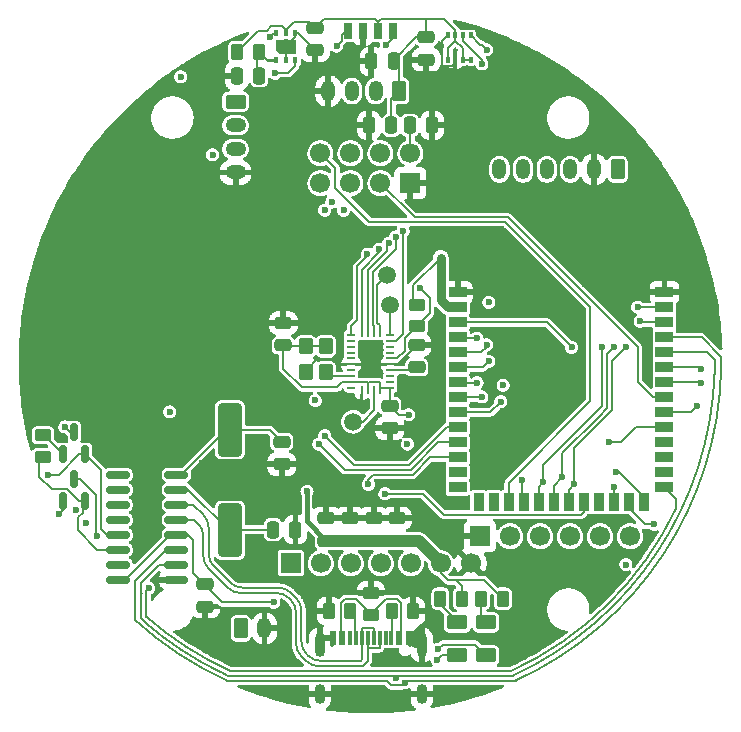
<source format=gbr>
%TF.GenerationSoftware,KiCad,Pcbnew,9.0.5*%
%TF.CreationDate,2026-01-03T13:47:43+01:00*%
%TF.ProjectId,CanSat,43616e53-6174-42e6-9b69-6361645f7063,rev?*%
%TF.SameCoordinates,Original*%
%TF.FileFunction,Copper,L1,Top*%
%TF.FilePolarity,Positive*%
%FSLAX46Y46*%
G04 Gerber Fmt 4.6, Leading zero omitted, Abs format (unit mm)*
G04 Created by KiCad (PCBNEW 9.0.5) date 2026-01-03 13:47:43*
%MOMM*%
%LPD*%
G01*
G04 APERTURE LIST*
G04 Aperture macros list*
%AMRoundRect*
0 Rectangle with rounded corners*
0 $1 Rounding radius*
0 $2 $3 $4 $5 $6 $7 $8 $9 X,Y pos of 4 corners*
0 Add a 4 corners polygon primitive as box body*
4,1,4,$2,$3,$4,$5,$6,$7,$8,$9,$2,$3,0*
0 Add four circle primitives for the rounded corners*
1,1,$1+$1,$2,$3*
1,1,$1+$1,$4,$5*
1,1,$1+$1,$6,$7*
1,1,$1+$1,$8,$9*
0 Add four rect primitives between the rounded corners*
20,1,$1+$1,$2,$3,$4,$5,0*
20,1,$1+$1,$4,$5,$6,$7,0*
20,1,$1+$1,$6,$7,$8,$9,0*
20,1,$1+$1,$8,$9,$2,$3,0*%
%AMFreePoly0*
4,1,14,0.628536,0.853536,0.630000,0.850000,0.630000,-0.850000,0.628536,-0.853536,0.625000,-0.855000,-0.625000,-0.855000,-0.628536,-0.853536,-0.630000,-0.850000,-0.630000,0.550000,-0.628536,0.553536,-0.328536,0.853536,-0.325000,0.855000,0.625000,0.855000,0.628536,0.853536,0.628536,0.853536,$1*%
G04 Aperture macros list end*
%TA.AperFunction,Conductor*%
%ADD10C,0.200000*%
%TD*%
%ADD11C,0.200000*%
%TA.AperFunction,SMDPad,CuDef*%
%ADD12RoundRect,0.250000X0.475000X-0.250000X0.475000X0.250000X-0.475000X0.250000X-0.475000X-0.250000X0*%
%TD*%
%TA.AperFunction,ComponentPad*%
%ADD13O,1.200000X1.750000*%
%TD*%
%TA.AperFunction,ComponentPad*%
%ADD14RoundRect,0.250000X0.350000X0.625000X-0.350000X0.625000X-0.350000X-0.625000X0.350000X-0.625000X0*%
%TD*%
%TA.AperFunction,ComponentPad*%
%ADD15RoundRect,0.250000X-0.350000X-0.625000X0.350000X-0.625000X0.350000X0.625000X-0.350000X0.625000X0*%
%TD*%
%TA.AperFunction,SMDPad,CuDef*%
%ADD16RoundRect,0.250000X-0.350000X0.450000X-0.350000X-0.450000X0.350000X-0.450000X0.350000X0.450000X0*%
%TD*%
%TA.AperFunction,SMDPad,CuDef*%
%ADD17RoundRect,0.250000X-0.475000X0.250000X-0.475000X-0.250000X0.475000X-0.250000X0.475000X0.250000X0*%
%TD*%
%TA.AperFunction,SMDPad,CuDef*%
%ADD18RoundRect,0.250000X-0.250000X-0.475000X0.250000X-0.475000X0.250000X0.475000X-0.250000X0.475000X0*%
%TD*%
%TA.AperFunction,SMDPad,CuDef*%
%ADD19RoundRect,0.250000X0.250000X0.475000X-0.250000X0.475000X-0.250000X-0.475000X0.250000X-0.475000X0*%
%TD*%
%TA.AperFunction,SMDPad,CuDef*%
%ADD20RoundRect,0.150000X0.825000X0.150000X-0.825000X0.150000X-0.825000X-0.150000X0.825000X-0.150000X0*%
%TD*%
%TA.AperFunction,SMDPad,CuDef*%
%ADD21RoundRect,0.250000X-0.450000X0.262500X-0.450000X-0.262500X0.450000X-0.262500X0.450000X0.262500X0*%
%TD*%
%TA.AperFunction,SMDPad,CuDef*%
%ADD22RoundRect,0.250000X-0.262500X-0.450000X0.262500X-0.450000X0.262500X0.450000X-0.262500X0.450000X0*%
%TD*%
%TA.AperFunction,SMDPad,CuDef*%
%ADD23C,1.500000*%
%TD*%
%TA.AperFunction,SMDPad,CuDef*%
%ADD24RoundRect,0.250000X0.625000X-0.375000X0.625000X0.375000X-0.625000X0.375000X-0.625000X-0.375000X0*%
%TD*%
%TA.AperFunction,SMDPad,CuDef*%
%ADD25RoundRect,0.150000X0.150000X-0.587500X0.150000X0.587500X-0.150000X0.587500X-0.150000X-0.587500X0*%
%TD*%
%TA.AperFunction,SMDPad,CuDef*%
%ADD26RoundRect,0.250000X0.450000X-0.262500X0.450000X0.262500X-0.450000X0.262500X-0.450000X-0.262500X0*%
%TD*%
%TA.AperFunction,SMDPad,CuDef*%
%ADD27R,0.700000X1.400000*%
%TD*%
%TA.AperFunction,SMDPad,CuDef*%
%ADD28R,0.675000X0.254000*%
%TD*%
%TA.AperFunction,SMDPad,CuDef*%
%ADD29R,0.254000X0.675000*%
%TD*%
%TA.AperFunction,SMDPad,CuDef*%
%ADD30R,1.500000X0.900000*%
%TD*%
%TA.AperFunction,SMDPad,CuDef*%
%ADD31R,0.900000X1.500000*%
%TD*%
%TA.AperFunction,HeatsinkPad*%
%ADD32C,0.600000*%
%TD*%
%TA.AperFunction,HeatsinkPad*%
%ADD33R,3.900000X3.900000*%
%TD*%
%TA.AperFunction,ComponentPad*%
%ADD34R,1.700000X1.700000*%
%TD*%
%TA.AperFunction,ComponentPad*%
%ADD35C,1.700000*%
%TD*%
%TA.AperFunction,SMDPad,CuDef*%
%ADD36R,0.400000X0.550000*%
%TD*%
%TA.AperFunction,SMDPad,CuDef*%
%ADD37FreePoly0,90.000000*%
%TD*%
%TA.AperFunction,SMDPad,CuDef*%
%ADD38RoundRect,0.250000X-0.750000X2.000000X-0.750000X-2.000000X0.750000X-2.000000X0.750000X2.000000X0*%
%TD*%
%TA.AperFunction,SMDPad,CuDef*%
%ADD39R,0.600000X1.160000*%
%TD*%
%TA.AperFunction,SMDPad,CuDef*%
%ADD40R,0.300000X1.160000*%
%TD*%
%TA.AperFunction,HeatsinkPad*%
%ADD41O,0.900000X2.000000*%
%TD*%
%TA.AperFunction,HeatsinkPad*%
%ADD42O,0.900000X1.700000*%
%TD*%
%TA.AperFunction,SMDPad,CuDef*%
%ADD43R,0.350000X0.500000*%
%TD*%
%TA.AperFunction,SMDPad,CuDef*%
%ADD44RoundRect,0.250000X0.262500X0.450000X-0.262500X0.450000X-0.262500X-0.450000X0.262500X-0.450000X0*%
%TD*%
%TA.AperFunction,ComponentPad*%
%ADD45RoundRect,0.250000X-0.625000X0.350000X-0.625000X-0.350000X0.625000X-0.350000X0.625000X0.350000X0*%
%TD*%
%TA.AperFunction,ComponentPad*%
%ADD46O,1.750000X1.200000*%
%TD*%
%TA.AperFunction,ViaPad*%
%ADD47C,0.600000*%
%TD*%
%TA.AperFunction,Conductor*%
%ADD48C,0.400000*%
%TD*%
%TA.AperFunction,Conductor*%
%ADD49C,1.000000*%
%TD*%
%TA.AperFunction,Conductor*%
%ADD50C,0.500000*%
%TD*%
%TA.AperFunction,Conductor*%
%ADD51C,0.800000*%
%TD*%
G04 APERTURE END LIST*
D10*
%TO.N,/ESP32-S3-WROOM-1/ESP_IO0*%
X125860221Y-112415814D02*
G75*
G02*
X111924346Y-126181725I-25878721J12261314D01*
G01*
%TO.N,/ESP32-S3-WROOM-1/esp_txd0*%
X87858600Y-127025400D02*
G75*
G02*
X80008897Y-121866451I12141400J27025400D01*
G01*
%TO.N,/ESP32-S3-WROOM-1/ESP_IO0*%
X88087200Y-126187200D02*
G75*
G02*
X81007452Y-121621028I11840300J26129700D01*
G01*
%TO.N,/ESP32-S3-WROOM-1/esp_txd0*%
X129662345Y-100631457D02*
G75*
G02*
X112242600Y-127025399I-29662345J631457D01*
G01*
%TO.N,/ESP32-S3-WROOM-1/esp_rxd0*%
X129114456Y-100913574D02*
G75*
G02*
X112039400Y-126593600I-29288556J957674D01*
G01*
X87299800Y-126314200D02*
G75*
G02*
X80856654Y-122074069I12700200J26314200D01*
G01*
D11*
X80600000Y-119600000D02*
X80600000Y-119600000D01*
%TD*%
D12*
%TO.P,C34,2*%
%TO.N,GND*%
X96233977Y-113282118D03*
%TO.P,C34,1*%
%TO.N,+3.3V*%
X96233977Y-115182118D03*
%TD*%
%TO.P,C44,2*%
%TO.N,GND*%
X98233977Y-113282118D03*
%TO.P,C44,1*%
%TO.N,+3.3V*%
X98233977Y-115182118D03*
%TD*%
D13*
%TO.P,J6,6,Pin_6*%
%TO.N,Net-(J6-Pin_6)*%
X110896838Y-83731832D03*
%TO.P,J6,5,Pin_5*%
%TO.N,Net-(J6-Pin_5)*%
X112896838Y-83731832D03*
%TO.P,J6,4,Pin_4*%
%TO.N,Net-(J6-Pin_4)*%
X114896838Y-83731832D03*
%TO.P,J6,3,Pin_3*%
%TO.N,Net-(J6-Pin_3)*%
X116896838Y-83731832D03*
%TO.P,J6,2,Pin_2*%
%TO.N,GND*%
X118896838Y-83731832D03*
D14*
%TO.P,J6,1,Pin_1*%
%TO.N,+12V*%
X120896838Y-83731832D03*
%TD*%
D15*
%TO.P,J2,1,Pin_1*%
%TO.N,/PSU/Input-Voltage*%
X89000000Y-122600000D03*
D13*
%TO.P,J2,2,Pin_2*%
%TO.N,GND*%
X91000000Y-122600000D03*
%TD*%
D16*
%TO.P,U7,1,EN*%
%TO.N,+3.3V*%
X94500000Y-98725000D03*
%TO.P,U7,2,GND*%
%TO.N,GND*%
X94500000Y-100925000D03*
%TO.P,U7,3,Out*%
%TO.N,Net-(U23-XIN32)*%
X96200000Y-100925000D03*
%TO.P,U7,4,VDD*%
%TO.N,+3.3V*%
X96200000Y-98725000D03*
%TD*%
D17*
%TO.P,C43,1*%
%TO.N,+3.3V*%
X101600000Y-103750000D03*
%TO.P,C43,2*%
%TO.N,GND*%
X101600000Y-105650000D03*
%TD*%
D18*
%TO.P,C57,1*%
%TO.N,Net-(U8-XI)*%
X91725000Y-114235000D03*
%TO.P,C57,2*%
%TO.N,GND*%
X93625000Y-114235000D03*
%TD*%
D19*
%TO.P,C45,1*%
%TO.N,+3.3V*%
X101750000Y-80000000D03*
%TO.P,C45,2*%
%TO.N,GND*%
X99850000Y-80000000D03*
%TD*%
D20*
%TO.P,U8,1,GND*%
%TO.N,GND*%
X83550000Y-118480000D03*
%TO.P,U8,2,TXD*%
%TO.N,/ESP32-S3-WROOM-1/esp_rxd0*%
X83550000Y-117210000D03*
%TO.P,U8,3,RXD*%
%TO.N,/ESP32-S3-WROOM-1/esp_txd0*%
X83550000Y-115940000D03*
%TO.P,U8,4,V3*%
%TO.N,+3.3V*%
X83550000Y-114670000D03*
%TO.P,U8,5,UD+*%
%TO.N,Net-(U8-UD+)*%
X83550000Y-113400000D03*
%TO.P,U8,6,UD-*%
%TO.N,Net-(U8-UD-)*%
X83550000Y-112130000D03*
%TO.P,U8,7,XI*%
%TO.N,Net-(U8-XI)*%
X83550000Y-110860000D03*
%TO.P,U8,8,XO*%
%TO.N,Net-(U8-XO)*%
X83550000Y-109590000D03*
%TO.P,U8,9,~{CTS}*%
%TO.N,unconnected-(U8-~{CTS}-Pad9)*%
X78600000Y-109590000D03*
%TO.P,U8,10,~{DSR}*%
%TO.N,unconnected-(U8-~{DSR}-Pad10)*%
X78600000Y-110860000D03*
%TO.P,U8,11,~{RI}*%
%TO.N,unconnected-(U8-~{RI}-Pad11)*%
X78600000Y-112130000D03*
%TO.P,U8,12,~{DCD}*%
%TO.N,unconnected-(U8-~{DCD}-Pad12)*%
X78600000Y-113400000D03*
%TO.P,U8,13,~{DTR}*%
%TO.N,/ESP32-S3-WROOM-1/DTR*%
X78600000Y-114670000D03*
%TO.P,U8,14,~{RTS}*%
%TO.N,/ESP32-S3-WROOM-1/RTS*%
X78600000Y-115940000D03*
%TO.P,U8,15,R232*%
%TO.N,unconnected-(U8-R232-Pad15)*%
X78600000Y-117210000D03*
%TO.P,U8,16,VCC*%
%TO.N,+3.3V*%
X78600000Y-118480000D03*
%TD*%
D12*
%TO.P,C16,1*%
%TO.N,GND*%
X86000000Y-120750000D03*
%TO.P,C16,2*%
%TO.N,+3.3V*%
X86000000Y-118850000D03*
%TD*%
D19*
%TO.P,C5,1*%
%TO.N,Net-(U2-VDD)*%
X90550000Y-75800000D03*
%TO.P,C5,2*%
%TO.N,GND*%
X88650000Y-75800000D03*
%TD*%
D21*
%TO.P,R10,1*%
%TO.N,GND*%
X100011423Y-119603677D03*
%TO.P,R10,2*%
%TO.N,Net-(J12-VBUS-PadA4)*%
X100011423Y-121428677D03*
%TD*%
D22*
%TO.P,R94,1*%
%TO.N,Net-(D1-A)*%
X105896400Y-120091200D03*
%TO.P,R94,2*%
%TO.N,+3.3V*%
X107721400Y-120091200D03*
%TD*%
D23*
%TO.P,TP13,1,1*%
%TO.N,Net-(U23-S_SCL)*%
X101600000Y-95200000D03*
%TD*%
D24*
%TO.P,D5,1,K*%
%TO.N,/ESP32-S3-WROOM-1/esp_txd0*%
X109753400Y-124894800D03*
%TO.P,D5,2,A*%
%TO.N,Net-(D5-A)*%
X109753400Y-122094800D03*
%TD*%
D23*
%TO.P,TP12,1,1*%
%TO.N,Net-(U23-S_SDA)*%
X101400000Y-92700000D03*
%TD*%
D25*
%TO.P,Q2,1,B*%
%TO.N,Net-(Q2-B)*%
X73939400Y-107873800D03*
%TO.P,Q2,2,E*%
%TO.N,/ESP32-S3-WROOM-1/DTR*%
X75839400Y-107873800D03*
%TO.P,Q2,3,C*%
%TO.N,/ESP32-S3-WROOM-1/ESP_IO0*%
X74889400Y-105998800D03*
%TD*%
D26*
%TO.P,R97,1*%
%TO.N,/bno_rst*%
X103900000Y-97012500D03*
%TO.P,R97,2*%
%TO.N,+3.3V*%
X103900000Y-95187500D03*
%TD*%
D27*
%TO.P,U1,1,SCL*%
%TO.N,/Slow-SDA*%
X101900000Y-72000000D03*
%TO.P,U1,2,VDD*%
%TO.N,+3.3V*%
X100630000Y-72000000D03*
%TO.P,U1,3,GND*%
%TO.N,GND*%
X99360000Y-72000000D03*
%TO.P,U1,4,SDA*%
%TO.N,/Slow-SCL*%
X98090000Y-72000000D03*
%TD*%
D22*
%TO.P,R93,1*%
%TO.N,Net-(D5-A)*%
X109350800Y-120091200D03*
%TO.P,R93,2*%
%TO.N,+3.3V*%
X111175800Y-120091200D03*
%TD*%
D12*
%TO.P,C19,1*%
%TO.N,+3.3V*%
X92600000Y-98650000D03*
%TO.P,C19,2*%
%TO.N,GND*%
X92600000Y-96750000D03*
%TD*%
D28*
%TO.P,U23,1*%
%TO.N,N/C*%
X98337500Y-102250000D03*
D29*
%TO.P,U23,2,GND*%
%TO.N,GND*%
X99250000Y-102387500D03*
%TO.P,U23,3,VDD*%
%TO.N,+3.3V*%
X99750000Y-102387500D03*
%TO.P,U23,4,BOOTN*%
%TO.N,Net-(U23-BOOTN)*%
X100250000Y-102387500D03*
%TO.P,U23,5,PS1*%
%TO.N,+3.3V*%
X100750000Y-102387500D03*
D28*
%TO.P,U23,6,PS0/WAKE*%
X101662500Y-102250000D03*
%TO.P,U23,7*%
%TO.N,N/C*%
X101662500Y-101750000D03*
%TO.P,U23,8*%
X101662500Y-101250000D03*
%TO.P,U23,9,CAP*%
%TO.N,Net-(U23-CAP)*%
X101662500Y-100750000D03*
%TO.P,U23,10,CLKSEL0*%
%TO.N,GND*%
X101662500Y-100250000D03*
%TO.P,U23,11,NRST*%
%TO.N,/bno_rst*%
X101662500Y-99750000D03*
%TO.P,U23,12*%
%TO.N,N/C*%
X101662500Y-99250000D03*
%TO.P,U23,13*%
X101662500Y-98750000D03*
%TO.P,U23,14,H_INTN*%
%TO.N,/bno_int*%
X101662500Y-98250000D03*
%TO.P,U23,15,S_SCL*%
%TO.N,Net-(U23-S_SCL)*%
X101662500Y-97750000D03*
D29*
%TO.P,U23,16,S_SDA*%
%TO.N,Net-(U23-S_SDA)*%
X100750000Y-97612500D03*
%TO.P,U23,17,H_SA0/MOSI*%
%TO.N,/SPI_MOSI*%
X100250000Y-97612500D03*
%TO.P,U23,18,H_CSN*%
%TO.N,/bno_cs*%
X99750000Y-97612500D03*
%TO.P,U23,19,H_SCL/SCLK/RX*%
%TO.N,/SPI_CLK*%
X99250000Y-97612500D03*
D28*
%TO.P,U23,20,H_SDA/MISO/TX*%
%TO.N,/SPI_MISO*%
X98337500Y-97750000D03*
%TO.P,U23,21*%
%TO.N,N/C*%
X98337500Y-98250000D03*
%TO.P,U23,22*%
X98337500Y-98750000D03*
%TO.P,U23,23*%
X98337500Y-99250000D03*
%TO.P,U23,24*%
X98337500Y-99750000D03*
%TO.P,U23,25,GNDIO*%
%TO.N,GND*%
X98337500Y-100250000D03*
%TO.P,U23,26,CLKSEL1/XOUT32*%
%TO.N,unconnected-(U23-CLKSEL1{slash}XOUT32-Pad26)*%
X98337500Y-100750000D03*
%TO.P,U23,27,XIN32*%
%TO.N,Net-(U23-XIN32)*%
X98337500Y-101250000D03*
%TO.P,U23,28,VDDIO*%
%TO.N,+3.3V*%
X98337500Y-101750000D03*
%TD*%
D18*
%TO.P,C8,1*%
%TO.N,+3.3V*%
X103300000Y-80000000D03*
%TO.P,C8,2*%
%TO.N,GND*%
X105200000Y-80000000D03*
%TD*%
D26*
%TO.P,R8,1*%
%TO.N,/ESP32-S3-WROOM-1/RTS*%
X72237600Y-108075100D03*
%TO.P,R8,2*%
%TO.N,Net-(Q2-B)*%
X72237600Y-106250100D03*
%TD*%
D17*
%TO.P,C1,1*%
%TO.N,+3.3V*%
X104700000Y-72550000D03*
%TO.P,C1,2*%
%TO.N,GND*%
X104700000Y-74450000D03*
%TD*%
D25*
%TO.P,Q1,1,B*%
%TO.N,Net-(Q1-B)*%
X73939400Y-111810800D03*
%TO.P,Q1,2,E*%
%TO.N,/ESP32-S3-WROOM-1/RTS*%
X75839400Y-111810800D03*
%TO.P,Q1,3,C*%
%TO.N,/ESP32-S3-WROOM-1/ESP_EN*%
X74889400Y-109935800D03*
%TD*%
D24*
%TO.P,D1,1,K*%
%TO.N,/ESP32-S3-WROOM-1/esp_rxd0*%
X107315000Y-124894800D03*
%TO.P,D1,2,A*%
%TO.N,Net-(D1-A)*%
X107315000Y-122094800D03*
%TD*%
D22*
%TO.P,R98,1*%
%TO.N,+3.3V*%
X88687500Y-73800000D03*
%TO.P,R98,2*%
%TO.N,Net-(U2-VDD)*%
X90512500Y-73800000D03*
%TD*%
D30*
%TO.P,U3,1,GND*%
%TO.N,GND*%
X107366000Y-94156400D03*
%TO.P,U3,2,3V3*%
%TO.N,+3.3V*%
X107366000Y-95426400D03*
%TO.P,U3,3,EN*%
%TO.N,/ESP32-S3-WROOM-1/ESP_EN*%
X107366000Y-96696400D03*
%TO.P,U3,4,IO4*%
%TO.N,/Fast-SDA*%
X107366000Y-97966400D03*
%TO.P,U3,5,IO5*%
%TO.N,/Fast-SCL*%
X107366000Y-99236400D03*
%TO.P,U3,6,IO6*%
%TO.N,/Alert*%
X107366000Y-100506400D03*
%TO.P,U3,7,IO7*%
%TO.N,/cam_int*%
X107366000Y-101776400D03*
%TO.P,U3,8,IO15*%
%TO.N,/cam_cs*%
X107366000Y-103046400D03*
%TO.P,U3,9,IO16*%
%TO.N,/bno_cs*%
X107366000Y-104316400D03*
%TO.P,U3,10,IO17*%
%TO.N,/GPS_RX*%
X107366000Y-105586400D03*
%TO.P,U3,11,IO18*%
%TO.N,/GPS_TX*%
X107366000Y-106856400D03*
%TO.P,U3,12,IO8*%
%TO.N,/bno_int*%
X107366000Y-108126400D03*
%TO.P,U3,13,USB_D-*%
%TO.N,unconnected-(U3-USB_D--Pad13)*%
X107366000Y-109396400D03*
%TO.P,U3,14,USB_D+*%
%TO.N,unconnected-(U3-USB_D+-Pad14)*%
X107366000Y-110666400D03*
D31*
%TO.P,U3,15,IO3*%
%TO.N,unconnected-(U3-IO3-Pad15)*%
X109131000Y-111916400D03*
%TO.P,U3,16,IO46*%
%TO.N,unconnected-(U3-IO46-Pad16)*%
X110401000Y-111916400D03*
%TO.P,U3,17,IO9*%
%TO.N,/2.4g_int*%
X111671000Y-111916400D03*
%TO.P,U3,18,IO10*%
%TO.N,/AUX*%
X112941000Y-111916400D03*
%TO.P,U3,19,IO11*%
%TO.N,/SPI_MOSI*%
X114211000Y-111916400D03*
%TO.P,U3,20,IO12*%
%TO.N,/SPI_CLK*%
X115481000Y-111916400D03*
%TO.P,U3,21,IO13*%
%TO.N,/SPI_MISO*%
X116751000Y-111916400D03*
%TO.P,U3,22,IO14*%
%TO.N,/2.4g_cs*%
X118021000Y-111916400D03*
%TO.P,U3,23,IO21*%
%TO.N,unconnected-(U3-IO21-Pad23)*%
X119291000Y-111916400D03*
%TO.P,U3,24,IO47*%
%TO.N,/M1*%
X120561000Y-111916400D03*
%TO.P,U3,25,IO48*%
%TO.N,/M0*%
X121831000Y-111916400D03*
%TO.P,U3,26,IO45*%
%TO.N,/sd_cs*%
X123101000Y-111916400D03*
D30*
%TO.P,U3,27,IO0*%
%TO.N,/ESP32-S3-WROOM-1/ESP_IO0*%
X124866000Y-110666400D03*
%TO.P,U3,28,IO35*%
%TO.N,unconnected-(U3-IO35-Pad28)*%
X124866000Y-109396400D03*
%TO.P,U3,29,IO36*%
%TO.N,unconnected-(U3-IO36-Pad29)*%
X124866000Y-108126400D03*
%TO.P,U3,30,IO37*%
%TO.N,unconnected-(U3-IO37-Pad30)*%
X124866000Y-106856400D03*
%TO.P,U3,31,IO38*%
%TO.N,/cam_rst*%
X124866000Y-105586400D03*
%TO.P,U3,32,IO39*%
%TO.N,/bno_rst*%
X124866000Y-104316400D03*
%TO.P,U3,33,IO40*%
%TO.N,/2.4g_en*%
X124866000Y-103046400D03*
%TO.P,U3,34,IO41*%
%TO.N,/RX*%
X124866000Y-101776400D03*
%TO.P,U3,35,IO42*%
%TO.N,/TX*%
X124866000Y-100506400D03*
%TO.P,U3,36,RXD0*%
%TO.N,/ESP32-S3-WROOM-1/esp_rxd0*%
X124866000Y-99236400D03*
%TO.P,U3,37,TXD0*%
%TO.N,/ESP32-S3-WROOM-1/esp_txd0*%
X124866000Y-97966400D03*
%TO.P,U3,38,IO2*%
%TO.N,/Slow-SCL*%
X124866000Y-96696400D03*
%TO.P,U3,39,IO1*%
%TO.N,/Slow-SDA*%
X124866000Y-95426400D03*
%TO.P,U3,40,GND*%
%TO.N,GND*%
X124866000Y-94156400D03*
D32*
%TO.P,U3,41,GND*%
X113216000Y-101176400D03*
X113216000Y-102576400D03*
X113916000Y-100476400D03*
X113916000Y-101876400D03*
X113916000Y-103276400D03*
X114616000Y-101176400D03*
D33*
X114616000Y-101876400D03*
D32*
X114616000Y-102576400D03*
X115316000Y-100476400D03*
X115316000Y-101876400D03*
X115316000Y-103276400D03*
X116016000Y-101176400D03*
X116016000Y-102576400D03*
%TD*%
D34*
%TO.P,J7,1,Pin_1*%
%TO.N,GND*%
X109250000Y-114800000D03*
D35*
%TO.P,J7,2,Pin_2*%
%TO.N,/SPI_MISO*%
X111790000Y-114800000D03*
%TO.P,J7,3,Pin_3*%
%TO.N,/SPI_CLK*%
X114330000Y-114800000D03*
%TO.P,J7,4,Pin_4*%
%TO.N,/SPI_MOSI*%
X116870000Y-114800000D03*
%TO.P,J7,5,Pin_5*%
%TO.N,/sd_cs*%
X119410000Y-114800000D03*
%TO.P,J7,6,Pin_6*%
%TO.N,+3.3V*%
X121950000Y-114800000D03*
%TD*%
D12*
%TO.P,C46,1*%
%TO.N,+3.3V*%
X100233977Y-115182118D03*
%TO.P,C46,2*%
%TO.N,GND*%
X100233977Y-113282118D03*
%TD*%
D17*
%TO.P,C56,1*%
%TO.N,Net-(U8-XO)*%
X92456000Y-106796800D03*
%TO.P,C56,2*%
%TO.N,GND*%
X92456000Y-108696800D03*
%TD*%
D36*
%TO.P,U2,1,VDD*%
%TO.N,Net-(U2-VDD)*%
X92000000Y-74500000D03*
%TO.P,U2,2,VSS*%
%TO.N,GND*%
X92800000Y-74500000D03*
%TO.P,U2,3,SDA*%
%TO.N,/Slow-SCL*%
X93600000Y-74500000D03*
%TO.P,U2,4,N/A*%
%TO.N,GND*%
X93600000Y-72200000D03*
%TO.P,U2,5,VDDH*%
%TO.N,+3.3V*%
X92800000Y-72200000D03*
%TO.P,U2,6,SCL*%
%TO.N,/Slow-SDA*%
X92000000Y-72200000D03*
D37*
%TO.P,U2,7,EXP*%
%TO.N,GND*%
X92800000Y-73350000D03*
%TD*%
D17*
%TO.P,C7,1*%
%TO.N,+3.3V*%
X95300000Y-71750000D03*
%TO.P,C7,2*%
%TO.N,GND*%
X95300000Y-73650000D03*
%TD*%
D22*
%TO.P,R26,1*%
%TO.N,GND*%
X96445700Y-121132600D03*
%TO.P,R26,2*%
%TO.N,Net-(J12-CC1)*%
X98270700Y-121132600D03*
%TD*%
D38*
%TO.P,Y2,1,1*%
%TO.N,Net-(U8-XO)*%
X88075000Y-105785000D03*
%TO.P,Y2,2,2*%
%TO.N,Net-(U8-XI)*%
X88075000Y-114285000D03*
%TD*%
D39*
%TO.P,J12,A1,GND*%
%TO.N,GND*%
X96800000Y-123415000D03*
%TO.P,J12,A4,VBUS*%
%TO.N,Net-(J12-VBUS-PadA4)*%
X97600000Y-123415000D03*
D40*
%TO.P,J12,A5,CC1*%
%TO.N,Net-(J12-CC1)*%
X98750000Y-123415000D03*
%TO.P,J12,A6,D+*%
%TO.N,Net-(U8-UD+)*%
X99750000Y-123415000D03*
%TO.P,J12,A7,D-*%
%TO.N,Net-(U8-UD-)*%
X100250000Y-123415000D03*
%TO.P,J12,A8,SBU1*%
%TO.N,unconnected-(J12-SBU1-PadA8)*%
X101250000Y-123415000D03*
D39*
%TO.P,J12,A9,VBUS*%
%TO.N,Net-(J12-VBUS-PadA4)*%
X102400000Y-123415000D03*
%TO.P,J12,A12,GND*%
%TO.N,GND*%
X103200000Y-123415000D03*
%TO.P,J12,B1,GND*%
X103200000Y-123415000D03*
%TO.P,J12,B4,VBUS*%
%TO.N,Net-(J12-VBUS-PadA4)*%
X102400000Y-123415000D03*
D40*
%TO.P,J12,B5,CC2*%
%TO.N,Net-(J12-CC2)*%
X101750000Y-123415000D03*
%TO.P,J12,B6,D+*%
%TO.N,Net-(U8-UD+)*%
X100750000Y-123415000D03*
%TO.P,J12,B7,D-*%
%TO.N,Net-(U8-UD-)*%
X99250000Y-123415000D03*
%TO.P,J12,B8,SBU2*%
%TO.N,unconnected-(J12-SBU2-PadB8)*%
X98250000Y-123415000D03*
D39*
%TO.P,J12,B9,VBUS*%
%TO.N,Net-(J12-VBUS-PadA4)*%
X97600000Y-123415000D03*
%TO.P,J12,B12,GND*%
%TO.N,GND*%
X96800000Y-123415000D03*
D41*
%TO.P,J12,S1,SHIELD*%
X95680000Y-123995000D03*
D42*
X95680000Y-128165000D03*
D41*
X104320000Y-123995000D03*
D42*
X104320000Y-128165000D03*
%TD*%
D12*
%TO.P,C47,1*%
%TO.N,+3.3V*%
X102233977Y-115182118D03*
%TO.P,C47,2*%
%TO.N,GND*%
X102233977Y-113282118D03*
%TD*%
%TO.P,C42,1*%
%TO.N,Net-(U23-CAP)*%
X103900000Y-100500000D03*
%TO.P,C42,2*%
%TO.N,GND*%
X103900000Y-98600000D03*
%TD*%
D19*
%TO.P,C4,1*%
%TO.N,+3.3V*%
X101950000Y-74600000D03*
%TO.P,C4,2*%
%TO.N,GND*%
X100050000Y-74600000D03*
%TD*%
D43*
%TO.P,U21,1,GND*%
%TO.N,GND*%
X106500000Y-72402000D03*
%TO.P,U21,2,CSB*%
%TO.N,+3.3V*%
X107150000Y-72402000D03*
%TO.P,U21,3,SDI*%
%TO.N,/Slow-SCL*%
X107800000Y-72402000D03*
%TO.P,U21,4,SCK*%
%TO.N,/Slow-SDA*%
X108450000Y-72402000D03*
%TO.P,U21,5,SDO*%
%TO.N,+3.3V*%
X108450000Y-74452000D03*
%TO.P,U21,6,VDDIO*%
X107800000Y-74452000D03*
%TO.P,U21,7,GND*%
%TO.N,GND*%
X107150000Y-74452000D03*
%TO.P,U21,8,VDD*%
%TO.N,+3.3V*%
X106500000Y-74452000D03*
%TD*%
D44*
%TO.P,R9,1*%
%TO.N,GND*%
X103589938Y-121152279D03*
%TO.P,R9,2*%
%TO.N,Net-(J12-CC2)*%
X101764938Y-121152279D03*
%TD*%
D23*
%TO.P,TP1,1,1*%
%TO.N,Net-(U23-BOOTN)*%
X98500000Y-105100000D03*
%TD*%
D34*
%TO.P,J5,1,Pin_1*%
%TO.N,/M0*%
X93225000Y-117075000D03*
D35*
%TO.P,J5,2,Pin_2*%
%TO.N,/M1*%
X95765000Y-117075000D03*
%TO.P,J5,3,Pin_3*%
%TO.N,/RX*%
X98305000Y-117075000D03*
%TO.P,J5,4,Pin_4*%
%TO.N,/TX*%
X100845000Y-117075000D03*
%TO.P,J5,5,Pin_5*%
%TO.N,/AUX*%
X103385000Y-117075000D03*
%TO.P,J5,6,Pin_6*%
%TO.N,+3.3V*%
X105925000Y-117075000D03*
%TO.P,J5,7,Pin_7*%
%TO.N,GND*%
X108465000Y-117075000D03*
%TD*%
D45*
%TO.P,J1,1,Pin_1*%
%TO.N,+3.3V*%
X88550000Y-78000000D03*
D46*
%TO.P,J1,2,Pin_2*%
%TO.N,/GPS_RX*%
X88550000Y-80000000D03*
%TO.P,J1,3,Pin_3*%
%TO.N,/GPS_TX*%
X88550000Y-82000000D03*
%TO.P,J1,4,Pin_4*%
%TO.N,GND*%
X88550000Y-84000000D03*
%TD*%
D14*
%TO.P,J3,1,Pin_1*%
%TO.N,+3.3V*%
X102400000Y-77100000D03*
D13*
%TO.P,J3,2,Pin_2*%
%TO.N,/Fast-SCL*%
X100400000Y-77100000D03*
%TO.P,J3,3,Pin_3*%
%TO.N,/Fast-SDA*%
X98400000Y-77100000D03*
%TO.P,J3,4,Pin_4*%
%TO.N,GND*%
X96400000Y-77100000D03*
%TD*%
D34*
%TO.P,J4,1,Pin_1*%
%TO.N,GND*%
X103355000Y-84900000D03*
D35*
%TO.P,J4,2,Pin_2*%
%TO.N,+3.3V*%
X103355000Y-82360000D03*
%TO.P,J4,3,Pin_3*%
%TO.N,/2.4g_en*%
X100815000Y-84900000D03*
%TO.P,J4,4,Pin_4*%
%TO.N,/2.4g_cs*%
X100815000Y-82360000D03*
%TO.P,J4,5,Pin_5*%
%TO.N,/SPI_CLK*%
X98275000Y-84900000D03*
%TO.P,J4,6,Pin_6*%
%TO.N,/SPI_MOSI*%
X98275000Y-82360000D03*
%TO.P,J4,7,Pin_7*%
%TO.N,/SPI_MISO*%
X95735000Y-84900000D03*
%TO.P,J4,8,Pin_8*%
%TO.N,/2.4g_int*%
X95735000Y-82360000D03*
%TD*%
D47*
%TO.N,+3.3V*%
X94600000Y-111000000D03*
%TO.N,/M0*%
X124000000Y-113800000D03*
%TO.N,/bno_cs*%
X110000000Y-95000000D03*
X111000000Y-103400000D03*
%TO.N,/bno_int*%
X99800000Y-110400000D03*
%TO.N,/bno_rst*%
X104200000Y-93800000D03*
X111200000Y-102000000D03*
X127600000Y-103800000D03*
%TO.N,/cam_int*%
X109000000Y-101800000D03*
%TO.N,/cam_rst*%
X120200000Y-106800000D03*
%TO.N,/cam_cs*%
X109400000Y-103000000D03*
%TO.N,/2.4g_cs*%
X101200000Y-111200000D03*
%TO.N,/SPI_MISO*%
X121600000Y-98800000D03*
%TO.N,/SPI_CLK*%
X120600000Y-98800000D03*
%TO.N,/SPI_MOSI*%
X119600000Y-98800000D03*
X114600000Y-110200000D03*
%TO.N,/GPS_TX*%
X95600000Y-107000000D03*
%TO.N,/GPS_RX*%
X96100000Y-106276946D03*
%TO.N,/Alert*%
X110000000Y-100000000D03*
%TO.N,/M1*%
X120600000Y-110600000D03*
%TO.N,/AUX*%
X112800000Y-110000000D03*
%TO.N,/RX*%
X128000000Y-101800000D03*
%TO.N,/TX*%
X128000000Y-100600000D03*
%TO.N,/Slow-SDA*%
X122600000Y-95400000D03*
%TO.N,/Slow-SCL*%
X122800000Y-96600000D03*
%TO.N,/Fast-SDA*%
X108975735Y-98024265D03*
%TO.N,/Fast-SCL*%
X109800000Y-98600000D03*
%TO.N,/SPI_MISO*%
X117200000Y-110400000D03*
%TO.N,/SPI_CLK*%
X116200000Y-109800000D03*
%TO.N,GND*%
X85750000Y-109500000D03*
X71750000Y-91850000D03*
X85400000Y-85500000D03*
X84000000Y-86900000D03*
X86200000Y-93200000D03*
X97500000Y-94200000D03*
X93000000Y-81500000D03*
X87086837Y-108623003D03*
X87800000Y-109500000D03*
X87100000Y-109500000D03*
X85759462Y-110353553D03*
X82600000Y-88200000D03*
X71350000Y-93450000D03*
X86200000Y-93900000D03*
X70600000Y-99150000D03*
X70700000Y-97550000D03*
X70850000Y-95800000D03*
X80500000Y-104400000D03*
X70750000Y-96700000D03*
X86400000Y-109500000D03*
X85736837Y-108623003D03*
X96100000Y-96500000D03*
X85500000Y-93900000D03*
X86900000Y-93900000D03*
X86386837Y-108623003D03*
X85750000Y-109500000D03*
X71000000Y-95050000D03*
X93000000Y-82400000D03*
X87600000Y-93900000D03*
X85500000Y-93200000D03*
X87786837Y-108623003D03*
X86900000Y-93200000D03*
X87809462Y-110353553D03*
X71150000Y-94250000D03*
X86409462Y-110353553D03*
X70650000Y-98350000D03*
X80100000Y-112600000D03*
X81900000Y-118500000D03*
X87109462Y-110353553D03*
X71550000Y-92650000D03*
X87600000Y-93200000D03*
X85750000Y-109500000D03*
%TO.N,+3.3V*%
X91800000Y-120400000D03*
X105925000Y-92000000D03*
X105925000Y-91200000D03*
X86600000Y-82500000D03*
X103200000Y-104500000D03*
%TO.N,/Slow-SDA*%
X96700000Y-86500000D03*
X101300000Y-73200000D03*
X91472235Y-72534686D03*
X109800000Y-73600000D03*
%TO.N,/Slow-SCL*%
X109400000Y-74800000D03*
X91900000Y-75600000D03*
X97100000Y-73300000D03*
X97700000Y-87200000D03*
%TO.N,/sd_cs*%
X120800000Y-109400000D03*
%TO.N,/SPI_CLK*%
X100691185Y-90493187D03*
%TO.N,/SPI_MISO*%
X99708635Y-90908635D03*
%TO.N,/SPI_MOSI*%
X102100000Y-89469434D03*
%TO.N,/bno_cs*%
X101500000Y-89998585D03*
%TO.N,/bno_int*%
X102730072Y-88976472D03*
%TO.N,Net-(U14-Vbus)*%
X95300000Y-103300000D03*
X82967026Y-104273341D03*
%TO.N,/Alert*%
X96102502Y-87188446D03*
%TO.N,+12V*%
X83900000Y-75900000D03*
%TO.N,/ESP32-S3-WROOM-1/esp_rxd0*%
X102108000Y-126812000D03*
X105638600Y-125298200D03*
%TO.N,/ESP32-S3-WROOM-1/esp_txd0*%
X102870000Y-127213000D03*
X105664000Y-124383800D03*
%TO.N,/ESP32-S3-WROOM-1/ESP_EN*%
X117000000Y-98800000D03*
X76800000Y-114800000D03*
%TO.N,Net-(Q1-B)*%
X73595064Y-112895064D03*
%TO.N,/ESP32-S3-WROOM-1/DTR*%
X72664630Y-109616100D03*
%TO.N,/ESP32-S3-WROOM-1/ESP_IO0*%
X81200000Y-119200000D03*
X74100000Y-105534361D03*
X75000000Y-112550000D03*
%TO.N,/4K-CAM/LINK*%
X103100000Y-107000000D03*
X121600000Y-117200000D03*
%TO.N,/PSU/Input-Voltage*%
X75900000Y-113700000D03*
%TD*%
D48*
%TO.N,+3.3V*%
X94600000Y-113548141D02*
X94600000Y-111000000D01*
X96233977Y-115182118D02*
X94600000Y-113548141D01*
D10*
X84937600Y-117922000D02*
X84937600Y-115082601D01*
X87415600Y-120400000D02*
X84937600Y-117922000D01*
X91800000Y-120400000D02*
X87415600Y-120400000D01*
X84937600Y-115082601D02*
X84524999Y-114670000D01*
X84524999Y-114670000D02*
X83550000Y-114670000D01*
%TO.N,/2.4g_cs*%
X118021000Y-112779000D02*
X118021000Y-111916400D01*
X117832600Y-112967400D02*
X118021000Y-112779000D01*
X104400000Y-111200000D02*
X106167400Y-112967400D01*
X106167400Y-112967400D02*
X117832600Y-112967400D01*
X101200000Y-111200000D02*
X104400000Y-111200000D01*
D49*
%TO.N,+3.3V*%
X104050000Y-115200000D02*
X96000000Y-115200000D01*
X105925000Y-117075000D02*
X104050000Y-115200000D01*
D50*
%TO.N,GND*%
X103611949Y-123188051D02*
X104400000Y-122400000D01*
X104320000Y-123896102D02*
X103611949Y-123188051D01*
X104320000Y-123995000D02*
X104320000Y-123896102D01*
X104320000Y-123995000D02*
X103780000Y-123995000D01*
X103780000Y-123995000D02*
X103200000Y-123415000D01*
X103385000Y-123415000D02*
X103611949Y-123188051D01*
X103200000Y-123415000D02*
X103385000Y-123415000D01*
D10*
%TO.N,/M0*%
X123182600Y-113800000D02*
X124000000Y-113800000D01*
X121831000Y-112448400D02*
X123182600Y-113800000D01*
X121831000Y-111916400D02*
X121831000Y-112448400D01*
%TO.N,/Fast-SCL*%
X109363600Y-99236400D02*
X107366000Y-99236400D01*
X109800000Y-98800000D02*
X109363600Y-99236400D01*
X109800000Y-98600000D02*
X109800000Y-98800000D01*
%TO.N,/bno_cs*%
X110083600Y-104316400D02*
X111000000Y-103400000D01*
X107366000Y-104316400D02*
X110083600Y-104316400D01*
%TO.N,/bno_int*%
X99800000Y-110002000D02*
X99800000Y-110400000D01*
X100200000Y-109602000D02*
X99800000Y-110002000D01*
X103534600Y-109602000D02*
X100200000Y-109602000D01*
X105010200Y-108126400D02*
X103534600Y-109602000D01*
X107366000Y-108126400D02*
X105010200Y-108126400D01*
%TO.N,/2.4g_int*%
X97000000Y-83625000D02*
X95735000Y-82360000D01*
X97000000Y-85326380D02*
X97000000Y-83625000D01*
X111401000Y-88201000D02*
X99874620Y-88201000D01*
X118600000Y-95400000D02*
X111401000Y-88201000D01*
X118600000Y-103350057D02*
X118600000Y-95400000D01*
X111671000Y-110279057D02*
X118600000Y-103350057D01*
X99874620Y-88201000D02*
X97000000Y-85326380D01*
X111671000Y-111916400D02*
X111671000Y-110279057D01*
%TO.N,+3.3V*%
X103599000Y-93526000D02*
X105925000Y-91200000D01*
X103900000Y-95187500D02*
X103599000Y-94886500D01*
X103599000Y-94886500D02*
X103599000Y-93526000D01*
%TO.N,/bno_rst*%
X105000000Y-94600000D02*
X104200000Y-93800000D01*
X105000000Y-95912500D02*
X105000000Y-94600000D01*
X103900000Y-97012500D02*
X105000000Y-95912500D01*
X127083600Y-104316400D02*
X127600000Y-103800000D01*
X124866000Y-104316400D02*
X127083600Y-104316400D01*
%TO.N,/cam_int*%
X107389600Y-101800000D02*
X107366000Y-101776400D01*
X109000000Y-101800000D02*
X107389600Y-101800000D01*
%TO.N,/cam_rst*%
X122413600Y-105586400D02*
X124866000Y-105586400D01*
X121200000Y-106800000D02*
X122413600Y-105586400D01*
X120200000Y-106800000D02*
X121200000Y-106800000D01*
%TO.N,/cam_cs*%
X109353600Y-103046400D02*
X107366000Y-103046400D01*
X109400000Y-103000000D02*
X109353600Y-103046400D01*
%TO.N,/2.4g_en*%
X122600000Y-98800000D02*
X111600000Y-87800000D01*
X122600000Y-101730400D02*
X122600000Y-98800000D01*
X123916000Y-103046400D02*
X122600000Y-101730400D01*
X111600000Y-87800000D02*
X103715000Y-87800000D01*
X103715000Y-87800000D02*
X100815000Y-84900000D01*
X124866000Y-103046400D02*
X123916000Y-103046400D01*
%TO.N,GND*%
X92800000Y-74500000D02*
X92800000Y-73350000D01*
X93850000Y-72200000D02*
X95300000Y-73650000D01*
X93600000Y-72200000D02*
X93850000Y-72200000D01*
%TO.N,/SPI_MISO*%
X120401000Y-99999000D02*
X121600000Y-98800000D01*
X120401000Y-102200000D02*
X120401000Y-99999000D01*
X120401000Y-104133200D02*
X120401000Y-102200000D01*
X117200000Y-107334200D02*
X119067100Y-105467100D01*
X117200000Y-110400000D02*
X117200000Y-107334200D01*
X119067100Y-105467100D02*
X120401000Y-104133200D01*
%TO.N,/SPI_CLK*%
X120000000Y-99400000D02*
X120600000Y-98800000D01*
X120000000Y-100400000D02*
X120000000Y-99400000D01*
X120000000Y-103967100D02*
X120000000Y-100400000D01*
X119283550Y-104683550D02*
X120000000Y-103967100D01*
X116200000Y-107767100D02*
X119283550Y-104683550D01*
X116200000Y-109800000D02*
X116200000Y-107767100D01*
%TO.N,/SPI_MOSI*%
X118600000Y-104800000D02*
X119600000Y-103800000D01*
X114600000Y-108800000D02*
X118600000Y-104800000D01*
X119600000Y-103800000D02*
X119600000Y-98800000D01*
X114600000Y-110200000D02*
X114600000Y-108800000D01*
%TO.N,/GPS_RX*%
X98600000Y-108800000D02*
X96100000Y-106300000D01*
X103202400Y-108800000D02*
X98600000Y-108800000D01*
X96100000Y-106300000D02*
X96100000Y-106276946D01*
X106416000Y-105586400D02*
X103202400Y-108800000D01*
X107366000Y-105586400D02*
X106416000Y-105586400D01*
%TO.N,/GPS_TX*%
X97801000Y-109201000D02*
X95600000Y-107000000D01*
X105713100Y-106856400D02*
X103368500Y-109201000D01*
X103368500Y-109201000D02*
X97801000Y-109201000D01*
X107366000Y-106856400D02*
X105713100Y-106856400D01*
%TO.N,/Alert*%
X109493600Y-100506400D02*
X110000000Y-100000000D01*
X107366000Y-100506400D02*
X109493600Y-100506400D01*
%TO.N,/M1*%
X120600000Y-111877400D02*
X120561000Y-111916400D01*
X120600000Y-110600000D02*
X120600000Y-111877400D01*
%TO.N,/AUX*%
X112800000Y-110000000D02*
X112800000Y-111775400D01*
X112800000Y-111775400D02*
X112941000Y-111916400D01*
%TO.N,/RX*%
X127976400Y-101776400D02*
X128000000Y-101800000D01*
X124866000Y-101776400D02*
X127976400Y-101776400D01*
%TO.N,/TX*%
X127906400Y-100506400D02*
X128000000Y-100600000D01*
X124866000Y-100506400D02*
X127906400Y-100506400D01*
%TO.N,/Slow-SCL*%
X122896400Y-96696400D02*
X122800000Y-96600000D01*
X124866000Y-96696400D02*
X122896400Y-96696400D01*
%TO.N,/Slow-SDA*%
X122626400Y-95426400D02*
X124866000Y-95426400D01*
X122600000Y-95400000D02*
X122626400Y-95426400D01*
X109400000Y-73200000D02*
X109248000Y-73200000D01*
X109800000Y-73600000D02*
X109400000Y-73200000D01*
X109248000Y-73200000D02*
X108450000Y-72402000D01*
%TO.N,/Slow-SCL*%
X107800000Y-72852000D02*
X107800000Y-72402000D01*
X109400000Y-74452000D02*
X107800000Y-72852000D01*
X109400000Y-74800000D02*
X109400000Y-74452000D01*
%TO.N,/Fast-SDA*%
X107423865Y-98024265D02*
X107366000Y-97966400D01*
X108975735Y-98024265D02*
X107423865Y-98024265D01*
%TO.N,/SPI_MISO*%
X116751000Y-110849000D02*
X116751000Y-111916400D01*
X117200000Y-110400000D02*
X116751000Y-110849000D01*
%TO.N,/SPI_CLK*%
X115481000Y-110519000D02*
X116200000Y-109800000D01*
X115481000Y-111916400D02*
X115481000Y-110519000D01*
%TO.N,GND*%
X94500000Y-100769600D02*
X95469600Y-99800000D01*
X106900000Y-75003000D02*
X107150000Y-74753000D01*
X94500000Y-100925000D02*
X94500000Y-100769600D01*
X97101000Y-99410160D02*
X97101000Y-97501000D01*
X107150000Y-74753000D02*
X107150000Y-74452000D01*
X102269332Y-100250000D02*
X101662500Y-100250000D01*
X97101000Y-97501000D02*
X96100000Y-96500000D01*
X95469600Y-99800000D02*
X96711160Y-99800000D01*
X106024000Y-72878000D02*
X106024000Y-75003000D01*
X93600000Y-72550000D02*
X92800000Y-73350000D01*
X106500000Y-72402000D02*
X106024000Y-72878000D01*
X103900000Y-98619332D02*
X102269332Y-100250000D01*
X103900000Y-98600000D02*
X103900000Y-98619332D01*
X96711160Y-99800000D02*
X97101000Y-99410160D01*
X106024000Y-75003000D02*
X106900000Y-75003000D01*
X93600000Y-72200000D02*
X93600000Y-72550000D01*
%TO.N,+3.3V*%
X97600000Y-101750000D02*
X97150000Y-102200000D01*
X94500000Y-98725000D02*
X92625000Y-98725000D01*
X90487500Y-72000000D02*
X91200000Y-72000000D01*
X104700000Y-72550000D02*
X104700000Y-70999000D01*
D51*
X106500000Y-95400000D02*
X105925000Y-94825000D01*
D10*
X99679000Y-101750000D02*
X98337500Y-101750000D01*
X83005000Y-114670000D02*
X79195000Y-118480000D01*
X101950000Y-74450000D02*
X103850000Y-72550000D01*
X103200000Y-104500000D02*
X102350000Y-104500000D01*
X83550000Y-114670000D02*
X83005000Y-114670000D01*
X92800000Y-71923000D02*
X93472112Y-71250888D01*
X92625000Y-98725000D02*
X92500000Y-98850000D01*
X107150000Y-71952000D02*
X106197000Y-70999000D01*
X103355000Y-80055000D02*
X103300000Y-80000000D01*
D51*
X105925000Y-94825000D02*
X105925000Y-91200000D01*
D10*
X100750000Y-102387500D02*
X100750000Y-101821000D01*
X97150000Y-102200000D02*
X94188840Y-102200000D01*
X101600000Y-103750000D02*
X101600000Y-102312500D01*
X101600000Y-102312500D02*
X101662500Y-102250000D01*
X99750000Y-102387500D02*
X99750000Y-101821000D01*
X92600000Y-100611160D02*
X92600000Y-98650000D01*
X100750000Y-101821000D02*
X100678000Y-101749000D01*
X92501000Y-71624000D02*
X92800000Y-71923000D01*
X101750000Y-80000000D02*
X101750000Y-77750000D01*
X111175800Y-120091200D02*
X109626400Y-118541800D01*
X106541800Y-118541800D02*
X107238800Y-118541800D01*
X96051000Y-70999000D02*
X100359000Y-70999000D01*
X101950000Y-74600000D02*
X101950000Y-74450000D01*
X107150000Y-72850000D02*
X107150000Y-72402000D01*
X103355000Y-82360000D02*
X103355000Y-80055000D01*
X92800000Y-72200000D02*
X92800000Y-71923000D01*
X106197000Y-70999000D02*
X104700000Y-70999000D01*
X107800000Y-73500000D02*
X107150000Y-72850000D01*
X102400000Y-75050000D02*
X101950000Y-74600000D01*
X94188840Y-102200000D02*
X92600000Y-100611160D01*
X101750000Y-77750000D02*
X102400000Y-77100000D01*
X105925000Y-117075000D02*
X105925000Y-117925000D01*
X100901000Y-70999000D02*
X100630000Y-71270000D01*
X103850000Y-72550000D02*
X104700000Y-72550000D01*
X108450000Y-74452000D02*
X107800000Y-74452000D01*
X106500000Y-74452000D02*
X106500000Y-73500000D01*
X107800000Y-74452000D02*
X107800000Y-73500000D01*
X94800888Y-71250888D02*
X95300000Y-71750000D01*
X100887500Y-102250000D02*
X101662500Y-102250000D01*
X100630000Y-71270000D02*
X100630000Y-72000000D01*
X106500000Y-73500000D02*
X107150000Y-72850000D01*
X109626400Y-118541800D02*
X107238800Y-118541800D01*
D50*
X107339600Y-95400000D02*
X107366000Y-95426400D01*
D10*
X88687500Y-73800000D02*
X90487500Y-72000000D01*
X107721400Y-119024400D02*
X107238800Y-118541800D01*
X105925000Y-117925000D02*
X106541800Y-118541800D01*
X102400000Y-77100000D02*
X102400000Y-75050000D01*
X100750000Y-102387500D02*
X100887500Y-102250000D01*
X98337500Y-101750000D02*
X97600000Y-101750000D01*
X79195000Y-118480000D02*
X78600000Y-118480000D01*
X91200000Y-72000000D02*
X91576000Y-71624000D01*
X104700000Y-70999000D02*
X100901000Y-70999000D01*
X91576000Y-71624000D02*
X92501000Y-71624000D01*
X102350000Y-104500000D02*
X101600000Y-103750000D01*
X93472112Y-71250888D02*
X94800888Y-71250888D01*
X100678000Y-101749000D02*
X99822000Y-101749000D01*
X95300000Y-71750000D02*
X96051000Y-70999000D01*
X99750000Y-101821000D02*
X99679000Y-101750000D01*
X100359000Y-70999000D02*
X100630000Y-71270000D01*
X107721400Y-120091200D02*
X107721400Y-119024400D01*
X96200000Y-98725000D02*
X94500000Y-98725000D01*
X107150000Y-72402000D02*
X107150000Y-71952000D01*
X99822000Y-101749000D02*
X99750000Y-101821000D01*
D51*
X106500000Y-95400000D02*
X107339600Y-95400000D01*
D10*
%TO.N,Net-(U2-VDD)*%
X91212500Y-74500000D02*
X90512500Y-73800000D01*
X91950000Y-74550000D02*
X92000000Y-74500000D01*
X90350000Y-75700000D02*
X90350000Y-73962500D01*
X90512500Y-73800000D02*
X91262500Y-74550000D01*
X92000000Y-74500000D02*
X91212500Y-74500000D01*
X91262500Y-74550000D02*
X91950000Y-74550000D01*
X90350000Y-73962500D02*
X90512500Y-73800000D01*
%TO.N,Net-(U23-CAP)*%
X103650000Y-100750000D02*
X103900000Y-100500000D01*
X101662500Y-100750000D02*
X103650000Y-100750000D01*
%TO.N,/bno_rst*%
X102874000Y-99078232D02*
X102874000Y-98038500D01*
X101662500Y-99750000D02*
X102202232Y-99750000D01*
X102202232Y-99750000D02*
X102874000Y-99078232D01*
X102874000Y-98038500D02*
X103900000Y-97012500D01*
%TO.N,Net-(U23-BOOTN)*%
X98500000Y-105100000D02*
X99300000Y-105100000D01*
X100250000Y-104150000D02*
X100250000Y-102387500D01*
X99300000Y-105100000D02*
X100250000Y-104150000D01*
%TO.N,Net-(U23-S_SDA)*%
X100750000Y-97612500D02*
X100750000Y-96950000D01*
X100549000Y-93551000D02*
X101400000Y-92700000D01*
X100549000Y-96749000D02*
X100549000Y-93551000D01*
X100750000Y-96950000D02*
X100549000Y-96749000D01*
%TO.N,Net-(U23-S_SCL)*%
X101662500Y-97750000D02*
X101662500Y-95262500D01*
X101662500Y-95262500D02*
X101600000Y-95200000D01*
%TO.N,/Slow-SDA*%
X101900000Y-72600000D02*
X101900000Y-72000000D01*
X101300000Y-73200000D02*
X101900000Y-72600000D01*
X92000000Y-72200000D02*
X91806921Y-72200000D01*
X91806921Y-72200000D02*
X91472235Y-72534686D01*
%TO.N,/Slow-SCL*%
X92975000Y-75600000D02*
X91900000Y-75600000D01*
X97529151Y-72400000D02*
X97929151Y-72000000D01*
X93600000Y-74500000D02*
X93600000Y-74975000D01*
X97929151Y-72000000D02*
X98090000Y-72000000D01*
X97100000Y-73300000D02*
X97529151Y-72870849D01*
X93600000Y-74975000D02*
X92975000Y-75600000D01*
X97529151Y-72870849D02*
X97529151Y-72400000D01*
%TO.N,/sd_cs*%
X121000000Y-109400000D02*
X123101000Y-111501000D01*
X123101000Y-111501000D02*
X123101000Y-111916400D01*
X120800000Y-109400000D02*
X121000000Y-109400000D01*
%TO.N,Net-(U23-XIN32)*%
X98337500Y-101250000D02*
X96525000Y-101250000D01*
X96525000Y-101250000D02*
X96200000Y-100925000D01*
%TO.N,/SPI_CLK*%
X99250000Y-92215800D02*
X99250000Y-97612500D01*
X100691185Y-90493187D02*
X100692185Y-90494187D01*
X100692185Y-90773615D02*
X99250000Y-92215800D01*
X100692185Y-90494187D02*
X100692185Y-90773615D01*
%TO.N,/SPI_MISO*%
X98337500Y-97011500D02*
X98337500Y-97750000D01*
X99708635Y-90908635D02*
X99708635Y-91091365D01*
X98849000Y-96500000D02*
X98337500Y-97011500D01*
X99708635Y-91091365D02*
X98849000Y-91951000D01*
X98849000Y-91951000D02*
X98849000Y-96500000D01*
%TO.N,/SPI_MOSI*%
X100148000Y-96915100D02*
X100250000Y-97017100D01*
X100250000Y-97017100D02*
X100250000Y-97612500D01*
X102100000Y-90500000D02*
X100148000Y-92452000D01*
X102100000Y-89469434D02*
X102100000Y-90500000D01*
X100148000Y-92452000D02*
X100148000Y-96915100D01*
%TO.N,/bno_cs*%
X99747000Y-92285900D02*
X99747000Y-97609500D01*
X101500000Y-89998585D02*
X101400000Y-90098585D01*
X101400000Y-90632900D02*
X99747000Y-92285900D01*
X99747000Y-97609500D02*
X99750000Y-97612500D01*
X101400000Y-90098585D02*
X101400000Y-90632900D01*
%TO.N,/bno_int*%
X102700000Y-89006544D02*
X102700000Y-97645400D01*
X102095400Y-98250000D02*
X101662500Y-98250000D01*
X102730072Y-88976472D02*
X102700000Y-89006544D01*
X102700000Y-97645400D02*
X102095400Y-98250000D01*
%TO.N,Net-(U8-XO)*%
X87715000Y-105785000D02*
X88075000Y-105785000D01*
X88075000Y-105785000D02*
X91444200Y-105785000D01*
X91444200Y-105785000D02*
X92456000Y-106796800D01*
X83550000Y-109590000D02*
X83910000Y-109590000D01*
X83910000Y-109590000D02*
X87715000Y-105785000D01*
%TO.N,Net-(U8-XI)*%
X83550000Y-110860000D02*
X84560000Y-110860000D01*
X87985000Y-114285000D02*
X88075000Y-114285000D01*
X91725000Y-114235000D02*
X88125000Y-114235000D01*
X88125000Y-114235000D02*
X88075000Y-114285000D01*
X84560000Y-110860000D02*
X87985000Y-114285000D01*
%TO.N,Net-(D1-A)*%
X105896400Y-120577600D02*
X105896400Y-120091200D01*
X107315000Y-121996200D02*
X105896400Y-120577600D01*
X107315000Y-122094800D02*
X107315000Y-121996200D01*
%TO.N,/ESP32-S3-WROOM-1/esp_rxd0*%
X102308000Y-126612000D02*
X102108000Y-126812000D01*
X112020000Y-126613000D02*
X103119943Y-126613000D01*
X103118943Y-126612000D02*
X102308000Y-126612000D01*
X87933781Y-126613000D02*
X87312001Y-126326401D01*
X82083800Y-117210000D02*
X80518000Y-118775800D01*
X106042000Y-124894800D02*
X105638600Y-125298200D01*
X103119943Y-126613000D02*
X103118943Y-126612000D01*
X101619400Y-126613000D02*
X87933781Y-126613000D01*
X87312001Y-126326401D02*
X87299800Y-126314200D01*
X129114456Y-99904456D02*
X128446400Y-99236400D01*
X101909000Y-126613000D02*
X102108000Y-126812000D01*
X107315000Y-124894800D02*
X106042000Y-124894800D01*
X80518000Y-121735415D02*
X80856654Y-122074069D01*
X83550000Y-117210000D02*
X82083800Y-117210000D01*
X80518000Y-118775800D02*
X80518000Y-121735415D01*
X112039400Y-126593600D02*
X112020000Y-126613000D01*
X128446400Y-99236400D02*
X124866000Y-99236400D01*
X101619400Y-126613000D02*
X101909000Y-126613000D01*
X129114456Y-100913574D02*
X129114456Y-99904456D01*
%TO.N,Net-(D5-A)*%
X109753400Y-122094800D02*
X109598000Y-122094800D01*
X109598000Y-122094800D02*
X109350800Y-121847600D01*
X109350800Y-121847600D02*
X109350800Y-120091200D01*
%TO.N,/ESP32-S3-WROOM-1/esp_txd0*%
X102651200Y-127431800D02*
X101752400Y-127431800D01*
X80008897Y-118591103D02*
X80008897Y-121866451D01*
X106349800Y-127014000D02*
X106614000Y-127014000D01*
X108827400Y-123968800D02*
X109753400Y-124894800D01*
X83550000Y-115940000D02*
X82660000Y-115940000D01*
X106349800Y-127014000D02*
X112254000Y-127014000D01*
X128014600Y-97966400D02*
X124866000Y-97966400D01*
X106079000Y-123968800D02*
X108827400Y-123968800D01*
X87870000Y-127014000D02*
X87858600Y-127025400D01*
X105664000Y-124383800D02*
X106079000Y-123968800D01*
X103008400Y-127014000D02*
X106349800Y-127014000D01*
X102870000Y-127152400D02*
X103008400Y-127014000D01*
X82660000Y-115940000D02*
X80008897Y-118591103D01*
X101334600Y-127014000D02*
X87870000Y-127014000D01*
X102870000Y-127213000D02*
X102870000Y-127152400D01*
X129662345Y-99614145D02*
X128014600Y-97966400D01*
X102870000Y-127213000D02*
X102651200Y-127431800D01*
X129662345Y-100631457D02*
X129662345Y-99614145D01*
X101752400Y-127431800D02*
X101334600Y-127014000D01*
%TO.N,Net-(J12-CC1)*%
X98701000Y-121562900D02*
X98701000Y-123291600D01*
X98270700Y-121132600D02*
X98701000Y-121562900D01*
%TO.N,Net-(J12-CC2)*%
X101764938Y-121152279D02*
X101764938Y-123400062D01*
X101764938Y-123400062D02*
X101750000Y-123415000D01*
%TO.N,Net-(J12-VBUS-PadA4)*%
X100011423Y-121414062D02*
X100011423Y-121428677D01*
X102400000Y-123415000D02*
X102578438Y-123236562D01*
X101274206Y-120151279D02*
X100011423Y-121414062D01*
X98761432Y-120131600D02*
X100011423Y-121381591D01*
X97600000Y-123415000D02*
X97457200Y-123272200D01*
X97779968Y-120131600D02*
X98761432Y-120131600D01*
X102578438Y-123236562D02*
X102578438Y-120474047D01*
X100011423Y-121381591D02*
X100011423Y-121428677D01*
X102255670Y-120151279D02*
X101274206Y-120151279D01*
X102578438Y-120474047D02*
X102255670Y-120151279D01*
X97457200Y-123272200D02*
X97457200Y-120454368D01*
X97457200Y-120454368D02*
X97779968Y-120131600D01*
%TO.N,/ESP32-S3-WROOM-1/RTS*%
X75839400Y-112062657D02*
X75839400Y-111810800D01*
X72972300Y-110772300D02*
X74276210Y-110772300D01*
X74276210Y-110772300D02*
X75314710Y-111810800D01*
X72237600Y-108075100D02*
X71950000Y-108362700D01*
X75601000Y-112798943D02*
X75601000Y-112301057D01*
X75601000Y-112301057D02*
X75839400Y-112062657D01*
X78600000Y-115940000D02*
X76840000Y-115940000D01*
X71950000Y-108362700D02*
X71950000Y-109750000D01*
X76840000Y-115940000D02*
X75200000Y-114300000D01*
X75314710Y-111810800D02*
X75839400Y-111810800D01*
X75200000Y-114300000D02*
X75200000Y-113199943D01*
X75200000Y-113199943D02*
X75601000Y-112798943D01*
X71950000Y-109750000D02*
X72972300Y-110772300D01*
%TO.N,/ESP32-S3-WROOM-1/ESP_EN*%
X109396400Y-96696400D02*
X109400000Y-96700000D01*
X76738800Y-113288857D02*
X76738800Y-114738800D01*
X76738800Y-111330732D02*
X76738800Y-113288857D01*
X76738800Y-114738800D02*
X76800000Y-114800000D01*
X75343868Y-109935800D02*
X76738800Y-111330732D01*
X114900000Y-96700000D02*
X109400000Y-96700000D01*
X107366000Y-96696400D02*
X109396400Y-96696400D01*
X117000000Y-98800000D02*
X114900000Y-96700000D01*
X74889400Y-109935800D02*
X75343868Y-109935800D01*
%TO.N,Net-(Q1-B)*%
X73939400Y-112550728D02*
X73939400Y-111810800D01*
X73595064Y-112895064D02*
X73939400Y-112550728D01*
%TO.N,/ESP32-S3-WROOM-1/DTR*%
X75689400Y-108023800D02*
X75839400Y-107873800D01*
X78600000Y-114670000D02*
X77625001Y-114670000D01*
X75839400Y-107873800D02*
X75314710Y-107873800D01*
X77625001Y-114670000D02*
X77139800Y-114184799D01*
X77139800Y-114184799D02*
X77139800Y-109174200D01*
X77139800Y-109174200D02*
X75839400Y-107873800D01*
X75314710Y-107873800D02*
X73572410Y-109616100D01*
X73572410Y-109616100D02*
X72664630Y-109616100D01*
%TO.N,Net-(Q2-B)*%
X73939400Y-107873800D02*
X72315700Y-106250100D01*
X72315700Y-106250100D02*
X72237600Y-106250100D01*
X73939400Y-107873800D02*
X73939400Y-107645200D01*
%TO.N,/ESP32-S3-WROOM-1/ESP_IO0*%
X81007452Y-119392548D02*
X81007452Y-121621028D01*
X111912400Y-126187200D02*
X111785400Y-126187200D01*
X74828400Y-106059800D02*
X74889400Y-105998800D01*
X74257675Y-105707675D02*
X74548800Y-105998800D01*
X125860221Y-111660621D02*
X125860221Y-112415814D01*
X111760600Y-126212000D02*
X88138000Y-126212000D01*
X111785400Y-126187200D02*
X111760600Y-126212000D01*
X74257675Y-105692036D02*
X74257675Y-105707675D01*
X124866000Y-110666400D02*
X125860221Y-111660621D01*
X74100000Y-105534361D02*
X74257675Y-105692036D01*
X81200000Y-119200000D02*
X81007452Y-119392548D01*
X74548800Y-105998800D02*
X74889400Y-105998800D01*
%TO.N,Net-(U8-UD+)*%
X93675000Y-123890674D02*
X93675000Y-121272514D01*
X99319198Y-125799000D02*
X95583326Y-125799000D01*
X92003886Y-119601400D02*
X88952532Y-119601400D01*
X100701000Y-124296000D02*
X99799000Y-124296000D01*
X87891872Y-119162060D02*
X86265940Y-117536128D01*
X93235660Y-120211854D02*
X93064546Y-120040740D01*
X99725000Y-125393198D02*
X99319198Y-125799000D01*
X99750000Y-124247000D02*
X99750000Y-123415000D01*
X99750000Y-124285001D02*
X99725000Y-124310001D01*
X100750000Y-123415000D02*
X100750000Y-124247000D01*
X99799000Y-124296000D02*
X99750000Y-124247000D01*
X94522666Y-125359660D02*
X94114340Y-124951334D01*
X99725000Y-124310001D02*
X99725000Y-125393198D01*
X100750000Y-124247000D02*
X100701000Y-124296000D01*
X85387260Y-113737260D02*
X85050000Y-113400000D01*
X99750000Y-123415000D02*
X99750000Y-124285001D01*
X85826600Y-116475468D02*
X85826600Y-114797920D01*
X85050000Y-113400000D02*
X83550000Y-113400000D01*
X86265940Y-117536128D02*
G75*
G02*
X85826623Y-116475468I1060660J1060628D01*
G01*
X85826600Y-114797920D02*
G75*
G03*
X85387270Y-113737250I-1500000J20D01*
G01*
X94114340Y-124951334D02*
G75*
G02*
X93675019Y-123890674I1060660J1060634D01*
G01*
X93675000Y-121272514D02*
G75*
G03*
X93235667Y-120211847I-1500000J14D01*
G01*
X88952532Y-119601400D02*
G75*
G02*
X87891856Y-119162076I-32J1500000D01*
G01*
X93064546Y-120040740D02*
G75*
G03*
X92003886Y-119601410I-1060646J-1060660D01*
G01*
X95583326Y-125799000D02*
G75*
G02*
X94522653Y-125359673I-26J1500000D01*
G01*
%TO.N,Net-(U8-UD-)*%
X92190280Y-119151400D02*
X89138926Y-119151400D01*
X94709060Y-124909660D02*
X94564340Y-124764940D01*
X100250000Y-122583000D02*
X100201000Y-122534000D01*
X99275000Y-124310001D02*
X99275000Y-125206802D01*
X99266000Y-122534000D02*
X99250000Y-122550000D01*
X99132802Y-125349000D02*
X95769720Y-125349000D01*
X94125000Y-123704280D02*
X94125000Y-121086120D01*
X88078266Y-118712060D02*
X86715940Y-117349734D01*
X85837260Y-113019062D02*
X84948198Y-112130000D01*
X86276600Y-116289074D02*
X86276600Y-114079722D01*
X100201000Y-122534000D02*
X99266000Y-122534000D01*
X93685660Y-120025460D02*
X93250940Y-119590740D01*
X99250000Y-124285001D02*
X99275000Y-124310001D01*
X84948198Y-112130000D02*
X83550000Y-112130000D01*
X99275000Y-125206802D02*
X99132802Y-125349000D01*
X99250000Y-122550000D02*
X99250000Y-124285001D01*
X100250000Y-123415000D02*
X100250000Y-122583000D01*
X89138926Y-119151400D02*
G75*
G02*
X88078253Y-118712073I-26J1500000D01*
G01*
X95769720Y-125349000D02*
G75*
G02*
X94709050Y-124909670I-20J1500000D01*
G01*
X86715940Y-117349734D02*
G75*
G02*
X86276619Y-116289074I1060660J1060634D01*
G01*
X86276600Y-114079722D02*
G75*
G03*
X85837271Y-113019051I-1500000J22D01*
G01*
X94125000Y-121086120D02*
G75*
G03*
X93685670Y-120025450I-1500000J20D01*
G01*
X93250940Y-119590740D02*
G75*
G03*
X92190280Y-119151414I-1060640J-1060660D01*
G01*
X94564340Y-124764940D02*
G75*
G02*
X94125014Y-123704280I1060660J1060640D01*
G01*
%TO.N,/SPI_MOSI*%
X114600000Y-110200000D02*
X114200000Y-110600000D01*
X114200000Y-111905400D02*
X114211000Y-111916400D01*
X114200000Y-110600000D02*
X114200000Y-111905400D01*
%TD*%
%TA.AperFunction,Conductor*%
%TO.N,GND*%
G36*
X101167237Y-127372396D02*
G01*
X101196136Y-127383838D01*
X101221283Y-127402108D01*
X101224080Y-127404819D01*
X101518158Y-127698897D01*
X101518167Y-127698905D01*
X101526934Y-127705632D01*
X101555027Y-127727189D01*
X101569757Y-127735693D01*
X101595272Y-127750424D01*
X101638205Y-127768207D01*
X101683092Y-127780235D01*
X101723405Y-127785541D01*
X101729164Y-127786300D01*
X101729165Y-127786300D01*
X102674436Y-127786300D01*
X102679554Y-127785626D01*
X102720508Y-127780235D01*
X102765395Y-127768207D01*
X102765397Y-127768206D01*
X102766338Y-127767954D01*
X102797133Y-127763736D01*
X102812316Y-127764508D01*
X102824097Y-127765836D01*
X102838858Y-127767500D01*
X102838860Y-127767500D01*
X102901143Y-127767500D01*
X102901144Y-127767499D01*
X102927993Y-127764474D01*
X102963015Y-127760529D01*
X102963018Y-127760528D01*
X102963029Y-127760527D01*
X103023747Y-127746668D01*
X103055113Y-127735693D01*
X103082530Y-127726100D01*
X103082538Y-127726096D01*
X103108295Y-127713692D01*
X103138645Y-127699076D01*
X103180029Y-127673072D01*
X103208211Y-127659965D01*
X103238769Y-127654278D01*
X103269781Y-127656369D01*
X103299299Y-127666106D01*
X103325468Y-127682879D01*
X103346644Y-127705632D01*
X103361496Y-127732937D01*
X103369091Y-127763077D01*
X103370000Y-127778067D01*
X103370000Y-127915000D01*
X104020000Y-127915000D01*
X104020000Y-128415000D01*
X103370000Y-128415000D01*
X103370000Y-128606479D01*
X103377230Y-128689121D01*
X103391635Y-128770813D01*
X103391639Y-128770831D01*
X103413102Y-128850928D01*
X103413112Y-128850962D01*
X103441467Y-128928869D01*
X103441475Y-128928887D01*
X103476541Y-129004085D01*
X103518016Y-129075922D01*
X103518026Y-129075938D01*
X103565596Y-129143875D01*
X103618921Y-129207424D01*
X103677575Y-129266078D01*
X103741122Y-129319401D01*
X103772883Y-129341640D01*
X103773450Y-129342154D01*
X103774120Y-129342518D01*
X103784933Y-129352566D01*
X103795910Y-129362519D01*
X103796330Y-129363157D01*
X103796889Y-129363676D01*
X103804880Y-129376122D01*
X103813020Y-129388468D01*
X103813267Y-129389188D01*
X103813682Y-129389833D01*
X103818334Y-129403901D01*
X103823140Y-129417857D01*
X103823201Y-129418617D01*
X103823441Y-129419343D01*
X103824447Y-129434100D01*
X103825633Y-129448840D01*
X103825503Y-129449592D01*
X103825555Y-129450354D01*
X103822859Y-129464897D01*
X103820343Y-129479469D01*
X103820030Y-129480165D01*
X103819891Y-129480916D01*
X103813668Y-129494321D01*
X103807602Y-129507820D01*
X103807124Y-129508417D01*
X103806804Y-129509109D01*
X103797442Y-129520546D01*
X103788210Y-129532112D01*
X103787600Y-129532571D01*
X103787117Y-129533162D01*
X103775181Y-129541929D01*
X103763387Y-129550818D01*
X103762684Y-129551110D01*
X103762067Y-129551564D01*
X103748307Y-129557095D01*
X103734691Y-129562763D01*
X103733715Y-129562960D01*
X103733227Y-129563157D01*
X103717946Y-129566155D01*
X103648825Y-129575255D01*
X103646812Y-129575503D01*
X103164365Y-129631005D01*
X103162347Y-129631221D01*
X102679131Y-129678813D01*
X102677110Y-129678995D01*
X102193244Y-129718670D01*
X102191221Y-129718820D01*
X101706646Y-129750581D01*
X101704620Y-129750697D01*
X101219658Y-129774522D01*
X101217631Y-129774605D01*
X100732281Y-129790493D01*
X100730253Y-129790542D01*
X100244833Y-129798486D01*
X100242804Y-129798503D01*
X99757196Y-129798503D01*
X99755167Y-129798486D01*
X99269746Y-129790542D01*
X99267718Y-129790493D01*
X98782368Y-129774605D01*
X98780341Y-129774522D01*
X98295379Y-129750697D01*
X98293353Y-129750581D01*
X97808778Y-129718820D01*
X97806755Y-129718670D01*
X97322889Y-129678995D01*
X97320868Y-129678813D01*
X96837652Y-129631221D01*
X96835634Y-129631005D01*
X96353187Y-129575503D01*
X96351174Y-129575255D01*
X96282053Y-129566155D01*
X96251987Y-129558268D01*
X96224828Y-129543151D01*
X96202282Y-129521755D01*
X96185765Y-129495424D01*
X96176314Y-129465813D01*
X96174525Y-129434782D01*
X96180509Y-129404281D01*
X96193891Y-129376226D01*
X96213829Y-129352381D01*
X96227117Y-129341639D01*
X96258880Y-129319399D01*
X96322424Y-129266078D01*
X96381078Y-129207424D01*
X96434403Y-129143875D01*
X96481973Y-129075938D01*
X96481983Y-129075922D01*
X96523458Y-129004085D01*
X96558524Y-128928887D01*
X96558532Y-128928869D01*
X96586887Y-128850962D01*
X96586897Y-128850928D01*
X96608360Y-128770831D01*
X96608364Y-128770813D01*
X96622769Y-128689121D01*
X96629999Y-128606479D01*
X96630000Y-128606479D01*
X96630000Y-128415000D01*
X95980000Y-128415000D01*
X95980000Y-127915000D01*
X96630000Y-127915000D01*
X96630000Y-127723521D01*
X96629999Y-127723520D01*
X96622769Y-127640878D01*
X96608364Y-127559186D01*
X96608362Y-127559174D01*
X96599096Y-127524596D01*
X96594877Y-127493801D01*
X96598449Y-127462925D01*
X96609587Y-127433906D01*
X96627592Y-127408570D01*
X96651332Y-127388506D01*
X96679316Y-127374978D01*
X96709786Y-127368833D01*
X96718870Y-127368500D01*
X101136399Y-127368500D01*
X101167237Y-127372396D01*
G37*
%TD.AperFunction*%
%TA.AperFunction,Conductor*%
G36*
X94671968Y-127372396D02*
G01*
X94700867Y-127383838D01*
X94726014Y-127402108D01*
X94745827Y-127426057D01*
X94759061Y-127454182D01*
X94764885Y-127484714D01*
X94762934Y-127515735D01*
X94760904Y-127524596D01*
X94751637Y-127559174D01*
X94751635Y-127559186D01*
X94737230Y-127640878D01*
X94730000Y-127723520D01*
X94730000Y-127915000D01*
X95380000Y-127915000D01*
X95380000Y-128415000D01*
X94730000Y-128415000D01*
X94730000Y-128606479D01*
X94737230Y-128689121D01*
X94751635Y-128770813D01*
X94751639Y-128770831D01*
X94773102Y-128850928D01*
X94773112Y-128850962D01*
X94801467Y-128928869D01*
X94801475Y-128928887D01*
X94836541Y-129004085D01*
X94878016Y-129075922D01*
X94878026Y-129075938D01*
X94925589Y-129143864D01*
X94926629Y-129145220D01*
X94927087Y-129146004D01*
X94927148Y-129146091D01*
X94927140Y-129146096D01*
X94942310Y-129172057D01*
X94950824Y-129201951D01*
X94951636Y-129233023D01*
X94944696Y-129263321D01*
X94930439Y-129290941D01*
X94909761Y-129314148D01*
X94883961Y-129331483D01*
X94854661Y-129341858D01*
X94823702Y-129344620D01*
X94806052Y-129342700D01*
X94426679Y-129273671D01*
X94424686Y-129273291D01*
X93948495Y-129178570D01*
X93946508Y-129178158D01*
X93471921Y-129075658D01*
X93469941Y-129075214D01*
X92997021Y-128964944D01*
X92995049Y-128964467D01*
X92524054Y-128846489D01*
X92522090Y-128845980D01*
X92053073Y-128720307D01*
X92051118Y-128719766D01*
X91591833Y-128588611D01*
X91584203Y-128586432D01*
X91582291Y-128585869D01*
X91434908Y-128541160D01*
X91117622Y-128444913D01*
X91115685Y-128444308D01*
X90653366Y-128295762D01*
X90651439Y-128295125D01*
X90191684Y-128139059D01*
X90189769Y-128138391D01*
X89732612Y-127974818D01*
X89730707Y-127974119D01*
X89276268Y-127803080D01*
X89274375Y-127802350D01*
X88822795Y-127623899D01*
X88820915Y-127623138D01*
X88782101Y-127607061D01*
X88755102Y-127591661D01*
X88732780Y-127570031D01*
X88716539Y-127543528D01*
X88707400Y-127513820D01*
X88705935Y-127482772D01*
X88712238Y-127452335D01*
X88725912Y-127424422D01*
X88746099Y-127400786D01*
X88771529Y-127382913D01*
X88800605Y-127371926D01*
X88829553Y-127368500D01*
X94641130Y-127368500D01*
X94671968Y-127372396D01*
G37*
%TD.AperFunction*%
%TA.AperFunction,Conductor*%
G36*
X111177224Y-127369356D02*
G01*
X111184056Y-127369249D01*
X111192584Y-127371296D01*
X111201285Y-127372396D01*
X111207637Y-127374910D01*
X111214280Y-127376506D01*
X111222029Y-127380609D01*
X111230184Y-127383838D01*
X111235712Y-127387854D01*
X111241749Y-127391051D01*
X111248234Y-127396951D01*
X111255331Y-127402108D01*
X111259686Y-127407372D01*
X111264739Y-127411970D01*
X111269552Y-127419298D01*
X111275144Y-127426057D01*
X111278053Y-127432241D01*
X111281803Y-127437949D01*
X111284643Y-127446244D01*
X111288378Y-127454182D01*
X111289657Y-127460892D01*
X111291871Y-127467356D01*
X111292559Y-127476100D01*
X111294202Y-127484714D01*
X111293773Y-127491532D01*
X111294309Y-127498343D01*
X111292801Y-127506979D01*
X111292251Y-127515735D01*
X111290139Y-127522234D01*
X111288965Y-127528963D01*
X111285357Y-127536952D01*
X111282646Y-127545297D01*
X111278981Y-127551070D01*
X111276173Y-127557291D01*
X111270694Y-127564129D01*
X111265991Y-127571541D01*
X111261008Y-127576219D01*
X111256739Y-127581549D01*
X111249724Y-127586814D01*
X111243332Y-127592818D01*
X111237022Y-127596351D01*
X111231882Y-127600211D01*
X111217901Y-127607060D01*
X111216198Y-127607766D01*
X111179083Y-127623139D01*
X111177204Y-127623899D01*
X110725624Y-127802350D01*
X110723731Y-127803080D01*
X110269292Y-127974119D01*
X110267387Y-127974818D01*
X109810230Y-128138391D01*
X109808315Y-128139059D01*
X109348560Y-128295125D01*
X109346633Y-128295762D01*
X108884314Y-128444308D01*
X108882377Y-128444913D01*
X108417725Y-128585864D01*
X108415779Y-128586437D01*
X107948881Y-128719766D01*
X107946926Y-128720307D01*
X107477909Y-128845980D01*
X107475945Y-128846489D01*
X107004950Y-128964467D01*
X107002978Y-128964944D01*
X106530058Y-129075214D01*
X106528078Y-129075658D01*
X106053491Y-129178158D01*
X106051504Y-129178570D01*
X105575313Y-129273291D01*
X105573320Y-129273671D01*
X105193947Y-129342700D01*
X105162910Y-129344388D01*
X105132429Y-129338304D01*
X105104418Y-129324831D01*
X105080638Y-129304815D01*
X105062583Y-129279514D01*
X105051387Y-129250517D01*
X105047753Y-129219648D01*
X105051911Y-129188845D01*
X105063599Y-129160043D01*
X105073384Y-129145202D01*
X105074415Y-129143858D01*
X105121973Y-129075938D01*
X105121983Y-129075922D01*
X105163458Y-129004085D01*
X105198524Y-128928887D01*
X105198532Y-128928869D01*
X105226887Y-128850962D01*
X105226897Y-128850928D01*
X105248360Y-128770831D01*
X105248364Y-128770813D01*
X105262769Y-128689121D01*
X105269999Y-128606479D01*
X105270000Y-128606479D01*
X105270000Y-128415000D01*
X104620000Y-128415000D01*
X104620000Y-127915000D01*
X105270000Y-127915000D01*
X105270000Y-127723521D01*
X105269999Y-127723520D01*
X105262769Y-127640878D01*
X105248364Y-127559186D01*
X105248362Y-127559174D01*
X105239096Y-127524596D01*
X105234877Y-127493801D01*
X105238449Y-127462925D01*
X105249587Y-127433906D01*
X105267592Y-127408570D01*
X105291332Y-127388506D01*
X105319316Y-127374978D01*
X105349786Y-127368833D01*
X105358870Y-127368500D01*
X106326565Y-127368500D01*
X111170447Y-127368500D01*
X111177224Y-127369356D01*
G37*
%TD.AperFunction*%
%TA.AperFunction,Conductor*%
G36*
X92484676Y-120063057D02*
G01*
X92493527Y-120066728D01*
X92519534Y-120078718D01*
X92528168Y-120083116D01*
X92585553Y-120115253D01*
X92598169Y-120122318D01*
X92606457Y-120127397D01*
X92673152Y-120171960D01*
X92681018Y-120177676D01*
X92744013Y-120227336D01*
X92751414Y-120233657D01*
X92797950Y-120276674D01*
X92811913Y-120289581D01*
X92815423Y-120292956D01*
X92983249Y-120460782D01*
X92986624Y-120464292D01*
X93033810Y-120515338D01*
X93042731Y-120524988D01*
X93049055Y-120532392D01*
X93098712Y-120595383D01*
X93104435Y-120603261D01*
X93148986Y-120669938D01*
X93154073Y-120678239D01*
X93193261Y-120748216D01*
X93197681Y-120756891D01*
X93231254Y-120829718D01*
X93234980Y-120838712D01*
X93262742Y-120913964D01*
X93265751Y-120923226D01*
X93287520Y-121000417D01*
X93289792Y-121009883D01*
X93305435Y-121088526D01*
X93306959Y-121098144D01*
X93316387Y-121177809D01*
X93317150Y-121187516D01*
X93320403Y-121270346D01*
X93320499Y-121275208D01*
X93320499Y-121286065D01*
X93320499Y-121297865D01*
X93320499Y-121297869D01*
X93320500Y-121302984D01*
X93320500Y-123917563D01*
X93320518Y-123918128D01*
X93320518Y-123946718D01*
X93327283Y-124058575D01*
X93340792Y-124169843D01*
X93360988Y-124280059D01*
X93360993Y-124280083D01*
X93387807Y-124388880D01*
X93421150Y-124495883D01*
X93421151Y-124495886D01*
X93423679Y-124502552D01*
X93460892Y-124600682D01*
X93460897Y-124600694D01*
X93506883Y-124702874D01*
X93558958Y-124802098D01*
X93558966Y-124802112D01*
X93558968Y-124802115D01*
X93569131Y-124818928D01*
X93606686Y-124881055D01*
X93616946Y-124898027D01*
X93660338Y-124960892D01*
X93680614Y-124990268D01*
X93749707Y-125078461D01*
X93749721Y-125078479D01*
X93824052Y-125162384D01*
X93845753Y-125184085D01*
X93847234Y-125185566D01*
X93847241Y-125185574D01*
X93870067Y-125208400D01*
X93881595Y-125219929D01*
X93881596Y-125219930D01*
X93885922Y-125224256D01*
X93885933Y-125224266D01*
X94237638Y-125575971D01*
X94271993Y-125610338D01*
X94271987Y-125610346D01*
X94307462Y-125645819D01*
X94307477Y-125645834D01*
X94315505Y-125656187D01*
X94326511Y-125670376D01*
X94326515Y-125670385D01*
X94326524Y-125670397D01*
X94333137Y-125685688D01*
X94338856Y-125698902D01*
X94338857Y-125698914D01*
X94338863Y-125698926D01*
X94340971Y-125712249D01*
X94343720Y-125729602D01*
X94343718Y-125729617D01*
X94343720Y-125729626D01*
X94342616Y-125741286D01*
X94340795Y-125760546D01*
X94340791Y-125760555D01*
X94340790Y-125760571D01*
X94334839Y-125777090D01*
X94330267Y-125789792D01*
X94330260Y-125789801D01*
X94330256Y-125789814D01*
X94320448Y-125804240D01*
X94312797Y-125815500D01*
X94312789Y-125815506D01*
X94312781Y-125815519D01*
X94299398Y-125827313D01*
X94289482Y-125836056D01*
X94289472Y-125836060D01*
X94289462Y-125836070D01*
X94276338Y-125842753D01*
X94261788Y-125850168D01*
X94261773Y-125850171D01*
X94261764Y-125850176D01*
X94246462Y-125853594D01*
X94231454Y-125856949D01*
X94231439Y-125856949D01*
X94231429Y-125856952D01*
X94231405Y-125856951D01*
X94219781Y-125857500D01*
X88246094Y-125857500D01*
X88215256Y-125853604D01*
X88194040Y-125846045D01*
X88193352Y-125845727D01*
X87835484Y-125680207D01*
X87833759Y-125679393D01*
X87815075Y-125670397D01*
X87439454Y-125489539D01*
X87437743Y-125488699D01*
X87386511Y-125463045D01*
X87046483Y-125292779D01*
X87044843Y-125291942D01*
X86656620Y-125089952D01*
X86654920Y-125089051D01*
X86479878Y-124994499D01*
X86269838Y-124881042D01*
X86268177Y-124880127D01*
X86264267Y-124877936D01*
X86121461Y-124797910D01*
X85886515Y-124666251D01*
X85884844Y-124665298D01*
X85506442Y-124445468D01*
X85504787Y-124444489D01*
X85129897Y-124218851D01*
X85128256Y-124217846D01*
X85084720Y-124190714D01*
X84756833Y-123986370D01*
X84755289Y-123985391D01*
X84387554Y-123748215D01*
X84385949Y-123747163D01*
X84021892Y-123504281D01*
X84020301Y-123503201D01*
X83660158Y-123254774D01*
X83658583Y-123253670D01*
X83654392Y-123250682D01*
X83313208Y-123007435D01*
X83290362Y-122986363D01*
X83273473Y-122960269D01*
X83263603Y-122930795D01*
X83261374Y-122899793D01*
X83266925Y-122869210D01*
X83279907Y-122840968D01*
X83299504Y-122816842D01*
X83324486Y-122798347D01*
X83353282Y-122786647D01*
X83373596Y-122783310D01*
X83373569Y-122783033D01*
X83375583Y-122782834D01*
X83375587Y-122782833D01*
X83375594Y-122782833D01*
X83491821Y-122767531D01*
X83606798Y-122744661D01*
X83720033Y-122714319D01*
X83831042Y-122676637D01*
X83939348Y-122631775D01*
X84044488Y-122579926D01*
X84146012Y-122521311D01*
X84207885Y-122479969D01*
X84243466Y-122456195D01*
X84243469Y-122456192D01*
X84243485Y-122456182D01*
X84336490Y-122384817D01*
X84424628Y-122307522D01*
X84507522Y-122224628D01*
X84584817Y-122136490D01*
X84656182Y-122043485D01*
X84716075Y-121953849D01*
X88145500Y-121953849D01*
X88145500Y-123246130D01*
X88146746Y-123272573D01*
X88146747Y-123272583D01*
X88156673Y-123335255D01*
X88156679Y-123335278D01*
X88174383Y-123396218D01*
X88174387Y-123396227D01*
X88174388Y-123396231D01*
X88199599Y-123454490D01*
X88199601Y-123454495D01*
X88199605Y-123454503D01*
X88231911Y-123509128D01*
X88231912Y-123509130D01*
X88270824Y-123559295D01*
X88315704Y-123604175D01*
X88315708Y-123604178D01*
X88315709Y-123604179D01*
X88336575Y-123620364D01*
X88365869Y-123643087D01*
X88365871Y-123643088D01*
X88420496Y-123675394D01*
X88420503Y-123675397D01*
X88420509Y-123675401D01*
X88478769Y-123700612D01*
X88478776Y-123700614D01*
X88478781Y-123700616D01*
X88505096Y-123708261D01*
X88539729Y-123718323D01*
X88602429Y-123728254D01*
X88602436Y-123728254D01*
X88602442Y-123728255D01*
X88611698Y-123728691D01*
X88628855Y-123729500D01*
X89371144Y-123729499D01*
X89397571Y-123728254D01*
X89408599Y-123726507D01*
X89460255Y-123718326D01*
X89460259Y-123718324D01*
X89460271Y-123718323D01*
X89509789Y-123703936D01*
X89521218Y-123700616D01*
X89521219Y-123700615D01*
X89521231Y-123700612D01*
X89579491Y-123675401D01*
X89582870Y-123673403D01*
X89597078Y-123665000D01*
X89634131Y-123643087D01*
X89684291Y-123604179D01*
X89729179Y-123559291D01*
X89768087Y-123509131D01*
X89800401Y-123454491D01*
X89815294Y-123420072D01*
X89831115Y-123393322D01*
X89853093Y-123371343D01*
X89879847Y-123355520D01*
X89909695Y-123346848D01*
X89940763Y-123345871D01*
X89971097Y-123352651D01*
X89998792Y-123366762D01*
X90022108Y-123387317D01*
X90038128Y-123410890D01*
X90038241Y-123410822D01*
X90038247Y-123410831D01*
X90038331Y-123410785D01*
X90039523Y-123412914D01*
X90084669Y-123486586D01*
X90135491Y-123556536D01*
X90191616Y-123622250D01*
X90191629Y-123622264D01*
X90252735Y-123683370D01*
X90252749Y-123683383D01*
X90318463Y-123739508D01*
X90388413Y-123790330D01*
X90462085Y-123835476D01*
X90462106Y-123835488D01*
X90539103Y-123874721D01*
X90539119Y-123874728D01*
X90618982Y-123907809D01*
X90701184Y-123934518D01*
X90749999Y-123946237D01*
X90750000Y-123946237D01*
X90750000Y-122880330D01*
X90752215Y-122882545D01*
X90791214Y-122912470D01*
X90833786Y-122937049D01*
X90879201Y-122955861D01*
X90926684Y-122968584D01*
X90975421Y-122975000D01*
X91024579Y-122975000D01*
X91073316Y-122968584D01*
X91120799Y-122955861D01*
X91166214Y-122937049D01*
X91208786Y-122912470D01*
X91247785Y-122882545D01*
X91250000Y-122880330D01*
X91250000Y-123946237D01*
X91298815Y-123934518D01*
X91381017Y-123907809D01*
X91460880Y-123874728D01*
X91460896Y-123874721D01*
X91537893Y-123835488D01*
X91537914Y-123835476D01*
X91611586Y-123790330D01*
X91681536Y-123739508D01*
X91747250Y-123683383D01*
X91747264Y-123683370D01*
X91808370Y-123622264D01*
X91808383Y-123622250D01*
X91864508Y-123556536D01*
X91915330Y-123486586D01*
X91960476Y-123412914D01*
X91960488Y-123412893D01*
X91999721Y-123335896D01*
X91999728Y-123335880D01*
X92032809Y-123256017D01*
X92059519Y-123173812D01*
X92079695Y-123089766D01*
X92093216Y-123004399D01*
X92093218Y-123004381D01*
X92099999Y-122918224D01*
X92100000Y-122918212D01*
X92100000Y-122850000D01*
X91280330Y-122850000D01*
X91282545Y-122847785D01*
X91312470Y-122808786D01*
X91337049Y-122766214D01*
X91355861Y-122720799D01*
X91368584Y-122673316D01*
X91375000Y-122624579D01*
X91375000Y-122575421D01*
X91368584Y-122526684D01*
X91355861Y-122479201D01*
X91337049Y-122433786D01*
X91312470Y-122391214D01*
X91282545Y-122352215D01*
X91280330Y-122350000D01*
X92100000Y-122350000D01*
X92100000Y-122281787D01*
X92099999Y-122281775D01*
X92093218Y-122195618D01*
X92093216Y-122195600D01*
X92079695Y-122110233D01*
X92059519Y-122026187D01*
X92032809Y-121943982D01*
X91999728Y-121864119D01*
X91999721Y-121864103D01*
X91960488Y-121787106D01*
X91960476Y-121787085D01*
X91915330Y-121713413D01*
X91864508Y-121643463D01*
X91808383Y-121577749D01*
X91808370Y-121577735D01*
X91747264Y-121516629D01*
X91747250Y-121516616D01*
X91681536Y-121460491D01*
X91611586Y-121409669D01*
X91537914Y-121364523D01*
X91537893Y-121364511D01*
X91460896Y-121325278D01*
X91460880Y-121325271D01*
X91381013Y-121292189D01*
X91298835Y-121265488D01*
X91298790Y-121265475D01*
X91250000Y-121253761D01*
X91250000Y-122319670D01*
X91247785Y-122317455D01*
X91208786Y-122287530D01*
X91166214Y-122262951D01*
X91120799Y-122244139D01*
X91073316Y-122231416D01*
X91024579Y-122225000D01*
X90975421Y-122225000D01*
X90926684Y-122231416D01*
X90879201Y-122244139D01*
X90833786Y-122262951D01*
X90791214Y-122287530D01*
X90752215Y-122317455D01*
X90750000Y-122319670D01*
X90750000Y-121253762D01*
X90749999Y-121253761D01*
X90701209Y-121265475D01*
X90701164Y-121265488D01*
X90618986Y-121292189D01*
X90539119Y-121325271D01*
X90539103Y-121325278D01*
X90462106Y-121364511D01*
X90462085Y-121364523D01*
X90388413Y-121409669D01*
X90318463Y-121460491D01*
X90252749Y-121516616D01*
X90252735Y-121516629D01*
X90191629Y-121577735D01*
X90191616Y-121577749D01*
X90135491Y-121643463D01*
X90084669Y-121713413D01*
X90039523Y-121787085D01*
X90038331Y-121789215D01*
X90038247Y-121789168D01*
X90038241Y-121789178D01*
X90038128Y-121789109D01*
X90022107Y-121812683D01*
X89998791Y-121833238D01*
X89971096Y-121847348D01*
X89940762Y-121854128D01*
X89909694Y-121853151D01*
X89879846Y-121844478D01*
X89853092Y-121828655D01*
X89831114Y-121806676D01*
X89815293Y-121779924D01*
X89800401Y-121745509D01*
X89800397Y-121745503D01*
X89800394Y-121745496D01*
X89774868Y-121702335D01*
X89768087Y-121690869D01*
X89729179Y-121640709D01*
X89729178Y-121640708D01*
X89729175Y-121640704D01*
X89684295Y-121595824D01*
X89634130Y-121556912D01*
X89634128Y-121556911D01*
X89579503Y-121524605D01*
X89579495Y-121524601D01*
X89579492Y-121524600D01*
X89579491Y-121524599D01*
X89521231Y-121499388D01*
X89521227Y-121499387D01*
X89521218Y-121499383D01*
X89460278Y-121481679D01*
X89460277Y-121481678D01*
X89460271Y-121481677D01*
X89460266Y-121481676D01*
X89460257Y-121481674D01*
X89397583Y-121471747D01*
X89397557Y-121471744D01*
X89371150Y-121470500D01*
X88628869Y-121470500D01*
X88602425Y-121471746D01*
X88602416Y-121471747D01*
X88539744Y-121481673D01*
X88539721Y-121481679D01*
X88478781Y-121499383D01*
X88478769Y-121499388D01*
X88420504Y-121524601D01*
X88420496Y-121524605D01*
X88365871Y-121556911D01*
X88365869Y-121556912D01*
X88315704Y-121595824D01*
X88270824Y-121640704D01*
X88231912Y-121690869D01*
X88231911Y-121690871D01*
X88199605Y-121745496D01*
X88199601Y-121745504D01*
X88174388Y-121803769D01*
X88174383Y-121803781D01*
X88156679Y-121864721D01*
X88156674Y-121864742D01*
X88146747Y-121927416D01*
X88146744Y-121927442D01*
X88145500Y-121953849D01*
X84716075Y-121953849D01*
X84721311Y-121946012D01*
X84779926Y-121844488D01*
X84831775Y-121739348D01*
X84872209Y-121641731D01*
X84887609Y-121614732D01*
X84909239Y-121592411D01*
X84935742Y-121576170D01*
X84965450Y-121567031D01*
X84996498Y-121565566D01*
X85026935Y-121571869D01*
X85054848Y-121585544D01*
X85059914Y-121589054D01*
X85113814Y-121628427D01*
X85113823Y-121628433D01*
X85180605Y-121667374D01*
X85251059Y-121699250D01*
X85324408Y-121723710D01*
X85324414Y-121723712D01*
X85399876Y-121740499D01*
X85476690Y-121749439D01*
X85494085Y-121749999D01*
X85749999Y-121749999D01*
X86250000Y-121749999D01*
X86505927Y-121749999D01*
X86523317Y-121749440D01*
X86600108Y-121740502D01*
X86600120Y-121740500D01*
X86675585Y-121723712D01*
X86675591Y-121723710D01*
X86748940Y-121699250D01*
X86819394Y-121667374D01*
X86886176Y-121628433D01*
X86886185Y-121628427D01*
X86948619Y-121582820D01*
X86948622Y-121582817D01*
X87006034Y-121531034D01*
X87057817Y-121473622D01*
X87057820Y-121473619D01*
X87103427Y-121411185D01*
X87103433Y-121411176D01*
X87142374Y-121344394D01*
X87174250Y-121273940D01*
X87198710Y-121200591D01*
X87198712Y-121200585D01*
X87215499Y-121125123D01*
X87224439Y-121048309D01*
X87225000Y-121030914D01*
X87225000Y-121000000D01*
X86250000Y-121000000D01*
X86250000Y-121749999D01*
X85749999Y-121749999D01*
X85750000Y-121749998D01*
X85750000Y-120874000D01*
X85753896Y-120843162D01*
X85765338Y-120814263D01*
X85783608Y-120789116D01*
X85807557Y-120769303D01*
X85835682Y-120756069D01*
X85866214Y-120750245D01*
X85874000Y-120750000D01*
X86000000Y-120750000D01*
X86000000Y-120624000D01*
X86003896Y-120593162D01*
X86015338Y-120564263D01*
X86033608Y-120539116D01*
X86057557Y-120519303D01*
X86085682Y-120506069D01*
X86116214Y-120500245D01*
X86124000Y-120500000D01*
X86962899Y-120500000D01*
X86993737Y-120503896D01*
X87022636Y-120515338D01*
X87047783Y-120533608D01*
X87050580Y-120536319D01*
X87181358Y-120667097D01*
X87181367Y-120667105D01*
X87218221Y-120695385D01*
X87218224Y-120695387D01*
X87218227Y-120695389D01*
X87218234Y-120695393D01*
X87247744Y-120712431D01*
X87247745Y-120712431D01*
X87258472Y-120718624D01*
X87289964Y-120731668D01*
X87299024Y-120735421D01*
X87301405Y-120736407D01*
X87346292Y-120748435D01*
X87386605Y-120753741D01*
X87392364Y-120754500D01*
X87392365Y-120754500D01*
X91318955Y-120754500D01*
X91349793Y-120758396D01*
X91378692Y-120769838D01*
X91403839Y-120788108D01*
X91406635Y-120790817D01*
X91429928Y-120814110D01*
X91478621Y-120852941D01*
X91531355Y-120886076D01*
X91531359Y-120886078D01*
X91587461Y-120913096D01*
X91587469Y-120913100D01*
X91646252Y-120933668D01*
X91657535Y-120936243D01*
X91706971Y-120947527D01*
X91706979Y-120947527D01*
X91706984Y-120947529D01*
X91751342Y-120952526D01*
X91768854Y-120954499D01*
X91768857Y-120954500D01*
X91768860Y-120954500D01*
X91831143Y-120954500D01*
X91831144Y-120954499D01*
X91857993Y-120951474D01*
X91893015Y-120947529D01*
X91893018Y-120947528D01*
X91893029Y-120947527D01*
X91953747Y-120933668D01*
X91983590Y-120923226D01*
X92012530Y-120913100D01*
X92012538Y-120913096D01*
X92068645Y-120886076D01*
X92121379Y-120852941D01*
X92170072Y-120814110D01*
X92214110Y-120770072D01*
X92252941Y-120721379D01*
X92286076Y-120668645D01*
X92313099Y-120612532D01*
X92319100Y-120595383D01*
X92333668Y-120553747D01*
X92335154Y-120547235D01*
X92347527Y-120493029D01*
X92354500Y-120431140D01*
X92354500Y-120368860D01*
X92348648Y-120316919D01*
X92347529Y-120306984D01*
X92347527Y-120306979D01*
X92347527Y-120306971D01*
X92333668Y-120246253D01*
X92324587Y-120220300D01*
X92318079Y-120189907D01*
X92319334Y-120158849D01*
X92328273Y-120129080D01*
X92344334Y-120102469D01*
X92366509Y-120080688D01*
X92393404Y-120065106D01*
X92423330Y-120056703D01*
X92454404Y-120056005D01*
X92484676Y-120063057D01*
G37*
%TD.AperFunction*%
%TA.AperFunction,Conductor*%
G36*
X102030294Y-124239891D02*
G01*
X102060026Y-124247383D01*
X102086925Y-124249500D01*
X102283156Y-124249499D01*
X102313991Y-124253395D01*
X102342891Y-124264837D01*
X102368037Y-124283106D01*
X102387850Y-124307056D01*
X102401085Y-124335180D01*
X102406909Y-124365712D01*
X102405673Y-124389208D01*
X102406057Y-124389252D01*
X102399500Y-124447447D01*
X102399500Y-124502552D01*
X102405665Y-124557276D01*
X102405669Y-124557298D01*
X102417925Y-124610996D01*
X102417926Y-124610999D01*
X102436120Y-124662995D01*
X102436129Y-124663017D01*
X102460022Y-124712632D01*
X102473873Y-124734675D01*
X102489337Y-124759286D01*
X102500933Y-124773827D01*
X102523490Y-124802113D01*
X102523686Y-124802358D01*
X102562642Y-124841314D01*
X102605714Y-124875663D01*
X102652362Y-124904974D01*
X102652367Y-124904977D01*
X102701982Y-124928870D01*
X102701991Y-124928873D01*
X102701998Y-124928877D01*
X102753998Y-124947073D01*
X102807709Y-124959332D01*
X102807716Y-124959332D01*
X102807723Y-124959334D01*
X102838960Y-124962853D01*
X102862448Y-124965499D01*
X102862451Y-124965500D01*
X102862454Y-124965500D01*
X102917549Y-124965500D01*
X102917550Y-124965499D01*
X102945518Y-124962348D01*
X102972276Y-124959334D01*
X102972280Y-124959333D01*
X102972291Y-124959332D01*
X103026002Y-124947073D01*
X103078002Y-124928877D01*
X103079558Y-124928128D01*
X103127632Y-124904977D01*
X103127632Y-124904976D01*
X103127638Y-124904974D01*
X103174286Y-124875663D01*
X103217358Y-124841314D01*
X103226006Y-124832665D01*
X103250561Y-124813617D01*
X103279087Y-124801271D01*
X103309786Y-124796407D01*
X103340731Y-124799331D01*
X103369977Y-124809859D01*
X103395685Y-124827329D01*
X103416242Y-124850643D01*
X103430209Y-124877936D01*
X103441470Y-124908875D01*
X103441475Y-124908887D01*
X103476541Y-124984085D01*
X103518016Y-125055922D01*
X103518026Y-125055938D01*
X103565596Y-125123875D01*
X103618921Y-125187424D01*
X103677575Y-125246078D01*
X103741124Y-125299403D01*
X103809061Y-125346973D01*
X103809077Y-125346983D01*
X103880914Y-125388458D01*
X103956112Y-125423524D01*
X103956118Y-125423527D01*
X104034050Y-125451890D01*
X104034078Y-125451899D01*
X104069999Y-125461525D01*
X104070000Y-125461524D01*
X104070000Y-124711294D01*
X104091173Y-124740437D01*
X104124563Y-124773827D01*
X104162766Y-124801583D01*
X104204840Y-124823021D01*
X104249750Y-124837613D01*
X104296389Y-124845000D01*
X104343611Y-124845000D01*
X104390250Y-124837613D01*
X104435160Y-124823021D01*
X104477234Y-124801583D01*
X104515437Y-124773827D01*
X104548827Y-124740437D01*
X104570000Y-124711294D01*
X104570000Y-125461525D01*
X104605921Y-125451899D01*
X104605949Y-125451890D01*
X104683881Y-125423527D01*
X104683887Y-125423524D01*
X104759085Y-125388458D01*
X104830922Y-125346983D01*
X104830942Y-125346970D01*
X104896453Y-125301099D01*
X104923948Y-125286602D01*
X104954184Y-125279398D01*
X104985262Y-125279941D01*
X105015229Y-125288195D01*
X105042201Y-125303642D01*
X105064485Y-125325311D01*
X105080680Y-125351842D01*
X105089767Y-125381566D01*
X105090796Y-125388778D01*
X105091070Y-125391215D01*
X105091073Y-125391228D01*
X105104931Y-125451947D01*
X105125499Y-125510730D01*
X105125503Y-125510738D01*
X105152521Y-125566840D01*
X105152523Y-125566844D01*
X105179858Y-125610346D01*
X105185659Y-125619579D01*
X105209104Y-125648979D01*
X105214853Y-125656187D01*
X105231034Y-125682726D01*
X105240107Y-125712455D01*
X105241502Y-125743506D01*
X105235130Y-125773929D01*
X105221393Y-125801811D01*
X105201154Y-125825401D01*
X105175684Y-125843217D01*
X105146583Y-125854138D01*
X105117906Y-125857500D01*
X100061400Y-125857500D01*
X100054668Y-125856649D01*
X100047879Y-125856761D01*
X100039302Y-125854708D01*
X100030562Y-125853604D01*
X100024254Y-125851106D01*
X100017650Y-125849526D01*
X100009853Y-125845404D01*
X100001663Y-125842162D01*
X99996174Y-125838174D01*
X99990171Y-125835001D01*
X99983645Y-125829071D01*
X99976516Y-125823892D01*
X99972190Y-125818662D01*
X99967166Y-125814098D01*
X99962322Y-125806735D01*
X99956703Y-125799943D01*
X99953812Y-125793799D01*
X99950083Y-125788131D01*
X99947222Y-125779794D01*
X99943469Y-125771818D01*
X99942197Y-125765152D01*
X99939994Y-125758731D01*
X99939296Y-125749942D01*
X99937645Y-125741286D01*
X99938071Y-125734511D01*
X99937534Y-125727746D01*
X99939042Y-125719065D01*
X99939596Y-125710265D01*
X99941694Y-125703807D01*
X99942856Y-125697122D01*
X99946476Y-125689088D01*
X99949201Y-125680703D01*
X99953010Y-125674590D01*
X99955627Y-125668784D01*
X99960421Y-125662698D01*
X99964572Y-125656038D01*
X99968863Y-125650673D01*
X99992099Y-125627438D01*
X100020389Y-125590570D01*
X100024621Y-125583240D01*
X100034088Y-125566844D01*
X100043619Y-125550335D01*
X100043620Y-125550332D01*
X100043624Y-125550326D01*
X100048832Y-125537750D01*
X100061408Y-125507393D01*
X100073435Y-125462506D01*
X100079500Y-125416433D01*
X100079500Y-125369963D01*
X100079500Y-124774500D01*
X100083396Y-124743662D01*
X100094838Y-124714763D01*
X100113108Y-124689616D01*
X100137057Y-124669803D01*
X100165182Y-124656569D01*
X100195714Y-124650745D01*
X100203500Y-124650500D01*
X100724236Y-124650500D01*
X100729354Y-124649826D01*
X100770308Y-124644435D01*
X100815195Y-124632407D01*
X100858128Y-124614624D01*
X100898373Y-124591389D01*
X100935240Y-124563099D01*
X101017099Y-124481240D01*
X101045389Y-124444373D01*
X101054534Y-124428533D01*
X101068624Y-124404128D01*
X101086407Y-124361195D01*
X101091710Y-124341403D01*
X101103453Y-124312628D01*
X101121985Y-124287674D01*
X101146140Y-124268113D01*
X101174401Y-124255174D01*
X101204993Y-124249669D01*
X101211484Y-124249499D01*
X101413062Y-124249499D01*
X101413074Y-124249499D01*
X101439974Y-124247383D01*
X101469708Y-124239890D01*
X101500554Y-124236134D01*
X101530294Y-124239891D01*
X101560026Y-124247383D01*
X101586925Y-124249500D01*
X101913074Y-124249499D01*
X101939974Y-124247383D01*
X101969708Y-124239890D01*
X102000554Y-124236134D01*
X102030294Y-124239891D01*
G37*
%TD.AperFunction*%
%TA.AperFunction,Conductor*%
G36*
X99516838Y-72003896D02*
G01*
X99545737Y-72015338D01*
X99570884Y-72033608D01*
X99590697Y-72057557D01*
X99603931Y-72085682D01*
X99609755Y-72116214D01*
X99610000Y-72124000D01*
X99610000Y-73199999D01*
X99616451Y-73206450D01*
X99635502Y-73231010D01*
X99647846Y-73259536D01*
X99652709Y-73290236D01*
X99649784Y-73321181D01*
X99639255Y-73350426D01*
X99621784Y-73376134D01*
X99598468Y-73396689D01*
X99570774Y-73410800D01*
X99568000Y-73411762D01*
X99526060Y-73425749D01*
X99455605Y-73457625D01*
X99388823Y-73496566D01*
X99388814Y-73496572D01*
X99326380Y-73542179D01*
X99326377Y-73542182D01*
X99268965Y-73593965D01*
X99217182Y-73651377D01*
X99217179Y-73651380D01*
X99171572Y-73713814D01*
X99171566Y-73713823D01*
X99132625Y-73780605D01*
X99100749Y-73851059D01*
X99076289Y-73924408D01*
X99076287Y-73924414D01*
X99059500Y-73999876D01*
X99050560Y-74076690D01*
X99050000Y-74094085D01*
X99050000Y-74350000D01*
X99800000Y-74350000D01*
X99800000Y-73372565D01*
X99789367Y-73358858D01*
X99777022Y-73330332D01*
X99772159Y-73299632D01*
X99775084Y-73268687D01*
X99785612Y-73239442D01*
X99803083Y-73213734D01*
X99826398Y-73193178D01*
X99854092Y-73179067D01*
X99861505Y-73176658D01*
X99879707Y-73171369D01*
X99937437Y-73146387D01*
X99937444Y-73146383D01*
X99991601Y-73114355D01*
X100041316Y-73075791D01*
X100085793Y-73031314D01*
X100085796Y-73031310D01*
X100112548Y-72996824D01*
X100134527Y-72974845D01*
X100161281Y-72959023D01*
X100191129Y-72950351D01*
X100222197Y-72949375D01*
X100234872Y-72951558D01*
X100234876Y-72951537D01*
X100240010Y-72952379D01*
X100240026Y-72952383D01*
X100266925Y-72954500D01*
X100631784Y-72954499D01*
X100662619Y-72958395D01*
X100691519Y-72969837D01*
X100716666Y-72988107D01*
X100736478Y-73012056D01*
X100749713Y-73040181D01*
X100755537Y-73070713D01*
X100755780Y-73079188D01*
X100755704Y-73092814D01*
X100752473Y-73106971D01*
X100745500Y-73168860D01*
X100745500Y-73231140D01*
X100752473Y-73293029D01*
X100754540Y-73302088D01*
X100754464Y-73315911D01*
X100753832Y-73320693D01*
X100754038Y-73325515D01*
X100751806Y-73336050D01*
X100750397Y-73346727D01*
X100748595Y-73351203D01*
X100747596Y-73355923D01*
X100742814Y-73365571D01*
X100738794Y-73375563D01*
X100735935Y-73379451D01*
X100733794Y-73383773D01*
X100726765Y-73391926D01*
X100720385Y-73400607D01*
X100716649Y-73403662D01*
X100713500Y-73407316D01*
X100704658Y-73413469D01*
X100696325Y-73420286D01*
X100691950Y-73422314D01*
X100687988Y-73425073D01*
X100677892Y-73428835D01*
X100668128Y-73433364D01*
X100663384Y-73434241D01*
X100658862Y-73435927D01*
X100648151Y-73437060D01*
X100637564Y-73439019D01*
X100632750Y-73438689D01*
X100627952Y-73439197D01*
X100617300Y-73437631D01*
X100606554Y-73436895D01*
X100601970Y-73435377D01*
X100597200Y-73434676D01*
X100579355Y-73428198D01*
X100573948Y-73425752D01*
X100500591Y-73401289D01*
X100500585Y-73401287D01*
X100425123Y-73384500D01*
X100348309Y-73375560D01*
X100330915Y-73375000D01*
X100300000Y-73375000D01*
X100300000Y-75872002D01*
X100296104Y-75902840D01*
X100284662Y-75931739D01*
X100266392Y-75956886D01*
X100242443Y-75976699D01*
X100214318Y-75989933D01*
X100208096Y-75991776D01*
X100142818Y-76009268D01*
X100142805Y-76009272D01*
X100142802Y-76009273D01*
X100142797Y-76009274D01*
X100142781Y-76009280D01*
X100072696Y-76034788D01*
X100072681Y-76034794D01*
X100005078Y-76066318D01*
X100005054Y-76066330D01*
X99940437Y-76103636D01*
X99940432Y-76103639D01*
X99879319Y-76146432D01*
X99822154Y-76194398D01*
X99769398Y-76247154D01*
X99721432Y-76304319D01*
X99678639Y-76365432D01*
X99678636Y-76365437D01*
X99641330Y-76430054D01*
X99641318Y-76430078D01*
X99609794Y-76497681D01*
X99609788Y-76497696D01*
X99584280Y-76567781D01*
X99584267Y-76567823D01*
X99564964Y-76639858D01*
X99564960Y-76639876D01*
X99552003Y-76713354D01*
X99545500Y-76787690D01*
X99545500Y-77412309D01*
X99552003Y-77486645D01*
X99559660Y-77530068D01*
X99564213Y-77555890D01*
X99564960Y-77560123D01*
X99564964Y-77560141D01*
X99583377Y-77628855D01*
X99584273Y-77632198D01*
X99584278Y-77632212D01*
X99584280Y-77632218D01*
X99609788Y-77702303D01*
X99609794Y-77702318D01*
X99635633Y-77757730D01*
X99641327Y-77769940D01*
X99641330Y-77769945D01*
X99678636Y-77834562D01*
X99678639Y-77834567D01*
X99721432Y-77895680D01*
X99769398Y-77952845D01*
X99822154Y-78005601D01*
X99879319Y-78053567D01*
X99940432Y-78096360D01*
X99940438Y-78096363D01*
X99940440Y-78096365D01*
X100005060Y-78133673D01*
X100025249Y-78143087D01*
X100072681Y-78165205D01*
X100072696Y-78165211D01*
X100100694Y-78175401D01*
X100142802Y-78190727D01*
X100214876Y-78210040D01*
X100288359Y-78222997D01*
X100362690Y-78229499D01*
X100362691Y-78229500D01*
X100362692Y-78229500D01*
X100437309Y-78229500D01*
X100437309Y-78229499D01*
X100511641Y-78222997D01*
X100585124Y-78210040D01*
X100657198Y-78190727D01*
X100727314Y-78165207D01*
X100794940Y-78133673D01*
X100859560Y-78096365D01*
X100920682Y-78053566D01*
X100977842Y-78005604D01*
X101030604Y-77952842D01*
X101078566Y-77895682D01*
X101121365Y-77834560D01*
X101158673Y-77769940D01*
X101159115Y-77768991D01*
X101159409Y-77768524D01*
X101159925Y-77767534D01*
X101160006Y-77767576D01*
X101175676Y-77742689D01*
X101198259Y-77721331D01*
X101225444Y-77706260D01*
X101255522Y-77698424D01*
X101286605Y-77698313D01*
X101316738Y-77705936D01*
X101344029Y-77720814D01*
X101366762Y-77742011D01*
X101383510Y-77768195D01*
X101393220Y-77797723D01*
X101395500Y-77821390D01*
X101395500Y-78939058D01*
X101391604Y-78969896D01*
X101380162Y-78998795D01*
X101361892Y-79023942D01*
X101337943Y-79043755D01*
X101320747Y-79052858D01*
X101293984Y-79064440D01*
X101270504Y-79074601D01*
X101270496Y-79074605D01*
X101215871Y-79106911D01*
X101215869Y-79106912D01*
X101165704Y-79145824D01*
X101120824Y-79190704D01*
X101081912Y-79240869D01*
X101081911Y-79240871D01*
X101049605Y-79295496D01*
X101049598Y-79295509D01*
X101045399Y-79305214D01*
X101029576Y-79331968D01*
X101007596Y-79353946D01*
X100980842Y-79369767D01*
X100950993Y-79378438D01*
X100919925Y-79379413D01*
X100889592Y-79372632D01*
X100861897Y-79358520D01*
X100838582Y-79337964D01*
X100821112Y-79312255D01*
X100813967Y-79295190D01*
X100799251Y-79251061D01*
X100767374Y-79180605D01*
X100728433Y-79113823D01*
X100728427Y-79113814D01*
X100682820Y-79051380D01*
X100682817Y-79051377D01*
X100631034Y-78993965D01*
X100573622Y-78942182D01*
X100573619Y-78942179D01*
X100511182Y-78896570D01*
X100511176Y-78896566D01*
X100444394Y-78857625D01*
X100373940Y-78825749D01*
X100300591Y-78801289D01*
X100300585Y-78801287D01*
X100225123Y-78784500D01*
X100148309Y-78775560D01*
X100130915Y-78775000D01*
X100100000Y-78775000D01*
X100100000Y-81224999D01*
X100116474Y-81224999D01*
X100147312Y-81228895D01*
X100176211Y-81240337D01*
X100201358Y-81258607D01*
X100221171Y-81282556D01*
X100234405Y-81310681D01*
X100240229Y-81341213D01*
X100238278Y-81372234D01*
X100228673Y-81401796D01*
X100212018Y-81428040D01*
X100189359Y-81449317D01*
X100130690Y-81491942D01*
X100130677Y-81491952D01*
X100064692Y-81548309D01*
X100064678Y-81548322D01*
X100003322Y-81609678D01*
X100003309Y-81609692D01*
X99946952Y-81675677D01*
X99946951Y-81675678D01*
X99895936Y-81745893D01*
X99895920Y-81745918D01*
X99850597Y-81819881D01*
X99850582Y-81819907D01*
X99811183Y-81897230D01*
X99777965Y-81977424D01*
X99751151Y-82059951D01*
X99751148Y-82059961D01*
X99751148Y-82059963D01*
X99738741Y-82111645D01*
X99730886Y-82144362D01*
X99717311Y-82230070D01*
X99717309Y-82230089D01*
X99710500Y-82316598D01*
X99710500Y-82403401D01*
X99717309Y-82489910D01*
X99717311Y-82489929D01*
X99730886Y-82575637D01*
X99730887Y-82575643D01*
X99750283Y-82656433D01*
X99751151Y-82660048D01*
X99777965Y-82742575D01*
X99811183Y-82822769D01*
X99850582Y-82900092D01*
X99850597Y-82900118D01*
X99895920Y-82974081D01*
X99895936Y-82974106D01*
X99946951Y-83044321D01*
X99946952Y-83044322D01*
X99996111Y-83101879D01*
X100003315Y-83110314D01*
X100064686Y-83171685D01*
X100130683Y-83228052D01*
X100164656Y-83252735D01*
X100200893Y-83279063D01*
X100200918Y-83279079D01*
X100253155Y-83311089D01*
X100274902Y-83324415D01*
X100352234Y-83363818D01*
X100432347Y-83397002D01*
X100432424Y-83397034D01*
X100497456Y-83418163D01*
X100514963Y-83423852D01*
X100599357Y-83444113D01*
X100685080Y-83457690D01*
X100771604Y-83464500D01*
X100771610Y-83464500D01*
X100858390Y-83464500D01*
X100858396Y-83464500D01*
X100944920Y-83457690D01*
X101030643Y-83444113D01*
X101115037Y-83423852D01*
X101197581Y-83397032D01*
X101277766Y-83363818D01*
X101355098Y-83324415D01*
X101429101Y-83279067D01*
X101499317Y-83228052D01*
X101565314Y-83171685D01*
X101626685Y-83110314D01*
X101683052Y-83044317D01*
X101734067Y-82974101D01*
X101779415Y-82900098D01*
X101818818Y-82822766D01*
X101852032Y-82742581D01*
X101878852Y-82660037D01*
X101899113Y-82575643D01*
X101912690Y-82489920D01*
X101919500Y-82403396D01*
X101919500Y-82316604D01*
X101912690Y-82230080D01*
X101899113Y-82144357D01*
X101878852Y-82059963D01*
X101855113Y-81986901D01*
X101852034Y-81977424D01*
X101852032Y-81977419D01*
X101818818Y-81897234D01*
X101779415Y-81819902D01*
X101734067Y-81745899D01*
X101731807Y-81742789D01*
X101683048Y-81675678D01*
X101683047Y-81675677D01*
X101626690Y-81609692D01*
X101626685Y-81609686D01*
X101565314Y-81548315D01*
X101499317Y-81491948D01*
X101440641Y-81449317D01*
X101429106Y-81440936D01*
X101429081Y-81440920D01*
X101355118Y-81395597D01*
X101355110Y-81395592D01*
X101355098Y-81395585D01*
X101303700Y-81369396D01*
X101277769Y-81356183D01*
X101197575Y-81322965D01*
X101115048Y-81296151D01*
X101115041Y-81296149D01*
X101115037Y-81296148D01*
X101030643Y-81275887D01*
X101030637Y-81275886D01*
X100944929Y-81262311D01*
X100944920Y-81262310D01*
X100944918Y-81262309D01*
X100944910Y-81262309D01*
X100858401Y-81255500D01*
X100858396Y-81255500D01*
X100771604Y-81255500D01*
X100771598Y-81255500D01*
X100685077Y-81262310D01*
X100682838Y-81262575D01*
X100651756Y-81262328D01*
X100621713Y-81254360D01*
X100594594Y-81239170D01*
X100572105Y-81217713D01*
X100555659Y-81191338D01*
X100546289Y-81161702D01*
X100544583Y-81130666D01*
X100550650Y-81100181D01*
X100564107Y-81072162D01*
X100584109Y-81048371D01*
X100585223Y-81047353D01*
X100631034Y-81006033D01*
X100682817Y-80948622D01*
X100682820Y-80948619D01*
X100728427Y-80886185D01*
X100728433Y-80886176D01*
X100767374Y-80819394D01*
X100799251Y-80748938D01*
X100813967Y-80704809D01*
X100827417Y-80676788D01*
X100847414Y-80652991D01*
X100872701Y-80634916D01*
X100901688Y-80623697D01*
X100932555Y-80620039D01*
X100963361Y-80624172D01*
X100992172Y-80635837D01*
X101017177Y-80654300D01*
X101036805Y-80678401D01*
X101045400Y-80694788D01*
X101049597Y-80704487D01*
X101049605Y-80704503D01*
X101081911Y-80759128D01*
X101081912Y-80759130D01*
X101120824Y-80809295D01*
X101165704Y-80854175D01*
X101165708Y-80854178D01*
X101165709Y-80854179D01*
X101206959Y-80886176D01*
X101215869Y-80893087D01*
X101215871Y-80893088D01*
X101270496Y-80925394D01*
X101270503Y-80925397D01*
X101270509Y-80925401D01*
X101328769Y-80950612D01*
X101328776Y-80950614D01*
X101328781Y-80950616D01*
X101355096Y-80958261D01*
X101389729Y-80968323D01*
X101452429Y-80978254D01*
X101452436Y-80978254D01*
X101452442Y-80978255D01*
X101461698Y-80978691D01*
X101478855Y-80979500D01*
X102021144Y-80979499D01*
X102047571Y-80978254D01*
X102058599Y-80976507D01*
X102110255Y-80968326D01*
X102110259Y-80968324D01*
X102110271Y-80968323D01*
X102159789Y-80953936D01*
X102171218Y-80950616D01*
X102171219Y-80950615D01*
X102171231Y-80950612D01*
X102229491Y-80925401D01*
X102284131Y-80893087D01*
X102334291Y-80854179D01*
X102379179Y-80809291D01*
X102418087Y-80759131D01*
X102418268Y-80758823D01*
X102418484Y-80758545D01*
X102420272Y-80755915D01*
X102420437Y-80756027D01*
X102437317Y-80734266D01*
X102461877Y-80715214D01*
X102490402Y-80702869D01*
X102521102Y-80698006D01*
X102552047Y-80700931D01*
X102581292Y-80711459D01*
X102607001Y-80728929D01*
X102627556Y-80752244D01*
X102631733Y-80758826D01*
X102631913Y-80759131D01*
X102670824Y-80809295D01*
X102715704Y-80854175D01*
X102715708Y-80854178D01*
X102715709Y-80854179D01*
X102756959Y-80886176D01*
X102765869Y-80893087D01*
X102765871Y-80893088D01*
X102820496Y-80925394D01*
X102820503Y-80925397D01*
X102820509Y-80925401D01*
X102878769Y-80950612D01*
X102911098Y-80960004D01*
X102920026Y-80963867D01*
X102929297Y-80966880D01*
X102934245Y-80970020D01*
X102939618Y-80972345D01*
X102947312Y-80978313D01*
X102955541Y-80983535D01*
X102959550Y-80987805D01*
X102964179Y-80991395D01*
X102970151Y-80999094D01*
X102976818Y-81006194D01*
X102979639Y-81011325D01*
X102983230Y-81015955D01*
X102987100Y-81024898D01*
X102991792Y-81033432D01*
X102993247Y-81039101D01*
X102995576Y-81044481D01*
X102997101Y-81054109D01*
X102999522Y-81063538D01*
X103000133Y-81073250D01*
X103000439Y-81075181D01*
X103000500Y-81079079D01*
X103000500Y-81228482D01*
X102996604Y-81259320D01*
X102985162Y-81288219D01*
X102966892Y-81313366D01*
X102942943Y-81333179D01*
X102923954Y-81343042D01*
X102892242Y-81356177D01*
X102892231Y-81356182D01*
X102814907Y-81395582D01*
X102814881Y-81395597D01*
X102740918Y-81440920D01*
X102740893Y-81440936D01*
X102670678Y-81491951D01*
X102670677Y-81491952D01*
X102604692Y-81548309D01*
X102604678Y-81548322D01*
X102543322Y-81609678D01*
X102543309Y-81609692D01*
X102486952Y-81675677D01*
X102486951Y-81675678D01*
X102435936Y-81745893D01*
X102435920Y-81745918D01*
X102390597Y-81819881D01*
X102390582Y-81819907D01*
X102351183Y-81897230D01*
X102317965Y-81977424D01*
X102291151Y-82059951D01*
X102291148Y-82059961D01*
X102291148Y-82059963D01*
X102278741Y-82111645D01*
X102270886Y-82144362D01*
X102257311Y-82230070D01*
X102257309Y-82230089D01*
X102250500Y-82316598D01*
X102250500Y-82403401D01*
X102257309Y-82489910D01*
X102257311Y-82489929D01*
X102270886Y-82575637D01*
X102270887Y-82575643D01*
X102290283Y-82656433D01*
X102291151Y-82660048D01*
X102317965Y-82742575D01*
X102351183Y-82822769D01*
X102390582Y-82900092D01*
X102390597Y-82900118D01*
X102435920Y-82974081D01*
X102435936Y-82974106D01*
X102486951Y-83044321D01*
X102486952Y-83044322D01*
X102536111Y-83101879D01*
X102543315Y-83110314D01*
X102604686Y-83171685D01*
X102670683Y-83228052D01*
X102740899Y-83279067D01*
X102808146Y-83320275D01*
X102832399Y-83339705D01*
X102851062Y-83364561D01*
X102862958Y-83393278D01*
X102867338Y-83424050D01*
X102863927Y-83454945D01*
X102852941Y-83484021D01*
X102835069Y-83509452D01*
X102811434Y-83529639D01*
X102783521Y-83543314D01*
X102753084Y-83549618D01*
X102743353Y-83550000D01*
X102484039Y-83550000D01*
X102457847Y-83551234D01*
X102457840Y-83551235D01*
X102395717Y-83561074D01*
X102395711Y-83561075D01*
X102335293Y-83578629D01*
X102277562Y-83603612D01*
X102277555Y-83603616D01*
X102223398Y-83635644D01*
X102173683Y-83674208D01*
X102129208Y-83718683D01*
X102090644Y-83768398D01*
X102058616Y-83822555D01*
X102058612Y-83822562D01*
X102033629Y-83880293D01*
X102016075Y-83940711D01*
X102016074Y-83940715D01*
X102006233Y-84002853D01*
X102005000Y-84029019D01*
X102005000Y-84288352D01*
X102001104Y-84319190D01*
X101989662Y-84348089D01*
X101971392Y-84373236D01*
X101947443Y-84393049D01*
X101919318Y-84406283D01*
X101888786Y-84412107D01*
X101857765Y-84410156D01*
X101828203Y-84400551D01*
X101801959Y-84383896D01*
X101780682Y-84361237D01*
X101775272Y-84353141D01*
X101734072Y-84285907D01*
X101734063Y-84285893D01*
X101707985Y-84250000D01*
X101683052Y-84215683D01*
X101626685Y-84149686D01*
X101565314Y-84088315D01*
X101562737Y-84086114D01*
X101499322Y-84031952D01*
X101499321Y-84031951D01*
X101429106Y-83980936D01*
X101429081Y-83980920D01*
X101355118Y-83935597D01*
X101355110Y-83935592D01*
X101355098Y-83935585D01*
X101337629Y-83926684D01*
X101277769Y-83896183D01*
X101197575Y-83862965D01*
X101115048Y-83836151D01*
X101115041Y-83836149D01*
X101115037Y-83836148D01*
X101030643Y-83815887D01*
X101030637Y-83815886D01*
X100944929Y-83802311D01*
X100944920Y-83802310D01*
X100944918Y-83802309D01*
X100944910Y-83802309D01*
X100858401Y-83795500D01*
X100858396Y-83795500D01*
X100771604Y-83795500D01*
X100771598Y-83795500D01*
X100685089Y-83802309D01*
X100685070Y-83802311D01*
X100599362Y-83815886D01*
X100599359Y-83815886D01*
X100599357Y-83815887D01*
X100568892Y-83823201D01*
X100514951Y-83836151D01*
X100432424Y-83862965D01*
X100352230Y-83896183D01*
X100274907Y-83935582D01*
X100274881Y-83935597D01*
X100200918Y-83980920D01*
X100200893Y-83980936D01*
X100130678Y-84031951D01*
X100130677Y-84031952D01*
X100064692Y-84088309D01*
X100064678Y-84088322D01*
X100003322Y-84149678D01*
X100003309Y-84149692D01*
X99946952Y-84215677D01*
X99946951Y-84215678D01*
X99895936Y-84285893D01*
X99895920Y-84285918D01*
X99850597Y-84359881D01*
X99850582Y-84359907D01*
X99811183Y-84437230D01*
X99777965Y-84517424D01*
X99751151Y-84599951D01*
X99751148Y-84599961D01*
X99751148Y-84599963D01*
X99739077Y-84650245D01*
X99730886Y-84684362D01*
X99717311Y-84770070D01*
X99717309Y-84770089D01*
X99710500Y-84856598D01*
X99710500Y-84943401D01*
X99717309Y-85029910D01*
X99717311Y-85029929D01*
X99721998Y-85059519D01*
X99730887Y-85115643D01*
X99751148Y-85200037D01*
X99751151Y-85200048D01*
X99777965Y-85282575D01*
X99811183Y-85362769D01*
X99850582Y-85440092D01*
X99850597Y-85440118D01*
X99895920Y-85514081D01*
X99895936Y-85514106D01*
X99946951Y-85584321D01*
X99946952Y-85584322D01*
X99957261Y-85596392D01*
X100003315Y-85650314D01*
X100064686Y-85711685D01*
X100130683Y-85768052D01*
X100132233Y-85769178D01*
X100200893Y-85819063D01*
X100200918Y-85819079D01*
X100211873Y-85825792D01*
X100274902Y-85864415D01*
X100352234Y-85903818D01*
X100423192Y-85933210D01*
X100432424Y-85937034D01*
X100485288Y-85954210D01*
X100514963Y-85963852D01*
X100599357Y-85984113D01*
X100685080Y-85997690D01*
X100771604Y-86004500D01*
X100771610Y-86004500D01*
X100858390Y-86004500D01*
X100858396Y-86004500D01*
X100944920Y-85997690D01*
X101030643Y-85984113D01*
X101115037Y-85963852D01*
X101197581Y-85937032D01*
X101229299Y-85923894D01*
X101259279Y-85915691D01*
X101290358Y-85915203D01*
X101320582Y-85922458D01*
X101348052Y-85937002D01*
X101364434Y-85950773D01*
X103048480Y-87634819D01*
X103067531Y-87659379D01*
X103079875Y-87687905D01*
X103084738Y-87718605D01*
X103081813Y-87749550D01*
X103071284Y-87778795D01*
X103053813Y-87804503D01*
X103030497Y-87825058D01*
X103002803Y-87839169D01*
X102972468Y-87845950D01*
X102960799Y-87846500D01*
X100072820Y-87846500D01*
X100041982Y-87842604D01*
X100013083Y-87831162D01*
X99987936Y-87812892D01*
X99985139Y-87810181D01*
X98376489Y-86201531D01*
X98357438Y-86176971D01*
X98345094Y-86148445D01*
X98340231Y-86117745D01*
X98343156Y-86086800D01*
X98353685Y-86057555D01*
X98371156Y-86031847D01*
X98394472Y-86011292D01*
X98422166Y-85997181D01*
X98444757Y-85991380D01*
X98490643Y-85984113D01*
X98575037Y-85963852D01*
X98657581Y-85937032D01*
X98737766Y-85903818D01*
X98815098Y-85864415D01*
X98889101Y-85819067D01*
X98959317Y-85768052D01*
X99025314Y-85711685D01*
X99086685Y-85650314D01*
X99143052Y-85584317D01*
X99194067Y-85514101D01*
X99239415Y-85440098D01*
X99278818Y-85362766D01*
X99312032Y-85282581D01*
X99338852Y-85200037D01*
X99359113Y-85115643D01*
X99372690Y-85029920D01*
X99379500Y-84943396D01*
X99379500Y-84856604D01*
X99372690Y-84770080D01*
X99359113Y-84684357D01*
X99338852Y-84599963D01*
X99327915Y-84566302D01*
X99312034Y-84517424D01*
X99291449Y-84467728D01*
X99278818Y-84437234D01*
X99239415Y-84359902D01*
X99214467Y-84319190D01*
X99194079Y-84285918D01*
X99194063Y-84285893D01*
X99167985Y-84250000D01*
X99143052Y-84215683D01*
X99086685Y-84149686D01*
X99025314Y-84088315D01*
X99022737Y-84086114D01*
X98959322Y-84031952D01*
X98959321Y-84031951D01*
X98889106Y-83980936D01*
X98889081Y-83980920D01*
X98815118Y-83935597D01*
X98815110Y-83935592D01*
X98815098Y-83935585D01*
X98797629Y-83926684D01*
X98737769Y-83896183D01*
X98657575Y-83862965D01*
X98575048Y-83836151D01*
X98575041Y-83836149D01*
X98575037Y-83836148D01*
X98490643Y-83815887D01*
X98490637Y-83815886D01*
X98404929Y-83802311D01*
X98404920Y-83802310D01*
X98404918Y-83802309D01*
X98404910Y-83802309D01*
X98318401Y-83795500D01*
X98318396Y-83795500D01*
X98231604Y-83795500D01*
X98231598Y-83795500D01*
X98145089Y-83802309D01*
X98145070Y-83802311D01*
X98059362Y-83815886D01*
X98059359Y-83815886D01*
X98059357Y-83815887D01*
X98028892Y-83823201D01*
X97974951Y-83836151D01*
X97892424Y-83862965D01*
X97812230Y-83896183D01*
X97734907Y-83935582D01*
X97734881Y-83935597D01*
X97660918Y-83980920D01*
X97660893Y-83980936D01*
X97590678Y-84031951D01*
X97559031Y-84058981D01*
X97533052Y-84076046D01*
X97503645Y-84086114D01*
X97472658Y-84088552D01*
X97442038Y-84083208D01*
X97413710Y-84070417D01*
X97389452Y-84050983D01*
X97370789Y-84026126D01*
X97358895Y-83997410D01*
X97354515Y-83966637D01*
X97354500Y-83964690D01*
X97354500Y-83601764D01*
X97351454Y-83578629D01*
X97348435Y-83555692D01*
X97336407Y-83510805D01*
X97318624Y-83467872D01*
X97316677Y-83464500D01*
X97295389Y-83427627D01*
X97295387Y-83427625D01*
X97295385Y-83427621D01*
X97267105Y-83390767D01*
X97267097Y-83390758D01*
X96785773Y-82909434D01*
X96766722Y-82884874D01*
X96754378Y-82856348D01*
X96749515Y-82825648D01*
X96752440Y-82794703D01*
X96758894Y-82774299D01*
X96765366Y-82758673D01*
X96772032Y-82742581D01*
X96798852Y-82660037D01*
X96819113Y-82575643D01*
X96832690Y-82489920D01*
X96839500Y-82403396D01*
X96839500Y-82316604D01*
X96839500Y-82316598D01*
X97170500Y-82316598D01*
X97170500Y-82403401D01*
X97177309Y-82489910D01*
X97177311Y-82489929D01*
X97190886Y-82575637D01*
X97190887Y-82575643D01*
X97210283Y-82656433D01*
X97211151Y-82660048D01*
X97237965Y-82742575D01*
X97271183Y-82822769D01*
X97310582Y-82900092D01*
X97310597Y-82900118D01*
X97355920Y-82974081D01*
X97355936Y-82974106D01*
X97406951Y-83044321D01*
X97406952Y-83044322D01*
X97456111Y-83101879D01*
X97463315Y-83110314D01*
X97524686Y-83171685D01*
X97590683Y-83228052D01*
X97624656Y-83252735D01*
X97660893Y-83279063D01*
X97660918Y-83279079D01*
X97713155Y-83311089D01*
X97734902Y-83324415D01*
X97812234Y-83363818D01*
X97892347Y-83397002D01*
X97892424Y-83397034D01*
X97957456Y-83418163D01*
X97974963Y-83423852D01*
X98059357Y-83444113D01*
X98145080Y-83457690D01*
X98231604Y-83464500D01*
X98231610Y-83464500D01*
X98318390Y-83464500D01*
X98318396Y-83464500D01*
X98404920Y-83457690D01*
X98490643Y-83444113D01*
X98575037Y-83423852D01*
X98657581Y-83397032D01*
X98737766Y-83363818D01*
X98815098Y-83324415D01*
X98889101Y-83279067D01*
X98959317Y-83228052D01*
X99025314Y-83171685D01*
X99086685Y-83110314D01*
X99143052Y-83044317D01*
X99194067Y-82974101D01*
X99239415Y-82900098D01*
X99278818Y-82822766D01*
X99312032Y-82742581D01*
X99338852Y-82660037D01*
X99359113Y-82575643D01*
X99372690Y-82489920D01*
X99379500Y-82403396D01*
X99379500Y-82316604D01*
X99372690Y-82230080D01*
X99359113Y-82144357D01*
X99338852Y-82059963D01*
X99315113Y-81986901D01*
X99312034Y-81977424D01*
X99312032Y-81977419D01*
X99278818Y-81897234D01*
X99239415Y-81819902D01*
X99194067Y-81745899D01*
X99191807Y-81742789D01*
X99143048Y-81675678D01*
X99143047Y-81675677D01*
X99086690Y-81609692D01*
X99086685Y-81609686D01*
X99025314Y-81548315D01*
X98959317Y-81491948D01*
X98900641Y-81449317D01*
X98889106Y-81440936D01*
X98889081Y-81440920D01*
X98815118Y-81395597D01*
X98815110Y-81395592D01*
X98815098Y-81395585D01*
X98763700Y-81369396D01*
X98737769Y-81356183D01*
X98657575Y-81322965D01*
X98575048Y-81296151D01*
X98575041Y-81296149D01*
X98575037Y-81296148D01*
X98490643Y-81275887D01*
X98490637Y-81275886D01*
X98404929Y-81262311D01*
X98404920Y-81262310D01*
X98404918Y-81262309D01*
X98404910Y-81262309D01*
X98318401Y-81255500D01*
X98318396Y-81255500D01*
X98231604Y-81255500D01*
X98231598Y-81255500D01*
X98145089Y-81262309D01*
X98145070Y-81262311D01*
X98059362Y-81275886D01*
X98059359Y-81275886D01*
X98059357Y-81275887D01*
X97974963Y-81296148D01*
X97974951Y-81296151D01*
X97892424Y-81322965D01*
X97812230Y-81356183D01*
X97734907Y-81395582D01*
X97734881Y-81395597D01*
X97660918Y-81440920D01*
X97660893Y-81440936D01*
X97590678Y-81491951D01*
X97590677Y-81491952D01*
X97524692Y-81548309D01*
X97524678Y-81548322D01*
X97463322Y-81609678D01*
X97463309Y-81609692D01*
X97406952Y-81675677D01*
X97406951Y-81675678D01*
X97355936Y-81745893D01*
X97355920Y-81745918D01*
X97310597Y-81819881D01*
X97310582Y-81819907D01*
X97271183Y-81897230D01*
X97237965Y-81977424D01*
X97211151Y-82059951D01*
X97211148Y-82059961D01*
X97211148Y-82059963D01*
X97198741Y-82111645D01*
X97190886Y-82144362D01*
X97177311Y-82230070D01*
X97177309Y-82230089D01*
X97170500Y-82316598D01*
X96839500Y-82316598D01*
X96832690Y-82230080D01*
X96819113Y-82144357D01*
X96798852Y-82059963D01*
X96775113Y-81986901D01*
X96772034Y-81977424D01*
X96772032Y-81977419D01*
X96738818Y-81897234D01*
X96699415Y-81819902D01*
X96654067Y-81745899D01*
X96651807Y-81742789D01*
X96603048Y-81675678D01*
X96603047Y-81675677D01*
X96546690Y-81609692D01*
X96546685Y-81609686D01*
X96485314Y-81548315D01*
X96419317Y-81491948D01*
X96360641Y-81449317D01*
X96349106Y-81440936D01*
X96349081Y-81440920D01*
X96275118Y-81395597D01*
X96275110Y-81395592D01*
X96275098Y-81395585D01*
X96223700Y-81369396D01*
X96197769Y-81356183D01*
X96117575Y-81322965D01*
X96035048Y-81296151D01*
X96035041Y-81296149D01*
X96035037Y-81296148D01*
X95950643Y-81275887D01*
X95950637Y-81275886D01*
X95864929Y-81262311D01*
X95864920Y-81262310D01*
X95864918Y-81262309D01*
X95864910Y-81262309D01*
X95778401Y-81255500D01*
X95778396Y-81255500D01*
X95691604Y-81255500D01*
X95691598Y-81255500D01*
X95605089Y-81262309D01*
X95605070Y-81262311D01*
X95519362Y-81275886D01*
X95519359Y-81275886D01*
X95519357Y-81275887D01*
X95434963Y-81296148D01*
X95434951Y-81296151D01*
X95352424Y-81322965D01*
X95272230Y-81356183D01*
X95194907Y-81395582D01*
X95194881Y-81395597D01*
X95120918Y-81440920D01*
X95120893Y-81440936D01*
X95050678Y-81491951D01*
X95050677Y-81491952D01*
X94984692Y-81548309D01*
X94984678Y-81548322D01*
X94923322Y-81609678D01*
X94923309Y-81609692D01*
X94866952Y-81675677D01*
X94866951Y-81675678D01*
X94815936Y-81745893D01*
X94815920Y-81745918D01*
X94770597Y-81819881D01*
X94770582Y-81819907D01*
X94731183Y-81897230D01*
X94697965Y-81977424D01*
X94671151Y-82059951D01*
X94671148Y-82059961D01*
X94671148Y-82059963D01*
X94658741Y-82111645D01*
X94650886Y-82144362D01*
X94637311Y-82230070D01*
X94637309Y-82230089D01*
X94630500Y-82316598D01*
X94630500Y-82403401D01*
X94637309Y-82489910D01*
X94637311Y-82489929D01*
X94650886Y-82575637D01*
X94650887Y-82575643D01*
X94670283Y-82656433D01*
X94671151Y-82660048D01*
X94697965Y-82742575D01*
X94731183Y-82822769D01*
X94770582Y-82900092D01*
X94770597Y-82900118D01*
X94815920Y-82974081D01*
X94815936Y-82974106D01*
X94866951Y-83044321D01*
X94866952Y-83044322D01*
X94916111Y-83101879D01*
X94923315Y-83110314D01*
X94984686Y-83171685D01*
X95050683Y-83228052D01*
X95084656Y-83252735D01*
X95120893Y-83279063D01*
X95120918Y-83279079D01*
X95173155Y-83311089D01*
X95194902Y-83324415D01*
X95272234Y-83363818D01*
X95352347Y-83397002D01*
X95352424Y-83397034D01*
X95417456Y-83418163D01*
X95434963Y-83423852D01*
X95519357Y-83444113D01*
X95605080Y-83457690D01*
X95691604Y-83464500D01*
X95691610Y-83464500D01*
X95778390Y-83464500D01*
X95778396Y-83464500D01*
X95864920Y-83457690D01*
X95950643Y-83444113D01*
X96035037Y-83423852D01*
X96117581Y-83397032D01*
X96149299Y-83383894D01*
X96179279Y-83375691D01*
X96210358Y-83375203D01*
X96240582Y-83382458D01*
X96268052Y-83397002D01*
X96284434Y-83410773D01*
X96609181Y-83735520D01*
X96615149Y-83743214D01*
X96621818Y-83750316D01*
X96624640Y-83755449D01*
X96628232Y-83760080D01*
X96632101Y-83769021D01*
X96636792Y-83777554D01*
X96638248Y-83783228D01*
X96640576Y-83788606D01*
X96642100Y-83798227D01*
X96644522Y-83807660D01*
X96645133Y-83817377D01*
X96645439Y-83819306D01*
X96645500Y-83823201D01*
X96645500Y-83956149D01*
X96641604Y-83986987D01*
X96630162Y-84015886D01*
X96611892Y-84041033D01*
X96587943Y-84060846D01*
X96559818Y-84074080D01*
X96529286Y-84079904D01*
X96498265Y-84077953D01*
X96468703Y-84068348D01*
X96442459Y-84051693D01*
X96440970Y-84050440D01*
X96419334Y-84031961D01*
X96419321Y-84031951D01*
X96349106Y-83980936D01*
X96349081Y-83980920D01*
X96275118Y-83935597D01*
X96275110Y-83935592D01*
X96275098Y-83935585D01*
X96257629Y-83926684D01*
X96197769Y-83896183D01*
X96117575Y-83862965D01*
X96035048Y-83836151D01*
X96035041Y-83836149D01*
X96035037Y-83836148D01*
X95950643Y-83815887D01*
X95950637Y-83815886D01*
X95864929Y-83802311D01*
X95864920Y-83802310D01*
X95864918Y-83802309D01*
X95864910Y-83802309D01*
X95778401Y-83795500D01*
X95778396Y-83795500D01*
X95691604Y-83795500D01*
X95691598Y-83795500D01*
X95605089Y-83802309D01*
X95605070Y-83802311D01*
X95519362Y-83815886D01*
X95519359Y-83815886D01*
X95519357Y-83815887D01*
X95488892Y-83823201D01*
X95434951Y-83836151D01*
X95352424Y-83862965D01*
X95272230Y-83896183D01*
X95194907Y-83935582D01*
X95194881Y-83935597D01*
X95120918Y-83980920D01*
X95120893Y-83980936D01*
X95050678Y-84031951D01*
X95050677Y-84031952D01*
X94984692Y-84088309D01*
X94984678Y-84088322D01*
X94923322Y-84149678D01*
X94923309Y-84149692D01*
X94866952Y-84215677D01*
X94866951Y-84215678D01*
X94815936Y-84285893D01*
X94815920Y-84285918D01*
X94770597Y-84359881D01*
X94770582Y-84359907D01*
X94731183Y-84437230D01*
X94697965Y-84517424D01*
X94671151Y-84599951D01*
X94671148Y-84599961D01*
X94671148Y-84599963D01*
X94659077Y-84650245D01*
X94650886Y-84684362D01*
X94637311Y-84770070D01*
X94637309Y-84770089D01*
X94630500Y-84856598D01*
X94630500Y-84943401D01*
X94637309Y-85029910D01*
X94637311Y-85029929D01*
X94641998Y-85059519D01*
X94650887Y-85115643D01*
X94671148Y-85200037D01*
X94671151Y-85200048D01*
X94697965Y-85282575D01*
X94731183Y-85362769D01*
X94770582Y-85440092D01*
X94770597Y-85440118D01*
X94815920Y-85514081D01*
X94815936Y-85514106D01*
X94866951Y-85584321D01*
X94866952Y-85584322D01*
X94877261Y-85596392D01*
X94923315Y-85650314D01*
X94984686Y-85711685D01*
X95050683Y-85768052D01*
X95052233Y-85769178D01*
X95120893Y-85819063D01*
X95120918Y-85819079D01*
X95131873Y-85825792D01*
X95194902Y-85864415D01*
X95272234Y-85903818D01*
X95343192Y-85933210D01*
X95352424Y-85937034D01*
X95405288Y-85954210D01*
X95434963Y-85963852D01*
X95519357Y-85984113D01*
X95605080Y-85997690D01*
X95691604Y-86004500D01*
X95691610Y-86004500D01*
X95778390Y-86004500D01*
X95778396Y-86004500D01*
X95864920Y-85997690D01*
X95950643Y-85984113D01*
X96035037Y-85963852D01*
X96117581Y-85937032D01*
X96158258Y-85920183D01*
X96188239Y-85911980D01*
X96219317Y-85911492D01*
X96249541Y-85918747D01*
X96277011Y-85933292D01*
X96300001Y-85954210D01*
X96317067Y-85980189D01*
X96327135Y-86009596D01*
X96329574Y-86040583D01*
X96324231Y-86071202D01*
X96311440Y-86099531D01*
X96293398Y-86122420D01*
X96285890Y-86129928D01*
X96247058Y-86178621D01*
X96213923Y-86231355D01*
X96213921Y-86231359D01*
X96186903Y-86287461D01*
X96186899Y-86287469D01*
X96166331Y-86346252D01*
X96152473Y-86406971D01*
X96152470Y-86406984D01*
X96145500Y-86468853D01*
X96145500Y-86514779D01*
X96141604Y-86545617D01*
X96130162Y-86574516D01*
X96111892Y-86599663D01*
X96087943Y-86619476D01*
X96059818Y-86632710D01*
X96035384Y-86637999D01*
X96009485Y-86640917D01*
X96009473Y-86640919D01*
X95948754Y-86654777D01*
X95889971Y-86675345D01*
X95889963Y-86675349D01*
X95833861Y-86702367D01*
X95833857Y-86702369D01*
X95781123Y-86735504D01*
X95732426Y-86774339D01*
X95688395Y-86818370D01*
X95649560Y-86867067D01*
X95616425Y-86919801D01*
X95616423Y-86919805D01*
X95589405Y-86975907D01*
X95589401Y-86975915D01*
X95568833Y-87034698D01*
X95554975Y-87095417D01*
X95554972Y-87095430D01*
X95548002Y-87157299D01*
X95548002Y-87219592D01*
X95554972Y-87281461D01*
X95554975Y-87281474D01*
X95568833Y-87342193D01*
X95589401Y-87400976D01*
X95589405Y-87400984D01*
X95616423Y-87457086D01*
X95616425Y-87457090D01*
X95646287Y-87504614D01*
X95649561Y-87509825D01*
X95688392Y-87558518D01*
X95732430Y-87602556D01*
X95772887Y-87634819D01*
X95781123Y-87641387D01*
X95833857Y-87674522D01*
X95833861Y-87674524D01*
X95889963Y-87701542D01*
X95889971Y-87701546D01*
X95948754Y-87722114D01*
X95960037Y-87724689D01*
X96009473Y-87735973D01*
X96009481Y-87735973D01*
X96009486Y-87735975D01*
X96053844Y-87740972D01*
X96071356Y-87742945D01*
X96071359Y-87742946D01*
X96071362Y-87742946D01*
X96133645Y-87742946D01*
X96133646Y-87742945D01*
X96160495Y-87739920D01*
X96195517Y-87735975D01*
X96195520Y-87735974D01*
X96195531Y-87735973D01*
X96256249Y-87722114D01*
X96266278Y-87718605D01*
X96315032Y-87701546D01*
X96315040Y-87701542D01*
X96343357Y-87687905D01*
X96371147Y-87674522D01*
X96423881Y-87641387D01*
X96472574Y-87602556D01*
X96516612Y-87558518D01*
X96555443Y-87509825D01*
X96588578Y-87457091D01*
X96615601Y-87400978D01*
X96632126Y-87353752D01*
X96636170Y-87342193D01*
X96637937Y-87334453D01*
X96650029Y-87281475D01*
X96650238Y-87279626D01*
X96654866Y-87238543D01*
X96657002Y-87219586D01*
X96657002Y-87173666D01*
X96660898Y-87142828D01*
X96672340Y-87113929D01*
X96690610Y-87088782D01*
X96714559Y-87068969D01*
X96742684Y-87055735D01*
X96767113Y-87050446D01*
X96793029Y-87047527D01*
X96853747Y-87033668D01*
X96870963Y-87027644D01*
X96912530Y-87013100D01*
X96912538Y-87013096D01*
X96968645Y-86986076D01*
X96968660Y-86986066D01*
X96969116Y-86985815D01*
X96969531Y-86985649D01*
X96971779Y-86984567D01*
X96971854Y-86984723D01*
X96997989Y-86974304D01*
X97028817Y-86970335D01*
X97059664Y-86974158D01*
X97088591Y-86985532D01*
X97113780Y-87003742D01*
X97133650Y-87027644D01*
X97146951Y-87055737D01*
X97152847Y-87086255D01*
X97152332Y-87108216D01*
X97145500Y-87168861D01*
X97145500Y-87231146D01*
X97152470Y-87293015D01*
X97152473Y-87293028D01*
X97166331Y-87353747D01*
X97186899Y-87412530D01*
X97186903Y-87412538D01*
X97213921Y-87468640D01*
X97213923Y-87468644D01*
X97239799Y-87509824D01*
X97247059Y-87521379D01*
X97285890Y-87570072D01*
X97329928Y-87614110D01*
X97355897Y-87634819D01*
X97378621Y-87652941D01*
X97431355Y-87686076D01*
X97431359Y-87686078D01*
X97487461Y-87713096D01*
X97487469Y-87713100D01*
X97546252Y-87733668D01*
X97556347Y-87735972D01*
X97606971Y-87747527D01*
X97606979Y-87747527D01*
X97606984Y-87747529D01*
X97651342Y-87752526D01*
X97668854Y-87754499D01*
X97668857Y-87754500D01*
X97668860Y-87754500D01*
X97731143Y-87754500D01*
X97731144Y-87754499D01*
X97757993Y-87751474D01*
X97793015Y-87747529D01*
X97793018Y-87747528D01*
X97793029Y-87747527D01*
X97853747Y-87733668D01*
X97886768Y-87722114D01*
X97912530Y-87713100D01*
X97912538Y-87713096D01*
X97968645Y-87686076D01*
X98021379Y-87652941D01*
X98070072Y-87614110D01*
X98114110Y-87570072D01*
X98152941Y-87521379D01*
X98186076Y-87468645D01*
X98213099Y-87412532D01*
X98217143Y-87400976D01*
X98233666Y-87353752D01*
X98233668Y-87353747D01*
X98238073Y-87334446D01*
X98248731Y-87305256D01*
X98266317Y-87279626D01*
X98289724Y-87259175D01*
X98317482Y-87245188D01*
X98347846Y-87238543D01*
X98378908Y-87239659D01*
X98408718Y-87248464D01*
X98435401Y-87264406D01*
X98446644Y-87274363D01*
X99095382Y-87923100D01*
X99607517Y-88435235D01*
X99607521Y-88435240D01*
X99640380Y-88468099D01*
X99677248Y-88496389D01*
X99717492Y-88519624D01*
X99726925Y-88523531D01*
X99760425Y-88537408D01*
X99805312Y-88549435D01*
X99851385Y-88555500D01*
X99897855Y-88555500D01*
X102120008Y-88555500D01*
X102123587Y-88555952D01*
X102127187Y-88555708D01*
X102138961Y-88557894D01*
X102150846Y-88559396D01*
X102154201Y-88560724D01*
X102157747Y-88561383D01*
X102168604Y-88566426D01*
X102179745Y-88570838D01*
X102182664Y-88572959D01*
X102185936Y-88574479D01*
X102195200Y-88582067D01*
X102204892Y-88589108D01*
X102207191Y-88591888D01*
X102209983Y-88594174D01*
X102217069Y-88603827D01*
X102224705Y-88613057D01*
X102226241Y-88616322D01*
X102228376Y-88619230D01*
X102232840Y-88630347D01*
X102237939Y-88641182D01*
X102238614Y-88644724D01*
X102239960Y-88648074D01*
X102241520Y-88659959D01*
X102243763Y-88671714D01*
X102243536Y-88675311D01*
X102244007Y-88678892D01*
X102242563Y-88690784D01*
X102241812Y-88702735D01*
X102240603Y-88706932D01*
X102240262Y-88709748D01*
X102237980Y-88716043D01*
X102235523Y-88724582D01*
X102233795Y-88729007D01*
X102216973Y-88763940D01*
X102196404Y-88822725D01*
X102195252Y-88827767D01*
X102192034Y-88836016D01*
X102187303Y-88844721D01*
X102183390Y-88853820D01*
X102179910Y-88858326D01*
X102177193Y-88863327D01*
X102170447Y-88870581D01*
X102164393Y-88878422D01*
X102159903Y-88881920D01*
X102156027Y-88886089D01*
X102147691Y-88891436D01*
X102139875Y-88897527D01*
X102134653Y-88899800D01*
X102129865Y-88902872D01*
X102120463Y-88905977D01*
X102111376Y-88909934D01*
X102105753Y-88910837D01*
X102100351Y-88912622D01*
X102090469Y-88913292D01*
X102080686Y-88914864D01*
X102076519Y-88914934D01*
X102068853Y-88914934D01*
X102006984Y-88921904D01*
X102006971Y-88921907D01*
X101946252Y-88935765D01*
X101887469Y-88956333D01*
X101887461Y-88956337D01*
X101831359Y-88983355D01*
X101831355Y-88983357D01*
X101778621Y-89016492D01*
X101729924Y-89055327D01*
X101685893Y-89099358D01*
X101647058Y-89148055D01*
X101613923Y-89200789D01*
X101613921Y-89200793D01*
X101586903Y-89256895D01*
X101586899Y-89256903D01*
X101566330Y-89315689D01*
X101558401Y-89350428D01*
X101547741Y-89379625D01*
X101530154Y-89405254D01*
X101506746Y-89425704D01*
X101478987Y-89439690D01*
X101451395Y-89446052D01*
X101406983Y-89451056D01*
X101406971Y-89451058D01*
X101346252Y-89464916D01*
X101287469Y-89485484D01*
X101287461Y-89485488D01*
X101231359Y-89512506D01*
X101231355Y-89512508D01*
X101178621Y-89545643D01*
X101129924Y-89584478D01*
X101085893Y-89628509D01*
X101047058Y-89677206D01*
X101013923Y-89729940D01*
X101013921Y-89729944D01*
X100986903Y-89786046D01*
X100986899Y-89786054D01*
X100966331Y-89844837D01*
X100963034Y-89859286D01*
X100952374Y-89888484D01*
X100934787Y-89914113D01*
X100911380Y-89934563D01*
X100883622Y-89948550D01*
X100853257Y-89955194D01*
X100822195Y-89954078D01*
X100814551Y-89952584D01*
X100784218Y-89945660D01*
X100784200Y-89945657D01*
X100722331Y-89938687D01*
X100722325Y-89938687D01*
X100660045Y-89938687D01*
X100660038Y-89938687D01*
X100598169Y-89945657D01*
X100598156Y-89945660D01*
X100537437Y-89959518D01*
X100478654Y-89980086D01*
X100478646Y-89980090D01*
X100422544Y-90007108D01*
X100422540Y-90007110D01*
X100369806Y-90040245D01*
X100321109Y-90079080D01*
X100277078Y-90123111D01*
X100238243Y-90171808D01*
X100205108Y-90224542D01*
X100205106Y-90224546D01*
X100178088Y-90280648D01*
X100178084Y-90280656D01*
X100157516Y-90339439D01*
X100157143Y-90341077D01*
X100156677Y-90342350D01*
X100156553Y-90342784D01*
X100156522Y-90342775D01*
X100146480Y-90370273D01*
X100128892Y-90395901D01*
X100105483Y-90416350D01*
X100077724Y-90430334D01*
X100047359Y-90436976D01*
X100016296Y-90435857D01*
X99986488Y-90427049D01*
X99980421Y-90424052D01*
X99980414Y-90424068D01*
X99921173Y-90395538D01*
X99921165Y-90395534D01*
X99862382Y-90374966D01*
X99812946Y-90363683D01*
X99801664Y-90361108D01*
X99801662Y-90361107D01*
X99801650Y-90361105D01*
X99739781Y-90354135D01*
X99739775Y-90354135D01*
X99677495Y-90354135D01*
X99677488Y-90354135D01*
X99615619Y-90361105D01*
X99615606Y-90361108D01*
X99554887Y-90374966D01*
X99496104Y-90395534D01*
X99496096Y-90395538D01*
X99439994Y-90422556D01*
X99439990Y-90422558D01*
X99387256Y-90455693D01*
X99338559Y-90494528D01*
X99294528Y-90538559D01*
X99255693Y-90587256D01*
X99222558Y-90639990D01*
X99222556Y-90639994D01*
X99195538Y-90696096D01*
X99195534Y-90696104D01*
X99174966Y-90754887D01*
X99161108Y-90815606D01*
X99161105Y-90815619D01*
X99154135Y-90877488D01*
X99154135Y-90939781D01*
X99161105Y-91001650D01*
X99161108Y-91001667D01*
X99171110Y-91045486D01*
X99174174Y-91076417D01*
X99169449Y-91107138D01*
X99157233Y-91135720D01*
X99138293Y-91160365D01*
X99137900Y-91160759D01*
X98581902Y-91716758D01*
X98581894Y-91716767D01*
X98553614Y-91753621D01*
X98553608Y-91753630D01*
X98541395Y-91774787D01*
X98541393Y-91774790D01*
X98530379Y-91793865D01*
X98530374Y-91793876D01*
X98512594Y-91836800D01*
X98500565Y-91881692D01*
X98500564Y-91881699D01*
X98494500Y-91927764D01*
X98494500Y-96301799D01*
X98490604Y-96332637D01*
X98479162Y-96361536D01*
X98460892Y-96386683D01*
X98458181Y-96389480D01*
X98070402Y-96777258D01*
X98070394Y-96777267D01*
X98042114Y-96814121D01*
X98042112Y-96814124D01*
X98038563Y-96820272D01*
X98029248Y-96836407D01*
X98018879Y-96854365D01*
X98018874Y-96854376D01*
X98001094Y-96897300D01*
X97989065Y-96942192D01*
X97989064Y-96942199D01*
X97983000Y-96988264D01*
X97983000Y-97271328D01*
X97979104Y-97302166D01*
X97967662Y-97331065D01*
X97949392Y-97356212D01*
X97925443Y-97376025D01*
X97910282Y-97384227D01*
X97873894Y-97400755D01*
X97836234Y-97426847D01*
X97803847Y-97459234D01*
X97777754Y-97496896D01*
X97758810Y-97538602D01*
X97747618Y-97583023D01*
X97747617Y-97583028D01*
X97745500Y-97609922D01*
X97745500Y-97890062D01*
X97745502Y-97890092D01*
X97747615Y-97916961D01*
X97747617Y-97916975D01*
X97760171Y-97966798D01*
X97759675Y-97966922D01*
X97764497Y-97989471D01*
X97763234Y-98020528D01*
X97759991Y-98033157D01*
X97760171Y-98033203D01*
X97758810Y-98038603D01*
X97758810Y-98038604D01*
X97749373Y-98076059D01*
X97747618Y-98083023D01*
X97747617Y-98083028D01*
X97745500Y-98109922D01*
X97745500Y-98390062D01*
X97745502Y-98390092D01*
X97747615Y-98416961D01*
X97747617Y-98416975D01*
X97760171Y-98466798D01*
X97759675Y-98466922D01*
X97764497Y-98489471D01*
X97763234Y-98520528D01*
X97759991Y-98533157D01*
X97760171Y-98533203D01*
X97758810Y-98538603D01*
X97758810Y-98538604D01*
X97750366Y-98572118D01*
X97747618Y-98583023D01*
X97747617Y-98583028D01*
X97745500Y-98609922D01*
X97745500Y-98890062D01*
X97745502Y-98890092D01*
X97747615Y-98916961D01*
X97747617Y-98916975D01*
X97760171Y-98966798D01*
X97759675Y-98966922D01*
X97764497Y-98989471D01*
X97763234Y-99020528D01*
X97759991Y-99033157D01*
X97760171Y-99033203D01*
X97758810Y-99038603D01*
X97758810Y-99038604D01*
X97748506Y-99079500D01*
X97747618Y-99083023D01*
X97747617Y-99083028D01*
X97745500Y-99109922D01*
X97745500Y-99390062D01*
X97745502Y-99390092D01*
X97747615Y-99416961D01*
X97747617Y-99416975D01*
X97760171Y-99466798D01*
X97759675Y-99466922D01*
X97764497Y-99489471D01*
X97763514Y-99518785D01*
X97761325Y-99533066D01*
X97758810Y-99538604D01*
X97747617Y-99583026D01*
X97745500Y-99609925D01*
X97745500Y-99636323D01*
X97744069Y-99645661D01*
X97742376Y-99651595D01*
X97741604Y-99657714D01*
X97738133Y-99666478D01*
X97735547Y-99675552D01*
X97732432Y-99680879D01*
X97730162Y-99686613D01*
X97724618Y-99694243D01*
X97719858Y-99702385D01*
X97715518Y-99706768D01*
X97711892Y-99711760D01*
X97698629Y-99723828D01*
X97697990Y-99724474D01*
X97697784Y-99724596D01*
X97697502Y-99724854D01*
X97668683Y-99747208D01*
X97624208Y-99791683D01*
X97585644Y-99841398D01*
X97553616Y-99895555D01*
X97553612Y-99895562D01*
X97528629Y-99953293D01*
X97511075Y-100013711D01*
X97511074Y-100013715D01*
X97501233Y-100075853D01*
X97500000Y-100102019D01*
X97500000Y-100123000D01*
X97919311Y-100123000D01*
X97930887Y-100124462D01*
X97942526Y-100125193D01*
X97949606Y-100126758D01*
X97961513Y-100129758D01*
X97990465Y-100141070D01*
X98015693Y-100159226D01*
X98035614Y-100183086D01*
X98048975Y-100211150D01*
X98054937Y-100241656D01*
X98053125Y-100272685D01*
X98043654Y-100302290D01*
X98027117Y-100328609D01*
X98004555Y-100349988D01*
X97977385Y-100365085D01*
X97961516Y-100370242D01*
X97960028Y-100370616D01*
X97960026Y-100370617D01*
X97949606Y-100373242D01*
X97937918Y-100374692D01*
X97927119Y-100376754D01*
X97923252Y-100376511D01*
X97919312Y-100377000D01*
X97500001Y-100377000D01*
X97500001Y-100397960D01*
X97501234Y-100424152D01*
X97501235Y-100424159D01*
X97511074Y-100486282D01*
X97511075Y-100486288D01*
X97528629Y-100546706D01*
X97553612Y-100604437D01*
X97553616Y-100604444D01*
X97585641Y-100658597D01*
X97614265Y-100695497D01*
X97630088Y-100722251D01*
X97638760Y-100752100D01*
X97639737Y-100783167D01*
X97632957Y-100813501D01*
X97618846Y-100841196D01*
X97598292Y-100864512D01*
X97572584Y-100881984D01*
X97543339Y-100892513D01*
X97516287Y-100895500D01*
X97178499Y-100895500D01*
X97147661Y-100891604D01*
X97118762Y-100880162D01*
X97093615Y-100861892D01*
X97073802Y-100837943D01*
X97060568Y-100809818D01*
X97054744Y-100779286D01*
X97054499Y-100771500D01*
X97054499Y-100453869D01*
X97054499Y-100453856D01*
X97053254Y-100427429D01*
X97051579Y-100416854D01*
X97043326Y-100364744D01*
X97043324Y-100364737D01*
X97043323Y-100364729D01*
X97029154Y-100315960D01*
X97025616Y-100303781D01*
X97025614Y-100303776D01*
X97025612Y-100303769D01*
X97000401Y-100245509D01*
X97000397Y-100245503D01*
X97000394Y-100245496D01*
X96972128Y-100197702D01*
X96968087Y-100190869D01*
X96929179Y-100140709D01*
X96929178Y-100140708D01*
X96929175Y-100140704D01*
X96884295Y-100095824D01*
X96834130Y-100056912D01*
X96834128Y-100056911D01*
X96779503Y-100024605D01*
X96779495Y-100024601D01*
X96779492Y-100024600D01*
X96779491Y-100024599D01*
X96721231Y-99999388D01*
X96721227Y-99999387D01*
X96721218Y-99999383D01*
X96660278Y-99981679D01*
X96660277Y-99981678D01*
X96660271Y-99981677D01*
X96660266Y-99981676D01*
X96660257Y-99981674D01*
X96597583Y-99971747D01*
X96597557Y-99971744D01*
X96571150Y-99970500D01*
X95828869Y-99970500D01*
X95802425Y-99971746D01*
X95802416Y-99971747D01*
X95739744Y-99981673D01*
X95739721Y-99981679D01*
X95678781Y-99999383D01*
X95678769Y-99999388D01*
X95621665Y-100024099D01*
X95620507Y-100024600D01*
X95598151Y-100037821D01*
X95569624Y-100050164D01*
X95538924Y-100055026D01*
X95507979Y-100052100D01*
X95478734Y-100041570D01*
X95453027Y-100024099D01*
X95434901Y-100004230D01*
X95432817Y-100001377D01*
X95381034Y-99943965D01*
X95323622Y-99892182D01*
X95323619Y-99892179D01*
X95261182Y-99846570D01*
X95261176Y-99846566D01*
X95194390Y-99807623D01*
X95169130Y-99796194D01*
X95166177Y-99794381D01*
X95162932Y-99793179D01*
X95152980Y-99786280D01*
X95142640Y-99779933D01*
X95140229Y-99777441D01*
X95137387Y-99775471D01*
X95129458Y-99766308D01*
X95121027Y-99757594D01*
X95119314Y-99754586D01*
X95117048Y-99751967D01*
X95111642Y-99741111D01*
X95105648Y-99730583D01*
X95104737Y-99727244D01*
X95103193Y-99724143D01*
X95100659Y-99712292D01*
X95097469Y-99700596D01*
X95097417Y-99697130D01*
X95096694Y-99693747D01*
X95097186Y-99681635D01*
X95097006Y-99669516D01*
X95097816Y-99666152D01*
X95097957Y-99662690D01*
X95101446Y-99651081D01*
X95104285Y-99639298D01*
X95105908Y-99636237D01*
X95106905Y-99632923D01*
X95113166Y-99622554D01*
X95118851Y-99611840D01*
X95121577Y-99608629D01*
X95122974Y-99606317D01*
X95126549Y-99602773D01*
X95133379Y-99594732D01*
X95138532Y-99589672D01*
X95184291Y-99554179D01*
X95229179Y-99509291D01*
X95257155Y-99473224D01*
X95263133Y-99467356D01*
X95268889Y-99462975D01*
X95273999Y-99457866D01*
X95281203Y-99453604D01*
X95287869Y-99448533D01*
X95294530Y-99445723D01*
X95300753Y-99442043D01*
X95308794Y-99439706D01*
X95316508Y-99436453D01*
X95323659Y-99435387D01*
X95330601Y-99433371D01*
X95338966Y-99433107D01*
X95347251Y-99431874D01*
X95354443Y-99432621D01*
X95361668Y-99432394D01*
X95369842Y-99434221D01*
X95378168Y-99435086D01*
X95384942Y-99437596D01*
X95392002Y-99439174D01*
X95399467Y-99442977D01*
X95407314Y-99445885D01*
X95413251Y-99450000D01*
X95419697Y-99453285D01*
X95425982Y-99458826D01*
X95432859Y-99463593D01*
X95437586Y-99469055D01*
X95443013Y-99473840D01*
X95447980Y-99479845D01*
X95470820Y-99509291D01*
X95515704Y-99554175D01*
X95515708Y-99554178D01*
X95515709Y-99554179D01*
X95565869Y-99593087D01*
X95568651Y-99594732D01*
X95620496Y-99625394D01*
X95620503Y-99625397D01*
X95620509Y-99625401D01*
X95678769Y-99650612D01*
X95678776Y-99650614D01*
X95678781Y-99650616D01*
X95705096Y-99658261D01*
X95739729Y-99668323D01*
X95739742Y-99668325D01*
X95791872Y-99676582D01*
X95802429Y-99678254D01*
X95802436Y-99678254D01*
X95802442Y-99678255D01*
X95811698Y-99678691D01*
X95828855Y-99679500D01*
X96571144Y-99679499D01*
X96597571Y-99678254D01*
X96608599Y-99676507D01*
X96660255Y-99668326D01*
X96660259Y-99668324D01*
X96660271Y-99668323D01*
X96709789Y-99653936D01*
X96721218Y-99650616D01*
X96721219Y-99650615D01*
X96721231Y-99650612D01*
X96779491Y-99625401D01*
X96834131Y-99593087D01*
X96884291Y-99554179D01*
X96929179Y-99509291D01*
X96968087Y-99459131D01*
X96984704Y-99431033D01*
X97000397Y-99404499D01*
X97000399Y-99404494D01*
X97000401Y-99404491D01*
X97025612Y-99346231D01*
X97043323Y-99285271D01*
X97053254Y-99222571D01*
X97053261Y-99222439D01*
X97054048Y-99205722D01*
X97054500Y-99196145D01*
X97054499Y-98253856D01*
X97053254Y-98227429D01*
X97053252Y-98227416D01*
X97043326Y-98164744D01*
X97043324Y-98164737D01*
X97043323Y-98164729D01*
X97029710Y-98117874D01*
X97025616Y-98103781D01*
X97025614Y-98103776D01*
X97025612Y-98103769D01*
X97000401Y-98045509D01*
X97000396Y-98045500D01*
X97000394Y-98045496D01*
X96968088Y-97990871D01*
X96968087Y-97990869D01*
X96929175Y-97940704D01*
X96884295Y-97895824D01*
X96834130Y-97856912D01*
X96834128Y-97856911D01*
X96779503Y-97824605D01*
X96779495Y-97824601D01*
X96779492Y-97824600D01*
X96779491Y-97824599D01*
X96721231Y-97799388D01*
X96721227Y-97799387D01*
X96721218Y-97799383D01*
X96660278Y-97781679D01*
X96660277Y-97781678D01*
X96660271Y-97781677D01*
X96660266Y-97781676D01*
X96660257Y-97781674D01*
X96597583Y-97771747D01*
X96597557Y-97771744D01*
X96571150Y-97770500D01*
X95828869Y-97770500D01*
X95802425Y-97771746D01*
X95802416Y-97771747D01*
X95739744Y-97781673D01*
X95739721Y-97781679D01*
X95678781Y-97799383D01*
X95678769Y-97799388D01*
X95620504Y-97824601D01*
X95620496Y-97824605D01*
X95565871Y-97856911D01*
X95565869Y-97856912D01*
X95515704Y-97895824D01*
X95470822Y-97940706D01*
X95447979Y-97970156D01*
X95426000Y-97992135D01*
X95399246Y-98007957D01*
X95369397Y-98016628D01*
X95338330Y-98017605D01*
X95307996Y-98010824D01*
X95280301Y-97996713D01*
X95256986Y-97976157D01*
X95252021Y-97970156D01*
X95229177Y-97940706D01*
X95184295Y-97895824D01*
X95134130Y-97856912D01*
X95134128Y-97856911D01*
X95079503Y-97824605D01*
X95079495Y-97824601D01*
X95079492Y-97824600D01*
X95079491Y-97824599D01*
X95021231Y-97799388D01*
X95021227Y-97799387D01*
X95021218Y-97799383D01*
X94960278Y-97781679D01*
X94960277Y-97781678D01*
X94960271Y-97781677D01*
X94960266Y-97781676D01*
X94960257Y-97781674D01*
X94897583Y-97771747D01*
X94897557Y-97771744D01*
X94871150Y-97770500D01*
X94128869Y-97770500D01*
X94102425Y-97771746D01*
X94102416Y-97771747D01*
X94039744Y-97781673D01*
X94039721Y-97781679D01*
X93978781Y-97799383D01*
X93978769Y-97799388D01*
X93920504Y-97824601D01*
X93920496Y-97824605D01*
X93865871Y-97856911D01*
X93865869Y-97856912D01*
X93815704Y-97895824D01*
X93770824Y-97940704D01*
X93731912Y-97990869D01*
X93731911Y-97990871D01*
X93699605Y-98045496D01*
X93699598Y-98045509D01*
X93689371Y-98069143D01*
X93673548Y-98095896D01*
X93651569Y-98117874D01*
X93624814Y-98133696D01*
X93594965Y-98142367D01*
X93563898Y-98143342D01*
X93533564Y-98136561D01*
X93505870Y-98122449D01*
X93482555Y-98101893D01*
X93477594Y-98095896D01*
X93456843Y-98069143D01*
X93454177Y-98065706D01*
X93409295Y-98020824D01*
X93359130Y-97981912D01*
X93359128Y-97981911D01*
X93304503Y-97949605D01*
X93304487Y-97949597D01*
X93294788Y-97945400D01*
X93268034Y-97929578D01*
X93246055Y-97907599D01*
X93230233Y-97880845D01*
X93221562Y-97850996D01*
X93220585Y-97819929D01*
X93227366Y-97789595D01*
X93241477Y-97761900D01*
X93262033Y-97738585D01*
X93287741Y-97721114D01*
X93304809Y-97713967D01*
X93348938Y-97699251D01*
X93419394Y-97667374D01*
X93486176Y-97628433D01*
X93486185Y-97628427D01*
X93548619Y-97582820D01*
X93548622Y-97582817D01*
X93606034Y-97531034D01*
X93657817Y-97473622D01*
X93657820Y-97473619D01*
X93703427Y-97411185D01*
X93703433Y-97411176D01*
X93742374Y-97344394D01*
X93774250Y-97273940D01*
X93798710Y-97200591D01*
X93798712Y-97200585D01*
X93815499Y-97125123D01*
X93824439Y-97048309D01*
X93825000Y-97030914D01*
X93825000Y-97000000D01*
X91375001Y-97000000D01*
X91375001Y-97030927D01*
X91375559Y-97048317D01*
X91384497Y-97125108D01*
X91384499Y-97125120D01*
X91401287Y-97200585D01*
X91401289Y-97200591D01*
X91425749Y-97273940D01*
X91457625Y-97344394D01*
X91496566Y-97411176D01*
X91496572Y-97411185D01*
X91542179Y-97473619D01*
X91542182Y-97473622D01*
X91593965Y-97531034D01*
X91651377Y-97582817D01*
X91651380Y-97582820D01*
X91713814Y-97628427D01*
X91713823Y-97628433D01*
X91780605Y-97667374D01*
X91851061Y-97699251D01*
X91895190Y-97713967D01*
X91923212Y-97727418D01*
X91947008Y-97747415D01*
X91965083Y-97772701D01*
X91976303Y-97801689D01*
X91979960Y-97832555D01*
X91975827Y-97863362D01*
X91964162Y-97892173D01*
X91945699Y-97917177D01*
X91921597Y-97936805D01*
X91905214Y-97945399D01*
X91895509Y-97949598D01*
X91895496Y-97949605D01*
X91840871Y-97981911D01*
X91840869Y-97981912D01*
X91790704Y-98020824D01*
X91745824Y-98065704D01*
X91706912Y-98115869D01*
X91706911Y-98115871D01*
X91674605Y-98170496D01*
X91674601Y-98170504D01*
X91649388Y-98228769D01*
X91649383Y-98228781D01*
X91631679Y-98289721D01*
X91631674Y-98289742D01*
X91621747Y-98352416D01*
X91621744Y-98352442D01*
X91620500Y-98378849D01*
X91620500Y-98921130D01*
X91621746Y-98947574D01*
X91621747Y-98947583D01*
X91631673Y-99010255D01*
X91631679Y-99010278D01*
X91649383Y-99071218D01*
X91649387Y-99071227D01*
X91649388Y-99071231D01*
X91674523Y-99129315D01*
X91674601Y-99129495D01*
X91674605Y-99129503D01*
X91706911Y-99184128D01*
X91706912Y-99184130D01*
X91745824Y-99234295D01*
X91790704Y-99279175D01*
X91790708Y-99279178D01*
X91790709Y-99279179D01*
X91834440Y-99313100D01*
X91840869Y-99318087D01*
X91840871Y-99318088D01*
X91895496Y-99350394D01*
X91895503Y-99350397D01*
X91895509Y-99350401D01*
X91953769Y-99375612D01*
X91953776Y-99375614D01*
X91953781Y-99375616D01*
X91972431Y-99381034D01*
X92014729Y-99393323D01*
X92077429Y-99403254D01*
X92077436Y-99403254D01*
X92077442Y-99403255D01*
X92087562Y-99403731D01*
X92103855Y-99404500D01*
X92121500Y-99404499D01*
X92152331Y-99408393D01*
X92181232Y-99419834D01*
X92206379Y-99438102D01*
X92226193Y-99462051D01*
X92239429Y-99490175D01*
X92245255Y-99520706D01*
X92245500Y-99528499D01*
X92245500Y-100587925D01*
X92245500Y-100634395D01*
X92251565Y-100680468D01*
X92258407Y-100706003D01*
X92263594Y-100725359D01*
X92281374Y-100768283D01*
X92281377Y-100768290D01*
X92304609Y-100808530D01*
X92304614Y-100808538D01*
X92332894Y-100845392D01*
X92332902Y-100845401D01*
X93954598Y-102467097D01*
X93954607Y-102467105D01*
X93991461Y-102495385D01*
X93991465Y-102495387D01*
X93991467Y-102495389D01*
X94031712Y-102518624D01*
X94074645Y-102536407D01*
X94119531Y-102548435D01*
X94165605Y-102554500D01*
X94165609Y-102554500D01*
X95026774Y-102554500D01*
X95057612Y-102558396D01*
X95086511Y-102569838D01*
X95111658Y-102588108D01*
X95131471Y-102612057D01*
X95144705Y-102640182D01*
X95150529Y-102670714D01*
X95148578Y-102701735D01*
X95138973Y-102731297D01*
X95122318Y-102757541D01*
X95099659Y-102778818D01*
X95080580Y-102790217D01*
X95055611Y-102802242D01*
X95031350Y-102813926D01*
X94978621Y-102847058D01*
X94929924Y-102885893D01*
X94885893Y-102929924D01*
X94847058Y-102978621D01*
X94813923Y-103031355D01*
X94813921Y-103031359D01*
X94786903Y-103087461D01*
X94786899Y-103087469D01*
X94766331Y-103146252D01*
X94752473Y-103206971D01*
X94752470Y-103206984D01*
X94745500Y-103268853D01*
X94745500Y-103331146D01*
X94752470Y-103393015D01*
X94752473Y-103393028D01*
X94766331Y-103453747D01*
X94786899Y-103512530D01*
X94786903Y-103512538D01*
X94813921Y-103568640D01*
X94813923Y-103568644D01*
X94847058Y-103621378D01*
X94849795Y-103624810D01*
X94885890Y-103670072D01*
X94929928Y-103714110D01*
X94962012Y-103739696D01*
X94978621Y-103752941D01*
X95031355Y-103786076D01*
X95031359Y-103786078D01*
X95087461Y-103813096D01*
X95087469Y-103813100D01*
X95146252Y-103833668D01*
X95157535Y-103836243D01*
X95206971Y-103847527D01*
X95206979Y-103847527D01*
X95206984Y-103847529D01*
X95251342Y-103852526D01*
X95268854Y-103854499D01*
X95268857Y-103854500D01*
X95268860Y-103854500D01*
X95331143Y-103854500D01*
X95331144Y-103854499D01*
X95362817Y-103850931D01*
X95393015Y-103847529D01*
X95393018Y-103847528D01*
X95393029Y-103847527D01*
X95453747Y-103833668D01*
X95474413Y-103826437D01*
X95512530Y-103813100D01*
X95512538Y-103813096D01*
X95536000Y-103801797D01*
X95568645Y-103786076D01*
X95621379Y-103752941D01*
X95670072Y-103714110D01*
X95714110Y-103670072D01*
X95752941Y-103621379D01*
X95786076Y-103568645D01*
X95813099Y-103512532D01*
X95814973Y-103507178D01*
X95833668Y-103453747D01*
X95836952Y-103439360D01*
X95847527Y-103393029D01*
X95847898Y-103389744D01*
X95852706Y-103347059D01*
X95854500Y-103331140D01*
X95854500Y-103268860D01*
X95850881Y-103236740D01*
X95847529Y-103206984D01*
X95847527Y-103206979D01*
X95847527Y-103206971D01*
X95833668Y-103146253D01*
X95831783Y-103140865D01*
X95813100Y-103087469D01*
X95813096Y-103087461D01*
X95786078Y-103031359D01*
X95786076Y-103031355D01*
X95752941Y-102978621D01*
X95745157Y-102968860D01*
X95714110Y-102929928D01*
X95670072Y-102885890D01*
X95621379Y-102847059D01*
X95621380Y-102847059D01*
X95621378Y-102847058D01*
X95568649Y-102813926D01*
X95568645Y-102813924D01*
X95519420Y-102790218D01*
X95493330Y-102773329D01*
X95472257Y-102750481D01*
X95457528Y-102723110D01*
X95450069Y-102692935D01*
X95450348Y-102661854D01*
X95458349Y-102631818D01*
X95473567Y-102604716D01*
X95495047Y-102582250D01*
X95521440Y-102565832D01*
X95551086Y-102556492D01*
X95573226Y-102554500D01*
X97173236Y-102554500D01*
X97178354Y-102553826D01*
X97219308Y-102548435D01*
X97264195Y-102536407D01*
X97307128Y-102518624D01*
X97347373Y-102495389D01*
X97384240Y-102467099D01*
X97534577Y-102316761D01*
X97559126Y-102297719D01*
X97587652Y-102285375D01*
X97618352Y-102280512D01*
X97649297Y-102283437D01*
X97678542Y-102293966D01*
X97704250Y-102311437D01*
X97724806Y-102334752D01*
X97738917Y-102362447D01*
X97745698Y-102392781D01*
X97745866Y-102394724D01*
X97747615Y-102416963D01*
X97747617Y-102416975D01*
X97758809Y-102461396D01*
X97777754Y-102503103D01*
X97803847Y-102540765D01*
X97836234Y-102573152D01*
X97836237Y-102573154D01*
X97836238Y-102573155D01*
X97873894Y-102599244D01*
X97915604Y-102618190D01*
X97960026Y-102629383D01*
X97986925Y-102631500D01*
X98499314Y-102631499D01*
X98530149Y-102635395D01*
X98559049Y-102646837D01*
X98584196Y-102665107D01*
X98604009Y-102689056D01*
X98617243Y-102717181D01*
X98623067Y-102747713D01*
X98623175Y-102749662D01*
X98624234Y-102772154D01*
X98624235Y-102772159D01*
X98634074Y-102834282D01*
X98634075Y-102834288D01*
X98651629Y-102894706D01*
X98676612Y-102952437D01*
X98676616Y-102952444D01*
X98708644Y-103006601D01*
X98747208Y-103056316D01*
X98791683Y-103100791D01*
X98841398Y-103139355D01*
X98895555Y-103171383D01*
X98895562Y-103171387D01*
X98953293Y-103196370D01*
X99013711Y-103213924D01*
X99013715Y-103213925D01*
X99075853Y-103223766D01*
X99102017Y-103224999D01*
X99122999Y-103224999D01*
X99123000Y-103224998D01*
X99123000Y-102774715D01*
X99123468Y-102771008D01*
X99123223Y-102767282D01*
X99125411Y-102755630D01*
X99126896Y-102743877D01*
X99128270Y-102740406D01*
X99128960Y-102736733D01*
X99133978Y-102725988D01*
X99138338Y-102714978D01*
X99140531Y-102711958D01*
X99142114Y-102708571D01*
X99149645Y-102699413D01*
X99156608Y-102689831D01*
X99159486Y-102687449D01*
X99161859Y-102684565D01*
X99171420Y-102677576D01*
X99180557Y-102670018D01*
X99183940Y-102668426D01*
X99186953Y-102666224D01*
X99197954Y-102661831D01*
X99208682Y-102656784D01*
X99212350Y-102656084D01*
X99215820Y-102654699D01*
X99227575Y-102653180D01*
X99239214Y-102650960D01*
X99242942Y-102651194D01*
X99246646Y-102650716D01*
X99258402Y-102652166D01*
X99270235Y-102652911D01*
X99273788Y-102654065D01*
X99277495Y-102654523D01*
X99288521Y-102658852D01*
X99299797Y-102662516D01*
X99302953Y-102664519D01*
X99306427Y-102665883D01*
X99316027Y-102672816D01*
X99326041Y-102679171D01*
X99328598Y-102681894D01*
X99331626Y-102684081D01*
X99339209Y-102693194D01*
X99347318Y-102701830D01*
X99349115Y-102705100D01*
X99351507Y-102707974D01*
X99356586Y-102718689D01*
X99362292Y-102729068D01*
X99363553Y-102733387D01*
X99364821Y-102736061D01*
X99365883Y-102741362D01*
X99368737Y-102751132D01*
X99370069Y-102758008D01*
X99370617Y-102764974D01*
X99374083Y-102778731D01*
X99374737Y-102782105D01*
X99375484Y-102793471D01*
X99377000Y-102805688D01*
X99377000Y-103224999D01*
X99397961Y-103224999D01*
X99424152Y-103223765D01*
X99424159Y-103223764D01*
X99486282Y-103213925D01*
X99486288Y-103213924D01*
X99546706Y-103196370D01*
X99604437Y-103171387D01*
X99604444Y-103171383D01*
X99658597Y-103139358D01*
X99695497Y-103110735D01*
X99722251Y-103094912D01*
X99752100Y-103086240D01*
X99783167Y-103085263D01*
X99813501Y-103092043D01*
X99841196Y-103106154D01*
X99864512Y-103126708D01*
X99881984Y-103152416D01*
X99892513Y-103181661D01*
X99895500Y-103208713D01*
X99895500Y-103951798D01*
X99891604Y-103982636D01*
X99880162Y-104011535D01*
X99861892Y-104036682D01*
X99859181Y-104039479D01*
X99444954Y-104453705D01*
X99420394Y-104472756D01*
X99391868Y-104485100D01*
X99361168Y-104489963D01*
X99330223Y-104487038D01*
X99300978Y-104476509D01*
X99275270Y-104459038D01*
X99262285Y-104445731D01*
X99241301Y-104420723D01*
X99241297Y-104420718D01*
X99179280Y-104358701D01*
X99112088Y-104302321D01*
X99112086Y-104302320D01*
X99112083Y-104302317D01*
X99040232Y-104252006D01*
X99040231Y-104252005D01*
X99040222Y-104251999D01*
X98964267Y-104208148D01*
X98964259Y-104208144D01*
X98884777Y-104171080D01*
X98884760Y-104171073D01*
X98802367Y-104141086D01*
X98802361Y-104141084D01*
X98802347Y-104141079D01*
X98800474Y-104140577D01*
X98717638Y-104118380D01*
X98717624Y-104118376D01*
X98717621Y-104118376D01*
X98717618Y-104118375D01*
X98717616Y-104118375D01*
X98631250Y-104103147D01*
X98631243Y-104103146D01*
X98631238Y-104103145D01*
X98631236Y-104103144D01*
X98631231Y-104103144D01*
X98543858Y-104095500D01*
X98543857Y-104095500D01*
X98456143Y-104095500D01*
X98456142Y-104095500D01*
X98368768Y-104103144D01*
X98368749Y-104103147D01*
X98282383Y-104118375D01*
X98282361Y-104118380D01*
X98197674Y-104141073D01*
X98197665Y-104141075D01*
X98197653Y-104141079D01*
X98197643Y-104141082D01*
X98197632Y-104141086D01*
X98115239Y-104171073D01*
X98115222Y-104171080D01*
X98035740Y-104208144D01*
X98035732Y-104208148D01*
X97959777Y-104251999D01*
X97887911Y-104302321D01*
X97820719Y-104358701D01*
X97758701Y-104420719D01*
X97702321Y-104487911D01*
X97651999Y-104559777D01*
X97608148Y-104635732D01*
X97608144Y-104635740D01*
X97571080Y-104715222D01*
X97571073Y-104715239D01*
X97541086Y-104797632D01*
X97541073Y-104797674D01*
X97518380Y-104882361D01*
X97518375Y-104882383D01*
X97503147Y-104968749D01*
X97503144Y-104968768D01*
X97495500Y-105056141D01*
X97495500Y-105143858D01*
X97503144Y-105231231D01*
X97503147Y-105231250D01*
X97518375Y-105317616D01*
X97518380Y-105317638D01*
X97539617Y-105396892D01*
X97541079Y-105402347D01*
X97541084Y-105402361D01*
X97541086Y-105402367D01*
X97571073Y-105484760D01*
X97571080Y-105484777D01*
X97608144Y-105564259D01*
X97608148Y-105564267D01*
X97651999Y-105640222D01*
X97652005Y-105640231D01*
X97652006Y-105640232D01*
X97696285Y-105703469D01*
X97702321Y-105712088D01*
X97758701Y-105779280D01*
X97820719Y-105841298D01*
X97846391Y-105862839D01*
X97887917Y-105897683D01*
X97949637Y-105940900D01*
X97959777Y-105948000D01*
X98035732Y-105991851D01*
X98035740Y-105991855D01*
X98115222Y-106028919D01*
X98115239Y-106028926D01*
X98175911Y-106051007D01*
X98197653Y-106058921D01*
X98282379Y-106081624D01*
X98368762Y-106096855D01*
X98456141Y-106104499D01*
X98456142Y-106104500D01*
X98456143Y-106104500D01*
X98543858Y-106104500D01*
X98543858Y-106104499D01*
X98631238Y-106096855D01*
X98717621Y-106081624D01*
X98802347Y-106058921D01*
X98848013Y-106042300D01*
X98884760Y-106028926D01*
X98884777Y-106028919D01*
X98934652Y-106005660D01*
X98964268Y-105991851D01*
X99039673Y-105948317D01*
X99040222Y-105948000D01*
X99040223Y-105947998D01*
X99040232Y-105947994D01*
X99064606Y-105930927D01*
X100375001Y-105930927D01*
X100375559Y-105948317D01*
X100384497Y-106025108D01*
X100384499Y-106025120D01*
X100401287Y-106100585D01*
X100401289Y-106100591D01*
X100425749Y-106173940D01*
X100457625Y-106244394D01*
X100496566Y-106311176D01*
X100496572Y-106311185D01*
X100542179Y-106373619D01*
X100542182Y-106373622D01*
X100593965Y-106431034D01*
X100651377Y-106482817D01*
X100651380Y-106482820D01*
X100713814Y-106528427D01*
X100713823Y-106528433D01*
X100780605Y-106567374D01*
X100851059Y-106599250D01*
X100924408Y-106623710D01*
X100924414Y-106623712D01*
X100999876Y-106640499D01*
X101076690Y-106649439D01*
X101094085Y-106649999D01*
X101349999Y-106649999D01*
X101850000Y-106649999D01*
X102105927Y-106649999D01*
X102123317Y-106649440D01*
X102200108Y-106640502D01*
X102200120Y-106640500D01*
X102275585Y-106623712D01*
X102275591Y-106623710D01*
X102348940Y-106599250D01*
X102419395Y-106567373D01*
X102453085Y-106547728D01*
X102481687Y-106535558D01*
X102512416Y-106530885D01*
X102543342Y-106534000D01*
X102572522Y-106544708D01*
X102598122Y-106562336D01*
X102618534Y-106585777D01*
X102632475Y-106613558D01*
X102639069Y-106643934D01*
X102637902Y-106674994D01*
X102629047Y-106704789D01*
X102620549Y-106720808D01*
X102613930Y-106731342D01*
X102613921Y-106731359D01*
X102586903Y-106787461D01*
X102586899Y-106787469D01*
X102566331Y-106846252D01*
X102552473Y-106906971D01*
X102552470Y-106906984D01*
X102545500Y-106968853D01*
X102545500Y-107031146D01*
X102552470Y-107093015D01*
X102552472Y-107093027D01*
X102552473Y-107093029D01*
X102554761Y-107103053D01*
X102566331Y-107153747D01*
X102586899Y-107212530D01*
X102586903Y-107212538D01*
X102613921Y-107268640D01*
X102613923Y-107268644D01*
X102645863Y-107319475D01*
X102647059Y-107321379D01*
X102685890Y-107370072D01*
X102729928Y-107414110D01*
X102775846Y-107450728D01*
X102778621Y-107452941D01*
X102831355Y-107486076D01*
X102831359Y-107486078D01*
X102887461Y-107513096D01*
X102887469Y-107513100D01*
X102946252Y-107533668D01*
X102955011Y-107535667D01*
X103006971Y-107547527D01*
X103006979Y-107547527D01*
X103006984Y-107547529D01*
X103051342Y-107552526D01*
X103068854Y-107554499D01*
X103068857Y-107554500D01*
X103068860Y-107554500D01*
X103131143Y-107554500D01*
X103131144Y-107554499D01*
X103160864Y-107551151D01*
X103193015Y-107547529D01*
X103193018Y-107547528D01*
X103193029Y-107547527D01*
X103253747Y-107533668D01*
X103257368Y-107532401D01*
X103312530Y-107513100D01*
X103312538Y-107513096D01*
X103313489Y-107512638D01*
X103368645Y-107486076D01*
X103421379Y-107452941D01*
X103470072Y-107414110D01*
X103514110Y-107370072D01*
X103552941Y-107321379D01*
X103586076Y-107268645D01*
X103613099Y-107212532D01*
X103619204Y-107195086D01*
X103633668Y-107153747D01*
X103634881Y-107148434D01*
X103647527Y-107093029D01*
X103647901Y-107089716D01*
X103651990Y-107053418D01*
X103654500Y-107031140D01*
X103654500Y-106968860D01*
X103650308Y-106931652D01*
X103647529Y-106906984D01*
X103647527Y-106906979D01*
X103647527Y-106906971D01*
X103633668Y-106846253D01*
X103628380Y-106831140D01*
X103613100Y-106787469D01*
X103613096Y-106787461D01*
X103586078Y-106731359D01*
X103586076Y-106731355D01*
X103552941Y-106678621D01*
X103537830Y-106659672D01*
X103514110Y-106629928D01*
X103470072Y-106585890D01*
X103421379Y-106547059D01*
X103421380Y-106547059D01*
X103421378Y-106547058D01*
X103368644Y-106513923D01*
X103368640Y-106513921D01*
X103312538Y-106486903D01*
X103312530Y-106486899D01*
X103253747Y-106466331D01*
X103204311Y-106455048D01*
X103193029Y-106452473D01*
X103193027Y-106452472D01*
X103193015Y-106452470D01*
X103131146Y-106445500D01*
X103131140Y-106445500D01*
X103068860Y-106445500D01*
X103068853Y-106445500D01*
X103006984Y-106452470D01*
X103006971Y-106452473D01*
X102946252Y-106466331D01*
X102887469Y-106486899D01*
X102887467Y-106486900D01*
X102851326Y-106504305D01*
X102821852Y-106514175D01*
X102790849Y-106516404D01*
X102760266Y-106510854D01*
X102732024Y-106497872D01*
X102707898Y-106478274D01*
X102689403Y-106453292D01*
X102677703Y-106424496D01*
X102673531Y-106393695D01*
X102677150Y-106362824D01*
X102688333Y-106333822D01*
X102697404Y-106319430D01*
X102703424Y-106311189D01*
X102703433Y-106311176D01*
X102742374Y-106244394D01*
X102774250Y-106173940D01*
X102798710Y-106100591D01*
X102798712Y-106100585D01*
X102815499Y-106025123D01*
X102824439Y-105948309D01*
X102825000Y-105930914D01*
X102825000Y-105900000D01*
X101850000Y-105900000D01*
X101850000Y-106649999D01*
X101349999Y-106649999D01*
X101350000Y-106649998D01*
X101350000Y-105900000D01*
X100375001Y-105900000D01*
X100375001Y-105930927D01*
X99064606Y-105930927D01*
X99112083Y-105897683D01*
X99179277Y-105841301D01*
X99241301Y-105779277D01*
X99254249Y-105763847D01*
X99268476Y-105746891D01*
X99297683Y-105712083D01*
X99347994Y-105640232D01*
X99391851Y-105564268D01*
X99420318Y-105503221D01*
X99428920Y-105484775D01*
X99428922Y-105484768D01*
X99428925Y-105484760D01*
X99436459Y-105464058D01*
X99450664Y-105436415D01*
X99471299Y-105413170D01*
X99490984Y-105399077D01*
X99497373Y-105395389D01*
X99534240Y-105367099D01*
X100517099Y-104384240D01*
X100545389Y-104347373D01*
X100545391Y-104347369D01*
X100547236Y-104344609D01*
X100567606Y-104321132D01*
X100593176Y-104303459D01*
X100622337Y-104292699D01*
X100653257Y-104289530D01*
X100683995Y-104294150D01*
X100712617Y-104306270D01*
X100737327Y-104325126D01*
X100743352Y-104331491D01*
X100745825Y-104334296D01*
X100790704Y-104379175D01*
X100790708Y-104379178D01*
X100790709Y-104379179D01*
X100840869Y-104418087D01*
X100845326Y-104420723D01*
X100895496Y-104450394D01*
X100895503Y-104450397D01*
X100895509Y-104450401D01*
X100905211Y-104454599D01*
X100931962Y-104470419D01*
X100953941Y-104492397D01*
X100969764Y-104519150D01*
X100978437Y-104548998D01*
X100979414Y-104580066D01*
X100972634Y-104610400D01*
X100958524Y-104638095D01*
X100937969Y-104661411D01*
X100912262Y-104678883D01*
X100895193Y-104686031D01*
X100851062Y-104700748D01*
X100780605Y-104732625D01*
X100713823Y-104771566D01*
X100713814Y-104771572D01*
X100651380Y-104817179D01*
X100651377Y-104817182D01*
X100593965Y-104868965D01*
X100542182Y-104926377D01*
X100542179Y-104926380D01*
X100496572Y-104988814D01*
X100496566Y-104988823D01*
X100457625Y-105055605D01*
X100425749Y-105126059D01*
X100401289Y-105199408D01*
X100401287Y-105199414D01*
X100384500Y-105274876D01*
X100375560Y-105351690D01*
X100375000Y-105369085D01*
X100375000Y-105400000D01*
X102824999Y-105400000D01*
X102824999Y-105369072D01*
X102824440Y-105351682D01*
X102815502Y-105274891D01*
X102815500Y-105274879D01*
X102798712Y-105199414D01*
X102798707Y-105199396D01*
X102781348Y-105147342D01*
X102775288Y-105116856D01*
X102776999Y-105085821D01*
X102786376Y-105056186D01*
X102802827Y-105029814D01*
X102825321Y-105008362D01*
X102852442Y-104993178D01*
X102882488Y-104985216D01*
X102913569Y-104984975D01*
X102943734Y-104992472D01*
X102952776Y-104996391D01*
X102987462Y-105013096D01*
X102987468Y-105013099D01*
X102987469Y-105013100D01*
X103046252Y-105033668D01*
X103057535Y-105036243D01*
X103106971Y-105047527D01*
X103106979Y-105047527D01*
X103106984Y-105047529D01*
X103151342Y-105052526D01*
X103168854Y-105054499D01*
X103168857Y-105054500D01*
X103168860Y-105054500D01*
X103231143Y-105054500D01*
X103231144Y-105054499D01*
X103257993Y-105051474D01*
X103293015Y-105047529D01*
X103293018Y-105047528D01*
X103293029Y-105047527D01*
X103353747Y-105033668D01*
X103389203Y-105021262D01*
X103412530Y-105013100D01*
X103412538Y-105013096D01*
X103468645Y-104986076D01*
X103521379Y-104952941D01*
X103570072Y-104914110D01*
X103614110Y-104870072D01*
X103652941Y-104821379D01*
X103686076Y-104768645D01*
X103713099Y-104712532D01*
X103724224Y-104680739D01*
X103733668Y-104653747D01*
X103736027Y-104643413D01*
X103747527Y-104593029D01*
X103751274Y-104559777D01*
X103753278Y-104541985D01*
X103754500Y-104531140D01*
X103754500Y-104468860D01*
X103749794Y-104427088D01*
X103747529Y-104406984D01*
X103747527Y-104406979D01*
X103747527Y-104406971D01*
X103733668Y-104346253D01*
X103733093Y-104344609D01*
X103713100Y-104287469D01*
X103713096Y-104287461D01*
X103686078Y-104231359D01*
X103686076Y-104231355D01*
X103652941Y-104178621D01*
X103646927Y-104171080D01*
X103614110Y-104129928D01*
X103570072Y-104085890D01*
X103521379Y-104047059D01*
X103521380Y-104047059D01*
X103521378Y-104047058D01*
X103468644Y-104013923D01*
X103468640Y-104013921D01*
X103412538Y-103986903D01*
X103412530Y-103986899D01*
X103353747Y-103966331D01*
X103302177Y-103954561D01*
X103293029Y-103952473D01*
X103293027Y-103952472D01*
X103293015Y-103952470D01*
X103231146Y-103945500D01*
X103231140Y-103945500D01*
X103168860Y-103945500D01*
X103168853Y-103945500D01*
X103106984Y-103952470D01*
X103106971Y-103952473D01*
X103046252Y-103966331D01*
X102987469Y-103986899D01*
X102987461Y-103986903D01*
X102931359Y-104013921D01*
X102931355Y-104013923D01*
X102878621Y-104047058D01*
X102829929Y-104085889D01*
X102806635Y-104109183D01*
X102798937Y-104115153D01*
X102791840Y-104121818D01*
X102786705Y-104124640D01*
X102782074Y-104128233D01*
X102773133Y-104132101D01*
X102764602Y-104136792D01*
X102758928Y-104138248D01*
X102753548Y-104140577D01*
X102743925Y-104142100D01*
X102734496Y-104144522D01*
X102724775Y-104145133D01*
X102722848Y-104145439D01*
X102718955Y-104145500D01*
X102703500Y-104145500D01*
X102672662Y-104141604D01*
X102643763Y-104130162D01*
X102618616Y-104111892D01*
X102598803Y-104087943D01*
X102585569Y-104059818D01*
X102579745Y-104029286D01*
X102579500Y-104021500D01*
X102579499Y-103478869D01*
X102579499Y-103478856D01*
X102578254Y-103452429D01*
X102574883Y-103431146D01*
X102568326Y-103389744D01*
X102568324Y-103389737D01*
X102568323Y-103389729D01*
X102552308Y-103334605D01*
X102550616Y-103328781D01*
X102550614Y-103328776D01*
X102550612Y-103328769D01*
X102525401Y-103270509D01*
X102525397Y-103270503D01*
X102525394Y-103270496D01*
X102493088Y-103215871D01*
X102493087Y-103215869D01*
X102471057Y-103187468D01*
X102454179Y-103165709D01*
X102454178Y-103165708D01*
X102454175Y-103165704D01*
X102409295Y-103120824D01*
X102359130Y-103081912D01*
X102359128Y-103081911D01*
X102304503Y-103049605D01*
X102304495Y-103049601D01*
X102304492Y-103049600D01*
X102304491Y-103049599D01*
X102246231Y-103024388D01*
X102246227Y-103024387D01*
X102246218Y-103024383D01*
X102185278Y-103006679D01*
X102185277Y-103006678D01*
X102185271Y-103006677D01*
X102185266Y-103006676D01*
X102185257Y-103006674D01*
X102122583Y-102996747D01*
X102122557Y-102996744D01*
X102096151Y-102995500D01*
X102096145Y-102995500D01*
X102078500Y-102995500D01*
X102066920Y-102994037D01*
X102055265Y-102993304D01*
X102051541Y-102992094D01*
X102047662Y-102991604D01*
X102036815Y-102987309D01*
X102025703Y-102983699D01*
X102022396Y-102981600D01*
X102018763Y-102980162D01*
X102009326Y-102973306D01*
X101999459Y-102967044D01*
X101996779Y-102964190D01*
X101993616Y-102961892D01*
X101986171Y-102952893D01*
X101978182Y-102944385D01*
X101976299Y-102940960D01*
X101973803Y-102937943D01*
X101968827Y-102927368D01*
X101963208Y-102917147D01*
X101962235Y-102913359D01*
X101960569Y-102909818D01*
X101958380Y-102898346D01*
X101955478Y-102887041D01*
X101955110Y-102881202D01*
X101954745Y-102879286D01*
X101954500Y-102871500D01*
X101954500Y-102747550D01*
X101958396Y-102716712D01*
X101969838Y-102687813D01*
X101988108Y-102662666D01*
X102012057Y-102642853D01*
X102040182Y-102629619D01*
X102048164Y-102627319D01*
X102084396Y-102618190D01*
X102126106Y-102599244D01*
X102163762Y-102573155D01*
X102196155Y-102540762D01*
X102222244Y-102503106D01*
X102241190Y-102461396D01*
X102252383Y-102416974D01*
X102254500Y-102390075D01*
X102254499Y-102109926D01*
X102252383Y-102083026D01*
X102241190Y-102038604D01*
X102239829Y-102033202D01*
X102240327Y-102033076D01*
X102235507Y-102010604D01*
X102236751Y-101979547D01*
X102240013Y-101966843D01*
X102239829Y-101966797D01*
X102241190Y-101961396D01*
X102252383Y-101916974D01*
X102254500Y-101890075D01*
X102254499Y-101609926D01*
X102252383Y-101583026D01*
X102241190Y-101538604D01*
X102239829Y-101533202D01*
X102240327Y-101533076D01*
X102235507Y-101510604D01*
X102236751Y-101479547D01*
X102240013Y-101466843D01*
X102239829Y-101466797D01*
X102242775Y-101455104D01*
X102252383Y-101416974D01*
X102254500Y-101390075D01*
X102254499Y-101228497D01*
X102258394Y-101197663D01*
X102269837Y-101168763D01*
X102288106Y-101143617D01*
X102312056Y-101123804D01*
X102340180Y-101110569D01*
X102370712Y-101104745D01*
X102378499Y-101104500D01*
X103016438Y-101104500D01*
X103047276Y-101108396D01*
X103076175Y-101119838D01*
X103092438Y-101130521D01*
X103140859Y-101168080D01*
X103140871Y-101168088D01*
X103195496Y-101200394D01*
X103195503Y-101200397D01*
X103195509Y-101200401D01*
X103253769Y-101225612D01*
X103253776Y-101225614D01*
X103253781Y-101225616D01*
X103280096Y-101233261D01*
X103314729Y-101243323D01*
X103377429Y-101253254D01*
X103377436Y-101253254D01*
X103377442Y-101253255D01*
X103386698Y-101253691D01*
X103403855Y-101254500D01*
X104396144Y-101254499D01*
X104422571Y-101253254D01*
X104433599Y-101251507D01*
X104485255Y-101243326D01*
X104485259Y-101243324D01*
X104485271Y-101243323D01*
X104536287Y-101228501D01*
X104546218Y-101225616D01*
X104546219Y-101225615D01*
X104546231Y-101225612D01*
X104604491Y-101200401D01*
X104659131Y-101168087D01*
X104709291Y-101129179D01*
X104754179Y-101084291D01*
X104793087Y-101034131D01*
X104825401Y-100979491D01*
X104850612Y-100921231D01*
X104868323Y-100860271D01*
X104878254Y-100797571D01*
X104879500Y-100771145D01*
X104879499Y-100228856D01*
X104878254Y-100202429D01*
X104877345Y-100196688D01*
X104868326Y-100139744D01*
X104868324Y-100139737D01*
X104868323Y-100139729D01*
X104853723Y-100089477D01*
X104850616Y-100078781D01*
X104850614Y-100078776D01*
X104850612Y-100078769D01*
X104825401Y-100020509D01*
X104825397Y-100020503D01*
X104825394Y-100020496D01*
X104793088Y-99965871D01*
X104793087Y-99965869D01*
X104776636Y-99944661D01*
X104754179Y-99915709D01*
X104754178Y-99915708D01*
X104754175Y-99915704D01*
X104709295Y-99870824D01*
X104659130Y-99831912D01*
X104659128Y-99831911D01*
X104604503Y-99799605D01*
X104604487Y-99799597D01*
X104594788Y-99795400D01*
X104568034Y-99779578D01*
X104546055Y-99757599D01*
X104530233Y-99730845D01*
X104521562Y-99700996D01*
X104520585Y-99669929D01*
X104527366Y-99639595D01*
X104541477Y-99611900D01*
X104562033Y-99588585D01*
X104587741Y-99571114D01*
X104604809Y-99563967D01*
X104648938Y-99549251D01*
X104719394Y-99517374D01*
X104786176Y-99478433D01*
X104786185Y-99478427D01*
X104848619Y-99432820D01*
X104848622Y-99432817D01*
X104906034Y-99381034D01*
X104957817Y-99323622D01*
X104957820Y-99323619D01*
X105003427Y-99261185D01*
X105003433Y-99261176D01*
X105042374Y-99194394D01*
X105074250Y-99123940D01*
X105098710Y-99050591D01*
X105098712Y-99050585D01*
X105115499Y-98975123D01*
X105124439Y-98898309D01*
X105125000Y-98880914D01*
X105125000Y-98850000D01*
X104024000Y-98850000D01*
X103993162Y-98846104D01*
X103964263Y-98834662D01*
X103939116Y-98816392D01*
X103919303Y-98792443D01*
X103906069Y-98764318D01*
X103900245Y-98733786D01*
X103900000Y-98726000D01*
X103900000Y-98474000D01*
X103903896Y-98443162D01*
X103915338Y-98414263D01*
X103933608Y-98389116D01*
X103957557Y-98369303D01*
X103985682Y-98356069D01*
X104016214Y-98350245D01*
X104024000Y-98350000D01*
X105124999Y-98350000D01*
X105124999Y-98319072D01*
X105124440Y-98301682D01*
X105115502Y-98224891D01*
X105115500Y-98224879D01*
X105098712Y-98149414D01*
X105098710Y-98149408D01*
X105074250Y-98076059D01*
X105042374Y-98005605D01*
X105003433Y-97938823D01*
X105003427Y-97938814D01*
X104957820Y-97876380D01*
X104957817Y-97876377D01*
X104906034Y-97818965D01*
X104848622Y-97767182D01*
X104848606Y-97767169D01*
X104797101Y-97729545D01*
X104774497Y-97708209D01*
X104757910Y-97681923D01*
X104748382Y-97652336D01*
X104746510Y-97621310D01*
X104752413Y-97590793D01*
X104765720Y-97562703D01*
X104767696Y-97559704D01*
X104768066Y-97559156D01*
X104768087Y-97559131D01*
X104800401Y-97504491D01*
X104825612Y-97446231D01*
X104843323Y-97385271D01*
X104853254Y-97322571D01*
X104853335Y-97320868D01*
X104854086Y-97304923D01*
X104854500Y-97296145D01*
X104854499Y-96728856D01*
X104853254Y-96702429D01*
X104843742Y-96642380D01*
X104842766Y-96611315D01*
X104849546Y-96580981D01*
X104863657Y-96553286D01*
X104878529Y-96535308D01*
X105267099Y-96146740D01*
X105295389Y-96109873D01*
X105318624Y-96069628D01*
X105336408Y-96026695D01*
X105348435Y-95981808D01*
X105354500Y-95935735D01*
X105354500Y-95889265D01*
X105354500Y-95479466D01*
X105358396Y-95448628D01*
X105369838Y-95419729D01*
X105388108Y-95394582D01*
X105412057Y-95374769D01*
X105440182Y-95361535D01*
X105470714Y-95355711D01*
X105501735Y-95357662D01*
X105531297Y-95367267D01*
X105557541Y-95383922D01*
X105566181Y-95391785D01*
X106059929Y-95885533D01*
X106059934Y-95885537D01*
X106059935Y-95885538D01*
X106093519Y-95913099D01*
X106109645Y-95926333D01*
X106163114Y-95962060D01*
X106219828Y-95992374D01*
X106251826Y-96005628D01*
X106279232Y-96016980D01*
X106279235Y-96016981D01*
X106279240Y-96016983D01*
X106279247Y-96016985D01*
X106288836Y-96019894D01*
X106317215Y-96032573D01*
X106341549Y-96051912D01*
X106360309Y-96076694D01*
X106372317Y-96105364D01*
X106376818Y-96136119D01*
X106373529Y-96167027D01*
X106373084Y-96168850D01*
X106363619Y-96206416D01*
X106363617Y-96206428D01*
X106361500Y-96233322D01*
X106361500Y-97159462D01*
X106361502Y-97159492D01*
X106363615Y-97186361D01*
X106363617Y-97186375D01*
X106374809Y-97230796D01*
X106396059Y-97277578D01*
X106395575Y-97277797D01*
X106404287Y-97298977D01*
X106408590Y-97329761D01*
X106405103Y-97360647D01*
X106395792Y-97385100D01*
X106396059Y-97385222D01*
X106394126Y-97389476D01*
X106394043Y-97389696D01*
X106393949Y-97389865D01*
X106374810Y-97432002D01*
X106371225Y-97446230D01*
X106363617Y-97476426D01*
X106362770Y-97487185D01*
X106361500Y-97503322D01*
X106361500Y-98429462D01*
X106361502Y-98429492D01*
X106363615Y-98456361D01*
X106363617Y-98456375D01*
X106374809Y-98500796D01*
X106396059Y-98547578D01*
X106395575Y-98547797D01*
X106404287Y-98568977D01*
X106408590Y-98599761D01*
X106405103Y-98630647D01*
X106395792Y-98655100D01*
X106396059Y-98655222D01*
X106394126Y-98659476D01*
X106394043Y-98659696D01*
X106393949Y-98659865D01*
X106374810Y-98702002D01*
X106363618Y-98746423D01*
X106363617Y-98746428D01*
X106361500Y-98773322D01*
X106361500Y-99699462D01*
X106361502Y-99699492D01*
X106363615Y-99726361D01*
X106363617Y-99726375D01*
X106374809Y-99770796D01*
X106396059Y-99817578D01*
X106395575Y-99817797D01*
X106404287Y-99838977D01*
X106408590Y-99869761D01*
X106405103Y-99900647D01*
X106395792Y-99925100D01*
X106396059Y-99925222D01*
X106394126Y-99929476D01*
X106394043Y-99929696D01*
X106393949Y-99929865D01*
X106374810Y-99972002D01*
X106372372Y-99981679D01*
X106363983Y-100014976D01*
X106363618Y-100016423D01*
X106363617Y-100016428D01*
X106361500Y-100043322D01*
X106361500Y-100969462D01*
X106361502Y-100969492D01*
X106363615Y-100996361D01*
X106363617Y-100996375D01*
X106374809Y-101040796D01*
X106396059Y-101087578D01*
X106395575Y-101087797D01*
X106404287Y-101108977D01*
X106408590Y-101139761D01*
X106405103Y-101170647D01*
X106395792Y-101195100D01*
X106396059Y-101195222D01*
X106394126Y-101199476D01*
X106394043Y-101199696D01*
X106393949Y-101199865D01*
X106374810Y-101242002D01*
X106371661Y-101254500D01*
X106363617Y-101286426D01*
X106362956Y-101294830D01*
X106361500Y-101313322D01*
X106361500Y-102239462D01*
X106361502Y-102239492D01*
X106363615Y-102266361D01*
X106363617Y-102266375D01*
X106374809Y-102310796D01*
X106396059Y-102357578D01*
X106395575Y-102357797D01*
X106404287Y-102378977D01*
X106408590Y-102409761D01*
X106405103Y-102440647D01*
X106395792Y-102465100D01*
X106396059Y-102465222D01*
X106394126Y-102469476D01*
X106394043Y-102469696D01*
X106393949Y-102469865D01*
X106374810Y-102512002D01*
X106370455Y-102529286D01*
X106363775Y-102555801D01*
X106363618Y-102556423D01*
X106363617Y-102556428D01*
X106361500Y-102583322D01*
X106361500Y-103509462D01*
X106361502Y-103509492D01*
X106363615Y-103536361D01*
X106363617Y-103536375D01*
X106374809Y-103580796D01*
X106396059Y-103627578D01*
X106395575Y-103627797D01*
X106404287Y-103648977D01*
X106408590Y-103679761D01*
X106405103Y-103710647D01*
X106395792Y-103735100D01*
X106396059Y-103735222D01*
X106394126Y-103739476D01*
X106394043Y-103739696D01*
X106393949Y-103739865D01*
X106374810Y-103782002D01*
X106373484Y-103787265D01*
X106365136Y-103820400D01*
X106363618Y-103826423D01*
X106363617Y-103826428D01*
X106361500Y-103853322D01*
X106361500Y-104779462D01*
X106361502Y-104779492D01*
X106363615Y-104806361D01*
X106363617Y-104806375D01*
X106374809Y-104850796D01*
X106396059Y-104897578D01*
X106395575Y-104897797D01*
X106404287Y-104918977D01*
X106408590Y-104949761D01*
X106405103Y-104980647D01*
X106404995Y-104981088D01*
X106400024Y-105001246D01*
X106393756Y-105010294D01*
X106374810Y-105052004D01*
X106363617Y-105096426D01*
X106361500Y-105123325D01*
X106361500Y-105157475D01*
X106357894Y-105172099D01*
X106357678Y-105172658D01*
X106357604Y-105173249D01*
X106352110Y-105187124D01*
X106346728Y-105201107D01*
X106346381Y-105201593D01*
X106346162Y-105202148D01*
X106337396Y-105214212D01*
X106328700Y-105226427D01*
X106328241Y-105226813D01*
X106327892Y-105227295D01*
X106316391Y-105236809D01*
X106304941Y-105246468D01*
X106304402Y-105246727D01*
X106303943Y-105247108D01*
X106284962Y-105256968D01*
X106275372Y-105260940D01*
X106271447Y-105262567D01*
X106267255Y-105264303D01*
X106258880Y-105267772D01*
X106258871Y-105267776D01*
X106218634Y-105291007D01*
X106218625Y-105291013D01*
X106181752Y-105319307D01*
X106181751Y-105319308D01*
X103091880Y-108409181D01*
X103067320Y-108428232D01*
X103038794Y-108440576D01*
X103008094Y-108445439D01*
X103004199Y-108445500D01*
X98798201Y-108445500D01*
X98767363Y-108441604D01*
X98738464Y-108430162D01*
X98713317Y-108411892D01*
X98710520Y-108409181D01*
X96690819Y-106389480D01*
X96671768Y-106364920D01*
X96659424Y-106336394D01*
X96654561Y-106305694D01*
X96654500Y-106301799D01*
X96654500Y-106245803D01*
X96654499Y-106245799D01*
X96654465Y-106245500D01*
X96651406Y-106218345D01*
X96647529Y-106183930D01*
X96647527Y-106183925D01*
X96647527Y-106183917D01*
X96634926Y-106128711D01*
X96633668Y-106123198D01*
X96613100Y-106064415D01*
X96613096Y-106064407D01*
X96586078Y-106008305D01*
X96586076Y-106008301D01*
X96552941Y-105955567D01*
X96547153Y-105948309D01*
X96514110Y-105906874D01*
X96470072Y-105862836D01*
X96421379Y-105824005D01*
X96421380Y-105824005D01*
X96421378Y-105824004D01*
X96368644Y-105790869D01*
X96368640Y-105790867D01*
X96312538Y-105763849D01*
X96312530Y-105763845D01*
X96253747Y-105743277D01*
X96204311Y-105731994D01*
X96193029Y-105729419D01*
X96193027Y-105729418D01*
X96193015Y-105729416D01*
X96131146Y-105722446D01*
X96131140Y-105722446D01*
X96068860Y-105722446D01*
X96068853Y-105722446D01*
X96006984Y-105729416D01*
X96006971Y-105729419D01*
X95946252Y-105743277D01*
X95887469Y-105763845D01*
X95887461Y-105763849D01*
X95831359Y-105790867D01*
X95831355Y-105790869D01*
X95778621Y-105824004D01*
X95729924Y-105862839D01*
X95685893Y-105906870D01*
X95647058Y-105955567D01*
X95613923Y-106008301D01*
X95613921Y-106008305D01*
X95586903Y-106064407D01*
X95586899Y-106064415D01*
X95566331Y-106123198D01*
X95552473Y-106183917D01*
X95552470Y-106183930D01*
X95545500Y-106245799D01*
X95545500Y-106308086D01*
X95547987Y-106330167D01*
X95547567Y-106361247D01*
X95539431Y-106391246D01*
X95524091Y-106418279D01*
X95502509Y-106440648D01*
X95476043Y-106456947D01*
X95452372Y-106464934D01*
X95446255Y-106466330D01*
X95387469Y-106486899D01*
X95387461Y-106486903D01*
X95331359Y-106513921D01*
X95331355Y-106513923D01*
X95278621Y-106547058D01*
X95229924Y-106585893D01*
X95185893Y-106629924D01*
X95147058Y-106678621D01*
X95113923Y-106731355D01*
X95113921Y-106731359D01*
X95086903Y-106787461D01*
X95086899Y-106787469D01*
X95066331Y-106846252D01*
X95052473Y-106906971D01*
X95052470Y-106906984D01*
X95045500Y-106968853D01*
X95045500Y-107031146D01*
X95052470Y-107093015D01*
X95052472Y-107093027D01*
X95052473Y-107093029D01*
X95054761Y-107103053D01*
X95066331Y-107153747D01*
X95086899Y-107212530D01*
X95086903Y-107212538D01*
X95113921Y-107268640D01*
X95113923Y-107268644D01*
X95145863Y-107319475D01*
X95147059Y-107321379D01*
X95185890Y-107370072D01*
X95229928Y-107414110D01*
X95275846Y-107450728D01*
X95278621Y-107452941D01*
X95331355Y-107486076D01*
X95331359Y-107486078D01*
X95387461Y-107513096D01*
X95387469Y-107513100D01*
X95446252Y-107533668D01*
X95455011Y-107535667D01*
X95506971Y-107547527D01*
X95506979Y-107547527D01*
X95506984Y-107547529D01*
X95551342Y-107552526D01*
X95568854Y-107554499D01*
X95568857Y-107554500D01*
X95601799Y-107554500D01*
X95632637Y-107558396D01*
X95661536Y-107569838D01*
X95686683Y-107588108D01*
X95689480Y-107590819D01*
X97566758Y-109468097D01*
X97566767Y-109468105D01*
X97603621Y-109496385D01*
X97603625Y-109496387D01*
X97603627Y-109496389D01*
X97643872Y-109519624D01*
X97686805Y-109537407D01*
X97731691Y-109549435D01*
X97777765Y-109555500D01*
X99445799Y-109555500D01*
X99476637Y-109559396D01*
X99505536Y-109570838D01*
X99530683Y-109589108D01*
X99550496Y-109613057D01*
X99563730Y-109641182D01*
X99569554Y-109671714D01*
X99567603Y-109702735D01*
X99557998Y-109732297D01*
X99547527Y-109750404D01*
X99541246Y-109759414D01*
X99532901Y-109767760D01*
X99504611Y-109804627D01*
X99482531Y-109842872D01*
X99481376Y-109844872D01*
X99480928Y-109845951D01*
X99480925Y-109845957D01*
X99463592Y-109887806D01*
X99451566Y-109932686D01*
X99451065Y-109935205D01*
X99441226Y-109964690D01*
X99424364Y-109990801D01*
X99417132Y-109998686D01*
X99385889Y-110029929D01*
X99347058Y-110078621D01*
X99313923Y-110131355D01*
X99313921Y-110131359D01*
X99286903Y-110187461D01*
X99286899Y-110187469D01*
X99266331Y-110246252D01*
X99252473Y-110306971D01*
X99252470Y-110306984D01*
X99245500Y-110368853D01*
X99245500Y-110431146D01*
X99252470Y-110493015D01*
X99252472Y-110493027D01*
X99252473Y-110493029D01*
X99255048Y-110504311D01*
X99266331Y-110553747D01*
X99286899Y-110612530D01*
X99286903Y-110612538D01*
X99313921Y-110668640D01*
X99313923Y-110668644D01*
X99347058Y-110721378D01*
X99355018Y-110731359D01*
X99385890Y-110770072D01*
X99429928Y-110814110D01*
X99470858Y-110846750D01*
X99478621Y-110852941D01*
X99531355Y-110886076D01*
X99531359Y-110886078D01*
X99587461Y-110913096D01*
X99587469Y-110913100D01*
X99646252Y-110933668D01*
X99651370Y-110934836D01*
X99706971Y-110947527D01*
X99706979Y-110947527D01*
X99706984Y-110947529D01*
X99751342Y-110952526D01*
X99768854Y-110954499D01*
X99768857Y-110954500D01*
X99768860Y-110954500D01*
X99831143Y-110954500D01*
X99831144Y-110954499D01*
X99857993Y-110951474D01*
X99893015Y-110947529D01*
X99893018Y-110947528D01*
X99893029Y-110947527D01*
X99953747Y-110933668D01*
X99957457Y-110932370D01*
X100012530Y-110913100D01*
X100012538Y-110913096D01*
X100013657Y-110912557D01*
X100068645Y-110886076D01*
X100121379Y-110852941D01*
X100170072Y-110814110D01*
X100214110Y-110770072D01*
X100252941Y-110721379D01*
X100286076Y-110668645D01*
X100313099Y-110612532D01*
X100333668Y-110553747D01*
X100347527Y-110493029D01*
X100348218Y-110486903D01*
X100352775Y-110446449D01*
X100354500Y-110431140D01*
X100354500Y-110368860D01*
X100350954Y-110337383D01*
X100347529Y-110306984D01*
X100347527Y-110306979D01*
X100347527Y-110306971D01*
X100333668Y-110246253D01*
X100333668Y-110246252D01*
X100313100Y-110187469D01*
X100313096Y-110187461D01*
X100287496Y-110134303D01*
X100277625Y-110104829D01*
X100275395Y-110073827D01*
X100280944Y-110043243D01*
X100293925Y-110015001D01*
X100313522Y-109990875D01*
X100338503Y-109972379D01*
X100367299Y-109960678D01*
X100398100Y-109956505D01*
X100399215Y-109956500D01*
X103557836Y-109956500D01*
X103562954Y-109955826D01*
X103603908Y-109950435D01*
X103648795Y-109938407D01*
X103691728Y-109920624D01*
X103731973Y-109897389D01*
X103768840Y-109869099D01*
X105120719Y-108517218D01*
X105145279Y-108498168D01*
X105173805Y-108485824D01*
X105204505Y-108480961D01*
X105208400Y-108480900D01*
X106238331Y-108480900D01*
X106269169Y-108484796D01*
X106298068Y-108496238D01*
X106323215Y-108514508D01*
X106343028Y-108538457D01*
X106356262Y-108566582D01*
X106357243Y-108569743D01*
X106361501Y-108584144D01*
X106361501Y-108589474D01*
X106363617Y-108616374D01*
X106374810Y-108660796D01*
X106393756Y-108702506D01*
X106398533Y-108709402D01*
X106403513Y-108726243D01*
X106403743Y-108727655D01*
X106404287Y-108728977D01*
X106406241Y-108742962D01*
X106408520Y-108756920D01*
X106408392Y-108758345D01*
X106408590Y-108759761D01*
X106407003Y-108773811D01*
X106405741Y-108787878D01*
X106405263Y-108789223D01*
X106405103Y-108790647D01*
X106400066Y-108803874D01*
X106396044Y-108815215D01*
X106396059Y-108815222D01*
X106395979Y-108815395D01*
X106395350Y-108817172D01*
X106394805Y-108817980D01*
X106394126Y-108819476D01*
X106394043Y-108819696D01*
X106393949Y-108819865D01*
X106374810Y-108862002D01*
X106363618Y-108906423D01*
X106363617Y-108906428D01*
X106361500Y-108933322D01*
X106361500Y-109859462D01*
X106361502Y-109859492D01*
X106363615Y-109886361D01*
X106363617Y-109886375D01*
X106374809Y-109930796D01*
X106396059Y-109977578D01*
X106395575Y-109977797D01*
X106404287Y-109998977D01*
X106408590Y-110029761D01*
X106405103Y-110060647D01*
X106395792Y-110085100D01*
X106396059Y-110085222D01*
X106394126Y-110089476D01*
X106394043Y-110089696D01*
X106393949Y-110089865D01*
X106374810Y-110132002D01*
X106370914Y-110147465D01*
X106365524Y-110168860D01*
X106363618Y-110176423D01*
X106363617Y-110176428D01*
X106361500Y-110203322D01*
X106361500Y-111129462D01*
X106361502Y-111129492D01*
X106363615Y-111156361D01*
X106363617Y-111156375D01*
X106374809Y-111200796D01*
X106393754Y-111242503D01*
X106419847Y-111280165D01*
X106452234Y-111312552D01*
X106452237Y-111312554D01*
X106452238Y-111312555D01*
X106489894Y-111338644D01*
X106531604Y-111357590D01*
X106576026Y-111368783D01*
X106602925Y-111370900D01*
X108129074Y-111370899D01*
X108155974Y-111368783D01*
X108200396Y-111357590D01*
X108206935Y-111354620D01*
X108247178Y-111336341D01*
X108247308Y-111336628D01*
X108270025Y-111327274D01*
X108300806Y-111322958D01*
X108331694Y-111326432D01*
X108360747Y-111337478D01*
X108386141Y-111355403D01*
X108406279Y-111379079D01*
X108419897Y-111407020D01*
X108426137Y-111437470D01*
X108426500Y-111446946D01*
X108426501Y-112488900D01*
X108422605Y-112519737D01*
X108411163Y-112548637D01*
X108392893Y-112573784D01*
X108368944Y-112593597D01*
X108340819Y-112606831D01*
X108310287Y-112612655D01*
X108302501Y-112612900D01*
X106365601Y-112612900D01*
X106334763Y-112609004D01*
X106305864Y-112597562D01*
X106280717Y-112579292D01*
X106277920Y-112576581D01*
X104634241Y-110932902D01*
X104634232Y-110932894D01*
X104597378Y-110904614D01*
X104597370Y-110904609D01*
X104557130Y-110881377D01*
X104557123Y-110881374D01*
X104514199Y-110863594D01*
X104503996Y-110860860D01*
X104469308Y-110851565D01*
X104432731Y-110846750D01*
X104423236Y-110845500D01*
X104423235Y-110845500D01*
X101681045Y-110845500D01*
X101650207Y-110841604D01*
X101621308Y-110830162D01*
X101596161Y-110811892D01*
X101593365Y-110809183D01*
X101584018Y-110799836D01*
X101570072Y-110785890D01*
X101521379Y-110747059D01*
X101521380Y-110747059D01*
X101521378Y-110747058D01*
X101468644Y-110713923D01*
X101468640Y-110713921D01*
X101412538Y-110686903D01*
X101412530Y-110686899D01*
X101353747Y-110666331D01*
X101295079Y-110652941D01*
X101293029Y-110652473D01*
X101293027Y-110652472D01*
X101293015Y-110652470D01*
X101231146Y-110645500D01*
X101231140Y-110645500D01*
X101168860Y-110645500D01*
X101168853Y-110645500D01*
X101106984Y-110652470D01*
X101106971Y-110652473D01*
X101046252Y-110666331D01*
X100987469Y-110686899D01*
X100987461Y-110686903D01*
X100931359Y-110713921D01*
X100931355Y-110713923D01*
X100878621Y-110747058D01*
X100829924Y-110785893D01*
X100785893Y-110829924D01*
X100747058Y-110878621D01*
X100713923Y-110931355D01*
X100713921Y-110931359D01*
X100686903Y-110987461D01*
X100686899Y-110987469D01*
X100666331Y-111046252D01*
X100652473Y-111106971D01*
X100652470Y-111106984D01*
X100645500Y-111168853D01*
X100645500Y-111231146D01*
X100652470Y-111293015D01*
X100652473Y-111293028D01*
X100666331Y-111353747D01*
X100686899Y-111412530D01*
X100686903Y-111412538D01*
X100713921Y-111468640D01*
X100713923Y-111468644D01*
X100740520Y-111510972D01*
X100747059Y-111521379D01*
X100785890Y-111570072D01*
X100829928Y-111614110D01*
X100878621Y-111652941D01*
X100931355Y-111686076D01*
X100931359Y-111686078D01*
X100987461Y-111713096D01*
X100987469Y-111713100D01*
X101046252Y-111733668D01*
X101056338Y-111735970D01*
X101106971Y-111747527D01*
X101106979Y-111747527D01*
X101106984Y-111747529D01*
X101151342Y-111752526D01*
X101168854Y-111754499D01*
X101168857Y-111754500D01*
X101168860Y-111754500D01*
X101231143Y-111754500D01*
X101231144Y-111754499D01*
X101257993Y-111751474D01*
X101293015Y-111747529D01*
X101293018Y-111747528D01*
X101293029Y-111747527D01*
X101353747Y-111733668D01*
X101412530Y-111713100D01*
X101412538Y-111713096D01*
X101453694Y-111693276D01*
X101468645Y-111686076D01*
X101521379Y-111652941D01*
X101570072Y-111614110D01*
X101593365Y-111590817D01*
X101617926Y-111571767D01*
X101646452Y-111559423D01*
X101677152Y-111554561D01*
X101681045Y-111554500D01*
X104201799Y-111554500D01*
X104232637Y-111558396D01*
X104261536Y-111569838D01*
X104286683Y-111588108D01*
X104289480Y-111590819D01*
X105933158Y-113234497D01*
X105933167Y-113234505D01*
X105970021Y-113262785D01*
X105970025Y-113262787D01*
X105970027Y-113262789D01*
X106010272Y-113286024D01*
X106053205Y-113303807D01*
X106098091Y-113315835D01*
X106144165Y-113321900D01*
X106144169Y-113321900D01*
X108031782Y-113321900D01*
X108062620Y-113325796D01*
X108091519Y-113337238D01*
X108116666Y-113355508D01*
X108136479Y-113379457D01*
X108149713Y-113407582D01*
X108155537Y-113438114D01*
X108153586Y-113469135D01*
X108143981Y-113498697D01*
X108127326Y-113524941D01*
X108107784Y-113543878D01*
X108068683Y-113574208D01*
X108024208Y-113618683D01*
X107985644Y-113668398D01*
X107953616Y-113722555D01*
X107953612Y-113722562D01*
X107928629Y-113780293D01*
X107911075Y-113840711D01*
X107911074Y-113840715D01*
X107901233Y-113902853D01*
X107900000Y-113929019D01*
X107900000Y-114550000D01*
X108816574Y-114550000D01*
X108811699Y-114557759D01*
X108787332Y-114608357D01*
X108768784Y-114661364D01*
X108756288Y-114716115D01*
X108750000Y-114771921D01*
X108750000Y-114828079D01*
X108756288Y-114883885D01*
X108768784Y-114938636D01*
X108787332Y-114991643D01*
X108811699Y-115042241D01*
X108816574Y-115050000D01*
X107900001Y-115050000D01*
X107900001Y-115670960D01*
X107901234Y-115697149D01*
X107909068Y-115746611D01*
X107910044Y-115777678D01*
X107903263Y-115808012D01*
X107889151Y-115835706D01*
X107868596Y-115859022D01*
X107846021Y-115874839D01*
X107775703Y-115913235D01*
X107703311Y-115959758D01*
X108335298Y-116591744D01*
X108326364Y-116593784D01*
X108273357Y-116612332D01*
X108222759Y-116636699D01*
X108175208Y-116666577D01*
X108131302Y-116701591D01*
X108091591Y-116741302D01*
X108056577Y-116785208D01*
X108026699Y-116832759D01*
X108002332Y-116883357D01*
X107983784Y-116936364D01*
X107981744Y-116945297D01*
X107349758Y-116313311D01*
X107303233Y-116385706D01*
X107303230Y-116385710D01*
X107257029Y-116470323D01*
X107257019Y-116470342D01*
X107216972Y-116558034D01*
X107183272Y-116648387D01*
X107183256Y-116648436D01*
X107182952Y-116649473D01*
X107182781Y-116649864D01*
X107182569Y-116650502D01*
X107182511Y-116650482D01*
X107170522Y-116677962D01*
X107151397Y-116702465D01*
X107126780Y-116721441D01*
X107098216Y-116733699D01*
X107067502Y-116738469D01*
X107036566Y-116735450D01*
X107007353Y-116724833D01*
X106981698Y-116707285D01*
X106961213Y-116683907D01*
X106949420Y-116661971D01*
X106928820Y-116612238D01*
X106928817Y-116612231D01*
X106906854Y-116569128D01*
X106889415Y-116534902D01*
X106849854Y-116470342D01*
X106844079Y-116460918D01*
X106844063Y-116460893D01*
X106793048Y-116390678D01*
X106793047Y-116390677D01*
X106736690Y-116324692D01*
X106736685Y-116324686D01*
X106675314Y-116263315D01*
X106642519Y-116235305D01*
X106609322Y-116206952D01*
X106609321Y-116206951D01*
X106539106Y-116155936D01*
X106539081Y-116155920D01*
X106465118Y-116110597D01*
X106465110Y-116110592D01*
X106465098Y-116110585D01*
X106442157Y-116098896D01*
X106387769Y-116071183D01*
X106307575Y-116037965D01*
X106225048Y-116011151D01*
X106225041Y-116011149D01*
X106225037Y-116011148D01*
X106140643Y-115990887D01*
X106140637Y-115990886D01*
X106054929Y-115977311D01*
X106054920Y-115977310D01*
X106054918Y-115977309D01*
X106054910Y-115977309D01*
X105968401Y-115970500D01*
X105968396Y-115970500D01*
X105938886Y-115970500D01*
X105908048Y-115966604D01*
X105879149Y-115955162D01*
X105854002Y-115936892D01*
X105851205Y-115934181D01*
X104557307Y-114640282D01*
X104500002Y-114593253D01*
X104500001Y-114593252D01*
X104499997Y-114593249D01*
X104438358Y-114552063D01*
X104438357Y-114552062D01*
X104438355Y-114552061D01*
X104372980Y-114517117D01*
X104304492Y-114488748D01*
X104256307Y-114474132D01*
X104233550Y-114467229D01*
X104182771Y-114457128D01*
X104160838Y-114452765D01*
X104102165Y-114446987D01*
X104087067Y-114445500D01*
X104087066Y-114445500D01*
X104087065Y-114445500D01*
X103084522Y-114445500D01*
X103053684Y-114441604D01*
X103024785Y-114430162D01*
X102999638Y-114411892D01*
X102979825Y-114387943D01*
X102966591Y-114359818D01*
X102960767Y-114329286D01*
X102962718Y-114298265D01*
X102972323Y-114268703D01*
X102988978Y-114242459D01*
X103011637Y-114221182D01*
X103033407Y-114208525D01*
X103053371Y-114199492D01*
X103120153Y-114160551D01*
X103120162Y-114160545D01*
X103182596Y-114114938D01*
X103182599Y-114114935D01*
X103240011Y-114063152D01*
X103291794Y-114005740D01*
X103291797Y-114005737D01*
X103337404Y-113943303D01*
X103337410Y-113943294D01*
X103376351Y-113876512D01*
X103408227Y-113806058D01*
X103432687Y-113732709D01*
X103432689Y-113732703D01*
X103449476Y-113657241D01*
X103458416Y-113580427D01*
X103458977Y-113563032D01*
X103458977Y-113532118D01*
X96357977Y-113532118D01*
X96327139Y-113528222D01*
X96298240Y-113516780D01*
X96273093Y-113498510D01*
X96253280Y-113474561D01*
X96240046Y-113446436D01*
X96234222Y-113415904D01*
X96233977Y-113408118D01*
X96233977Y-113282118D01*
X96107977Y-113282118D01*
X96077139Y-113278222D01*
X96048240Y-113266780D01*
X96023093Y-113248510D01*
X96003280Y-113224561D01*
X95990046Y-113196436D01*
X95984222Y-113165904D01*
X95983977Y-113158118D01*
X95983977Y-113032118D01*
X96483977Y-113032118D01*
X97983977Y-113032118D01*
X98483977Y-113032118D01*
X99983977Y-113032118D01*
X100483977Y-113032118D01*
X101983977Y-113032118D01*
X102483977Y-113032118D01*
X103458976Y-113032118D01*
X103458976Y-113001190D01*
X103458417Y-112983800D01*
X103449479Y-112907009D01*
X103449477Y-112906997D01*
X103432689Y-112831532D01*
X103432687Y-112831526D01*
X103408227Y-112758177D01*
X103376351Y-112687723D01*
X103337410Y-112620941D01*
X103337404Y-112620932D01*
X103291797Y-112558498D01*
X103291794Y-112558495D01*
X103240011Y-112501083D01*
X103182599Y-112449300D01*
X103182596Y-112449297D01*
X103120162Y-112403690D01*
X103120153Y-112403684D01*
X103053371Y-112364743D01*
X102982917Y-112332867D01*
X102909568Y-112308407D01*
X102909562Y-112308405D01*
X102834100Y-112291618D01*
X102757286Y-112282678D01*
X102739892Y-112282118D01*
X102483977Y-112282118D01*
X102483977Y-113032118D01*
X101983977Y-113032118D01*
X101983977Y-112282118D01*
X101728050Y-112282118D01*
X101710659Y-112282677D01*
X101633868Y-112291615D01*
X101633856Y-112291617D01*
X101558391Y-112308405D01*
X101558385Y-112308407D01*
X101485036Y-112332867D01*
X101414582Y-112364743D01*
X101347800Y-112403684D01*
X101347791Y-112403690D01*
X101307121Y-112433400D01*
X101279922Y-112448444D01*
X101249836Y-112456252D01*
X101218753Y-112456332D01*
X101188627Y-112448680D01*
X101161351Y-112433776D01*
X101160833Y-112433400D01*
X101120162Y-112403690D01*
X101120153Y-112403684D01*
X101053371Y-112364743D01*
X100982917Y-112332867D01*
X100909568Y-112308407D01*
X100909562Y-112308405D01*
X100834100Y-112291618D01*
X100757286Y-112282678D01*
X100739892Y-112282118D01*
X100483977Y-112282118D01*
X100483977Y-113032118D01*
X99983977Y-113032118D01*
X99983977Y-112282118D01*
X99728050Y-112282118D01*
X99710659Y-112282677D01*
X99633868Y-112291615D01*
X99633856Y-112291617D01*
X99558391Y-112308405D01*
X99558385Y-112308407D01*
X99485036Y-112332867D01*
X99414582Y-112364743D01*
X99347800Y-112403684D01*
X99347791Y-112403690D01*
X99307121Y-112433400D01*
X99279922Y-112448444D01*
X99249836Y-112456252D01*
X99218753Y-112456332D01*
X99188627Y-112448680D01*
X99161351Y-112433776D01*
X99160833Y-112433400D01*
X99120162Y-112403690D01*
X99120153Y-112403684D01*
X99053371Y-112364743D01*
X98982917Y-112332867D01*
X98909568Y-112308407D01*
X98909562Y-112308405D01*
X98834100Y-112291618D01*
X98757286Y-112282678D01*
X98739892Y-112282118D01*
X98483977Y-112282118D01*
X98483977Y-113032118D01*
X97983977Y-113032118D01*
X97983977Y-112282118D01*
X97728050Y-112282118D01*
X97710659Y-112282677D01*
X97633868Y-112291615D01*
X97633856Y-112291617D01*
X97558391Y-112308405D01*
X97558385Y-112308407D01*
X97485036Y-112332867D01*
X97414582Y-112364743D01*
X97347800Y-112403684D01*
X97347791Y-112403690D01*
X97307121Y-112433400D01*
X97279922Y-112448444D01*
X97249836Y-112456252D01*
X97218753Y-112456332D01*
X97188627Y-112448680D01*
X97161351Y-112433776D01*
X97160833Y-112433400D01*
X97120162Y-112403690D01*
X97120153Y-112403684D01*
X97053371Y-112364743D01*
X96982917Y-112332867D01*
X96909568Y-112308407D01*
X96909562Y-112308405D01*
X96834100Y-112291618D01*
X96757286Y-112282678D01*
X96739892Y-112282118D01*
X96483977Y-112282118D01*
X96483977Y-113032118D01*
X95983977Y-113032118D01*
X95983977Y-112282118D01*
X95728050Y-112282118D01*
X95710659Y-112282677D01*
X95633868Y-112291615D01*
X95633856Y-112291617D01*
X95558391Y-112308405D01*
X95558385Y-112308407D01*
X95485036Y-112332867D01*
X95414582Y-112364743D01*
X95347800Y-112403684D01*
X95347791Y-112403690D01*
X95285357Y-112449297D01*
X95285343Y-112449309D01*
X95261550Y-112470770D01*
X95236042Y-112488531D01*
X95206918Y-112499391D01*
X95176009Y-112502666D01*
X95145255Y-112498151D01*
X95116591Y-112486131D01*
X95091817Y-112467359D01*
X95072489Y-112443016D01*
X95059823Y-112414632D01*
X95054613Y-112383989D01*
X95054500Y-112378691D01*
X95054500Y-111354620D01*
X95058396Y-111323782D01*
X95069838Y-111294883D01*
X95073494Y-111288668D01*
X95086076Y-111268645D01*
X95113099Y-111212532D01*
X95113117Y-111212482D01*
X95133668Y-111153747D01*
X95139818Y-111126801D01*
X95147527Y-111093029D01*
X95147765Y-111090924D01*
X95152901Y-111045334D01*
X95154500Y-111031140D01*
X95154500Y-110968860D01*
X95150448Y-110932894D01*
X95147529Y-110906984D01*
X95147527Y-110906979D01*
X95147527Y-110906971D01*
X95134903Y-110851664D01*
X95133668Y-110846252D01*
X95113100Y-110787469D01*
X95113096Y-110787461D01*
X95086078Y-110731359D01*
X95086076Y-110731355D01*
X95052941Y-110678621D01*
X95032462Y-110652941D01*
X95014110Y-110629928D01*
X94970072Y-110585890D01*
X94921379Y-110547059D01*
X94921380Y-110547059D01*
X94921378Y-110547058D01*
X94868644Y-110513923D01*
X94868640Y-110513921D01*
X94812538Y-110486903D01*
X94812530Y-110486899D01*
X94753747Y-110466331D01*
X94704311Y-110455048D01*
X94693029Y-110452473D01*
X94693027Y-110452472D01*
X94693015Y-110452470D01*
X94631146Y-110445500D01*
X94631140Y-110445500D01*
X94568860Y-110445500D01*
X94568853Y-110445500D01*
X94506984Y-110452470D01*
X94506971Y-110452473D01*
X94446252Y-110466331D01*
X94387469Y-110486899D01*
X94387461Y-110486903D01*
X94331359Y-110513921D01*
X94331355Y-110513923D01*
X94278621Y-110547058D01*
X94229924Y-110585893D01*
X94185893Y-110629924D01*
X94147058Y-110678621D01*
X94113923Y-110731355D01*
X94113921Y-110731359D01*
X94086903Y-110787461D01*
X94086899Y-110787469D01*
X94066331Y-110846252D01*
X94052473Y-110906971D01*
X94052470Y-110906984D01*
X94045500Y-110968853D01*
X94045500Y-111031146D01*
X94052470Y-111093015D01*
X94052472Y-111093027D01*
X94052473Y-111093029D01*
X94055048Y-111104311D01*
X94066331Y-111153747D01*
X94086899Y-111212530D01*
X94086903Y-111212538D01*
X94113920Y-111268639D01*
X94113921Y-111268640D01*
X94113923Y-111268644D01*
X94113924Y-111268645D01*
X94126494Y-111288650D01*
X94139601Y-111316829D01*
X94145289Y-111347386D01*
X94145500Y-111354620D01*
X94145500Y-112897354D01*
X94141604Y-112928192D01*
X94130162Y-112957091D01*
X94111892Y-112982238D01*
X94087943Y-113002051D01*
X94059818Y-113015285D01*
X94029286Y-113021109D01*
X94003303Y-113019752D01*
X94003290Y-113019869D01*
X94001461Y-113019656D01*
X94000864Y-113019625D01*
X94000131Y-113019501D01*
X93923309Y-113010560D01*
X93905915Y-113010000D01*
X93875000Y-113010000D01*
X93875000Y-115459999D01*
X93905927Y-115459999D01*
X93923317Y-115459440D01*
X94000108Y-115450502D01*
X94000120Y-115450500D01*
X94075585Y-115433712D01*
X94075591Y-115433710D01*
X94148940Y-115409250D01*
X94219394Y-115377374D01*
X94286176Y-115338433D01*
X94286185Y-115338427D01*
X94348619Y-115292820D01*
X94348622Y-115292817D01*
X94406034Y-115241034D01*
X94457817Y-115183622D01*
X94457820Y-115183619D01*
X94503427Y-115121185D01*
X94503433Y-115121176D01*
X94542374Y-115054394D01*
X94574250Y-114983940D01*
X94598710Y-114910591D01*
X94598712Y-114910585D01*
X94615499Y-114835123D01*
X94624439Y-114758309D01*
X94624999Y-114740914D01*
X94624999Y-114515263D01*
X94628895Y-114484425D01*
X94640337Y-114455525D01*
X94658607Y-114430379D01*
X94682556Y-114410566D01*
X94710680Y-114397331D01*
X94741212Y-114391507D01*
X94772234Y-114393458D01*
X94801795Y-114403063D01*
X94828039Y-114419718D01*
X94836680Y-114427581D01*
X95218667Y-114809568D01*
X95224748Y-114817408D01*
X95231520Y-114824662D01*
X95234239Y-114829643D01*
X95237718Y-114834128D01*
X95241658Y-114843235D01*
X95246413Y-114851944D01*
X95247808Y-114857446D01*
X95250062Y-114862654D01*
X95251614Y-114872452D01*
X95254054Y-114882073D01*
X95254341Y-114889670D01*
X95254925Y-114893354D01*
X95254985Y-114897618D01*
X95254976Y-114900372D01*
X95254477Y-114910973D01*
X95254477Y-115068507D01*
X95254476Y-115068844D01*
X95254414Y-115069315D01*
X95253135Y-115086670D01*
X95252765Y-115089162D01*
X95248932Y-115128087D01*
X95245500Y-115162934D01*
X95245500Y-115237066D01*
X95249562Y-115278312D01*
X95252765Y-115310835D01*
X95253134Y-115313321D01*
X95254477Y-115331521D01*
X95254477Y-115453248D01*
X95255723Y-115479692D01*
X95255724Y-115479701D01*
X95265650Y-115542373D01*
X95265656Y-115542396D01*
X95283360Y-115603336D01*
X95283364Y-115603345D01*
X95283365Y-115603349D01*
X95301248Y-115644674D01*
X95308578Y-115661613D01*
X95308582Y-115661621D01*
X95340888Y-115716246D01*
X95340889Y-115716248D01*
X95379801Y-115766413D01*
X95424683Y-115811295D01*
X95433109Y-115817831D01*
X95455088Y-115839810D01*
X95470910Y-115866564D01*
X95479581Y-115896413D01*
X95480558Y-115927480D01*
X95473777Y-115957814D01*
X95459665Y-115985509D01*
X95439110Y-116008824D01*
X95413402Y-116026295D01*
X95395428Y-116033740D01*
X95382428Y-116037963D01*
X95302230Y-116071183D01*
X95224907Y-116110582D01*
X95224881Y-116110597D01*
X95150918Y-116155920D01*
X95150893Y-116155936D01*
X95080678Y-116206951D01*
X95080677Y-116206952D01*
X95014692Y-116263309D01*
X95014678Y-116263322D01*
X94953322Y-116324678D01*
X94953309Y-116324692D01*
X94896952Y-116390677D01*
X94896951Y-116390678D01*
X94845936Y-116460893D01*
X94845920Y-116460918D01*
X94800597Y-116534881D01*
X94800582Y-116534907D01*
X94761183Y-116612230D01*
X94727965Y-116692424D01*
X94701151Y-116774951D01*
X94701148Y-116774961D01*
X94701148Y-116774963D01*
X94691926Y-116813378D01*
X94680886Y-116859362D01*
X94667311Y-116945070D01*
X94667309Y-116945089D01*
X94660500Y-117031598D01*
X94660500Y-117118401D01*
X94667309Y-117204910D01*
X94667311Y-117204929D01*
X94677086Y-117266643D01*
X94680887Y-117290643D01*
X94701148Y-117375037D01*
X94701151Y-117375048D01*
X94727965Y-117457575D01*
X94761183Y-117537769D01*
X94800582Y-117615092D01*
X94800597Y-117615118D01*
X94845920Y-117689081D01*
X94845936Y-117689106D01*
X94896951Y-117759321D01*
X94896952Y-117759322D01*
X94910480Y-117775161D01*
X94953315Y-117825314D01*
X95014686Y-117886685D01*
X95045297Y-117912829D01*
X95074875Y-117938092D01*
X95080683Y-117943052D01*
X95092619Y-117951724D01*
X95150893Y-117994063D01*
X95150918Y-117994079D01*
X95180650Y-118012298D01*
X95224902Y-118039415D01*
X95302234Y-118078818D01*
X95341180Y-118094950D01*
X95382424Y-118112034D01*
X95447456Y-118133163D01*
X95464963Y-118138852D01*
X95549357Y-118159113D01*
X95635080Y-118172690D01*
X95721604Y-118179500D01*
X95721610Y-118179500D01*
X95808390Y-118179500D01*
X95808396Y-118179500D01*
X95894920Y-118172690D01*
X95980643Y-118159113D01*
X96065037Y-118138852D01*
X96147581Y-118112032D01*
X96227766Y-118078818D01*
X96305098Y-118039415D01*
X96379101Y-117994067D01*
X96449317Y-117943052D01*
X96515314Y-117886685D01*
X96576685Y-117825314D01*
X96633052Y-117759317D01*
X96684067Y-117689101D01*
X96729415Y-117615098D01*
X96768818Y-117537766D01*
X96802032Y-117457581D01*
X96828852Y-117375037D01*
X96849113Y-117290643D01*
X96862690Y-117204920D01*
X96869500Y-117118396D01*
X96869500Y-117031604D01*
X96862690Y-116945080D01*
X96849113Y-116859357D01*
X96828852Y-116774963D01*
X96822243Y-116754623D01*
X96802034Y-116692424D01*
X96799746Y-116686901D01*
X96768818Y-116612234D01*
X96729415Y-116534902D01*
X96689854Y-116470342D01*
X96684079Y-116460918D01*
X96684063Y-116460893D01*
X96633048Y-116390678D01*
X96633047Y-116390677D01*
X96576690Y-116324692D01*
X96576685Y-116324686D01*
X96515314Y-116263315D01*
X96482519Y-116235305D01*
X96449322Y-116206952D01*
X96449321Y-116206951D01*
X96433568Y-116195506D01*
X96410597Y-116178816D01*
X96387941Y-116157540D01*
X96371286Y-116131296D01*
X96361681Y-116101735D01*
X96359730Y-116070714D01*
X96365554Y-116040182D01*
X96378789Y-116012057D01*
X96398601Y-115988108D01*
X96423748Y-115969838D01*
X96452648Y-115958396D01*
X96483485Y-115954500D01*
X97586515Y-115954500D01*
X97617353Y-115958396D01*
X97646252Y-115969838D01*
X97671399Y-115988108D01*
X97691212Y-116012057D01*
X97704446Y-116040182D01*
X97710270Y-116070714D01*
X97708319Y-116101735D01*
X97698714Y-116131297D01*
X97682059Y-116157541D01*
X97659402Y-116178816D01*
X97646310Y-116188328D01*
X97620678Y-116206951D01*
X97620677Y-116206952D01*
X97554692Y-116263309D01*
X97554678Y-116263322D01*
X97493322Y-116324678D01*
X97493309Y-116324692D01*
X97436952Y-116390677D01*
X97436951Y-116390678D01*
X97385936Y-116460893D01*
X97385920Y-116460918D01*
X97340597Y-116534881D01*
X97340582Y-116534907D01*
X97301183Y-116612230D01*
X97267965Y-116692424D01*
X97241151Y-116774951D01*
X97241148Y-116774961D01*
X97241148Y-116774963D01*
X97231926Y-116813378D01*
X97220886Y-116859362D01*
X97207311Y-116945070D01*
X97207309Y-116945089D01*
X97200500Y-117031598D01*
X97200500Y-117118401D01*
X97207309Y-117204910D01*
X97207311Y-117204929D01*
X97217086Y-117266643D01*
X97220887Y-117290643D01*
X97241148Y-117375037D01*
X97241151Y-117375048D01*
X97267965Y-117457575D01*
X97301183Y-117537769D01*
X97340582Y-117615092D01*
X97340597Y-117615118D01*
X97385920Y-117689081D01*
X97385936Y-117689106D01*
X97436951Y-117759321D01*
X97436952Y-117759322D01*
X97450480Y-117775161D01*
X97493315Y-117825314D01*
X97554686Y-117886685D01*
X97585297Y-117912829D01*
X97614875Y-117938092D01*
X97620683Y-117943052D01*
X97632619Y-117951724D01*
X97690893Y-117994063D01*
X97690918Y-117994079D01*
X97720650Y-118012298D01*
X97764902Y-118039415D01*
X97842234Y-118078818D01*
X97881180Y-118094950D01*
X97922424Y-118112034D01*
X97987456Y-118133163D01*
X98004963Y-118138852D01*
X98089357Y-118159113D01*
X98175080Y-118172690D01*
X98261604Y-118179500D01*
X98261610Y-118179500D01*
X98348390Y-118179500D01*
X98348396Y-118179500D01*
X98434920Y-118172690D01*
X98520643Y-118159113D01*
X98605037Y-118138852D01*
X98687581Y-118112032D01*
X98767766Y-118078818D01*
X98845098Y-118039415D01*
X98919101Y-117994067D01*
X98989317Y-117943052D01*
X99055314Y-117886685D01*
X99116685Y-117825314D01*
X99173052Y-117759317D01*
X99224067Y-117689101D01*
X99269415Y-117615098D01*
X99308818Y-117537766D01*
X99342032Y-117457581D01*
X99368852Y-117375037D01*
X99389113Y-117290643D01*
X99402690Y-117204920D01*
X99409500Y-117118396D01*
X99409500Y-117031604D01*
X99402690Y-116945080D01*
X99389113Y-116859357D01*
X99368852Y-116774963D01*
X99362243Y-116754623D01*
X99342034Y-116692424D01*
X99339746Y-116686901D01*
X99308818Y-116612234D01*
X99269415Y-116534902D01*
X99229854Y-116470342D01*
X99224079Y-116460918D01*
X99224063Y-116460893D01*
X99173048Y-116390678D01*
X99173047Y-116390677D01*
X99116690Y-116324692D01*
X99116685Y-116324686D01*
X99055314Y-116263315D01*
X99022519Y-116235305D01*
X98989322Y-116206952D01*
X98989321Y-116206951D01*
X98973568Y-116195506D01*
X98950597Y-116178816D01*
X98927941Y-116157540D01*
X98911286Y-116131296D01*
X98901681Y-116101735D01*
X98899730Y-116070714D01*
X98905554Y-116040182D01*
X98918789Y-116012057D01*
X98938601Y-115988108D01*
X98963748Y-115969838D01*
X98992648Y-115958396D01*
X99023485Y-115954500D01*
X100126515Y-115954500D01*
X100157353Y-115958396D01*
X100186252Y-115969838D01*
X100211399Y-115988108D01*
X100231212Y-116012057D01*
X100244446Y-116040182D01*
X100250270Y-116070714D01*
X100248319Y-116101735D01*
X100238714Y-116131297D01*
X100222059Y-116157541D01*
X100199402Y-116178816D01*
X100186310Y-116188328D01*
X100160678Y-116206951D01*
X100160677Y-116206952D01*
X100094692Y-116263309D01*
X100094678Y-116263322D01*
X100033322Y-116324678D01*
X100033309Y-116324692D01*
X99976952Y-116390677D01*
X99976951Y-116390678D01*
X99925936Y-116460893D01*
X99925920Y-116460918D01*
X99880597Y-116534881D01*
X99880582Y-116534907D01*
X99841183Y-116612230D01*
X99807965Y-116692424D01*
X99781151Y-116774951D01*
X99781148Y-116774961D01*
X99781148Y-116774963D01*
X99771926Y-116813378D01*
X99760886Y-116859362D01*
X99747311Y-116945070D01*
X99747309Y-116945089D01*
X99740500Y-117031598D01*
X99740500Y-117118401D01*
X99747309Y-117204910D01*
X99747311Y-117204929D01*
X99757086Y-117266643D01*
X99760887Y-117290643D01*
X99781148Y-117375037D01*
X99781151Y-117375048D01*
X99807965Y-117457575D01*
X99841183Y-117537769D01*
X99880582Y-117615092D01*
X99880597Y-117615118D01*
X99925920Y-117689081D01*
X99925936Y-117689106D01*
X99976951Y-117759321D01*
X99976952Y-117759322D01*
X99990480Y-117775161D01*
X100033315Y-117825314D01*
X100094686Y-117886685D01*
X100125297Y-117912829D01*
X100154875Y-117938092D01*
X100160683Y-117943052D01*
X100172619Y-117951724D01*
X100230893Y-117994063D01*
X100230918Y-117994079D01*
X100260650Y-118012298D01*
X100304902Y-118039415D01*
X100382234Y-118078818D01*
X100421180Y-118094950D01*
X100462424Y-118112034D01*
X100527456Y-118133163D01*
X100544963Y-118138852D01*
X100629357Y-118159113D01*
X100715080Y-118172690D01*
X100801604Y-118179500D01*
X100801610Y-118179500D01*
X100888390Y-118179500D01*
X100888396Y-118179500D01*
X100974920Y-118172690D01*
X101060643Y-118159113D01*
X101145037Y-118138852D01*
X101227581Y-118112032D01*
X101307766Y-118078818D01*
X101385098Y-118039415D01*
X101459101Y-117994067D01*
X101529317Y-117943052D01*
X101595314Y-117886685D01*
X101656685Y-117825314D01*
X101713052Y-117759317D01*
X101764067Y-117689101D01*
X101809415Y-117615098D01*
X101848818Y-117537766D01*
X101882032Y-117457581D01*
X101908852Y-117375037D01*
X101929113Y-117290643D01*
X101942690Y-117204920D01*
X101949500Y-117118396D01*
X101949500Y-117031604D01*
X101942690Y-116945080D01*
X101929113Y-116859357D01*
X101908852Y-116774963D01*
X101902243Y-116754623D01*
X101882034Y-116692424D01*
X101879746Y-116686901D01*
X101848818Y-116612234D01*
X101809415Y-116534902D01*
X101769854Y-116470342D01*
X101764079Y-116460918D01*
X101764063Y-116460893D01*
X101713048Y-116390678D01*
X101713047Y-116390677D01*
X101656690Y-116324692D01*
X101656685Y-116324686D01*
X101595314Y-116263315D01*
X101562519Y-116235305D01*
X101529322Y-116206952D01*
X101529321Y-116206951D01*
X101513568Y-116195506D01*
X101490597Y-116178816D01*
X101467941Y-116157540D01*
X101451286Y-116131296D01*
X101441681Y-116101735D01*
X101439730Y-116070714D01*
X101445554Y-116040182D01*
X101458789Y-116012057D01*
X101478601Y-115988108D01*
X101503748Y-115969838D01*
X101532648Y-115958396D01*
X101563485Y-115954500D01*
X102666515Y-115954500D01*
X102697353Y-115958396D01*
X102726252Y-115969838D01*
X102751399Y-115988108D01*
X102771212Y-116012057D01*
X102784446Y-116040182D01*
X102790270Y-116070714D01*
X102788319Y-116101735D01*
X102778714Y-116131297D01*
X102762059Y-116157541D01*
X102739402Y-116178816D01*
X102726310Y-116188328D01*
X102700678Y-116206951D01*
X102700677Y-116206952D01*
X102634692Y-116263309D01*
X102634678Y-116263322D01*
X102573322Y-116324678D01*
X102573309Y-116324692D01*
X102516952Y-116390677D01*
X102516951Y-116390678D01*
X102465936Y-116460893D01*
X102465920Y-116460918D01*
X102420597Y-116534881D01*
X102420582Y-116534907D01*
X102381183Y-116612230D01*
X102347965Y-116692424D01*
X102321151Y-116774951D01*
X102321148Y-116774961D01*
X102321148Y-116774963D01*
X102311926Y-116813378D01*
X102300886Y-116859362D01*
X102287311Y-116945070D01*
X102287309Y-116945089D01*
X102280500Y-117031598D01*
X102280500Y-117118401D01*
X102287309Y-117204910D01*
X102287311Y-117204929D01*
X102297086Y-117266643D01*
X102300887Y-117290643D01*
X102321148Y-117375037D01*
X102321151Y-117375048D01*
X102347965Y-117457575D01*
X102381183Y-117537769D01*
X102420582Y-117615092D01*
X102420597Y-117615118D01*
X102465920Y-117689081D01*
X102465936Y-117689106D01*
X102516951Y-117759321D01*
X102516952Y-117759322D01*
X102530480Y-117775161D01*
X102573315Y-117825314D01*
X102634686Y-117886685D01*
X102665297Y-117912829D01*
X102694875Y-117938092D01*
X102700683Y-117943052D01*
X102712619Y-117951724D01*
X102770893Y-117994063D01*
X102770918Y-117994079D01*
X102800650Y-118012298D01*
X102844902Y-118039415D01*
X102922234Y-118078818D01*
X102961180Y-118094950D01*
X103002424Y-118112034D01*
X103067456Y-118133163D01*
X103084963Y-118138852D01*
X103169357Y-118159113D01*
X103255080Y-118172690D01*
X103341604Y-118179500D01*
X103341610Y-118179500D01*
X103428390Y-118179500D01*
X103428396Y-118179500D01*
X103514920Y-118172690D01*
X103600643Y-118159113D01*
X103685037Y-118138852D01*
X103767581Y-118112032D01*
X103847766Y-118078818D01*
X103925098Y-118039415D01*
X103999101Y-117994067D01*
X104069317Y-117943052D01*
X104135314Y-117886685D01*
X104196685Y-117825314D01*
X104253052Y-117759317D01*
X104304067Y-117689101D01*
X104349415Y-117615098D01*
X104388818Y-117537766D01*
X104422032Y-117457581D01*
X104448852Y-117375037D01*
X104469113Y-117290643D01*
X104482690Y-117204920D01*
X104489500Y-117118396D01*
X104489500Y-117031604D01*
X104488101Y-117013832D01*
X104488239Y-117010900D01*
X104487780Y-117008000D01*
X104488969Y-116995413D01*
X104489565Y-116982789D01*
X104490428Y-116979982D01*
X104490705Y-116977055D01*
X104494990Y-116965151D01*
X104498704Y-116953080D01*
X104500237Y-116950576D01*
X104501234Y-116947810D01*
X104508344Y-116937347D01*
X104514944Y-116926577D01*
X104517052Y-116924533D01*
X104518705Y-116922102D01*
X104528193Y-116913737D01*
X104537265Y-116904946D01*
X104539816Y-116903490D01*
X104542021Y-116901547D01*
X104553286Y-116895806D01*
X104564264Y-116889545D01*
X104567097Y-116888769D01*
X104569715Y-116887436D01*
X104582046Y-116884679D01*
X104594244Y-116881342D01*
X104597183Y-116881295D01*
X104600050Y-116880655D01*
X104612686Y-116881052D01*
X104625323Y-116880854D01*
X104628179Y-116881539D01*
X104631117Y-116881632D01*
X104643260Y-116885159D01*
X104655547Y-116888109D01*
X104658141Y-116889482D01*
X104660965Y-116890303D01*
X104671849Y-116896740D01*
X104683017Y-116902653D01*
X104685795Y-116904988D01*
X104687719Y-116906126D01*
X104699400Y-116916424D01*
X104784181Y-117001205D01*
X104803232Y-117025765D01*
X104815576Y-117054291D01*
X104820439Y-117084991D01*
X104820500Y-117088886D01*
X104820500Y-117118401D01*
X104827309Y-11720491
... [278368 chars truncated]
</source>
